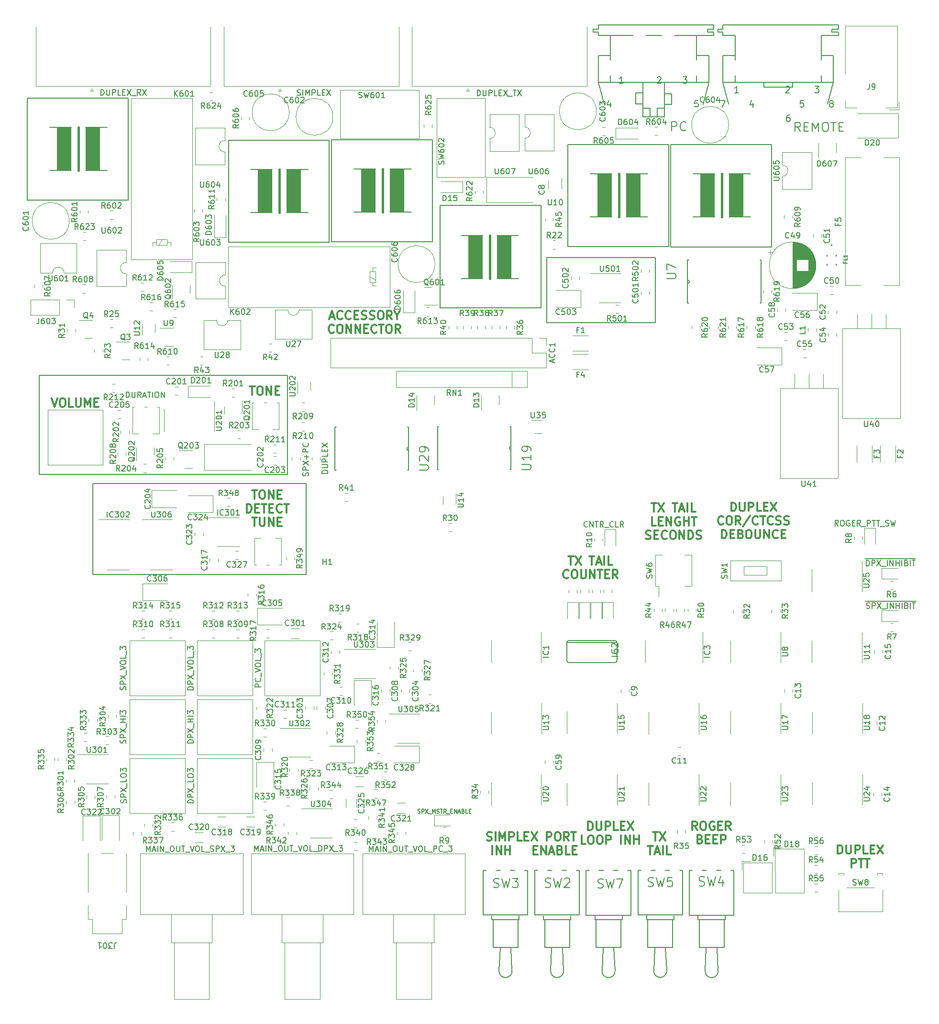
<source format=gto>
G04 #@! TF.GenerationSoftware,KiCad,Pcbnew,6.0.2+dfsg-1*
G04 #@! TF.CreationDate,2023-04-04T21:33:44+02:00*
G04 #@! TF.ProjectId,fm-rpt-control,666d2d72-7074-42d6-936f-6e74726f6c2e,A*
G04 #@! TF.SameCoordinates,Original*
G04 #@! TF.FileFunction,Legend,Top*
G04 #@! TF.FilePolarity,Positive*
%FSLAX46Y46*%
G04 Gerber Fmt 4.6, Leading zero omitted, Abs format (unit mm)*
G04 Created by KiCad (PCBNEW 6.0.2+dfsg-1) date 2023-04-04 21:33:44*
%MOMM*%
%LPD*%
G01*
G04 APERTURE LIST*
%ADD10C,0.200000*%
%ADD11C,0.300000*%
%ADD12C,0.150000*%
%ADD13C,0.142240*%
%ADD14C,0.177800*%
%ADD15C,0.127000*%
%ADD16C,0.120000*%
%ADD17C,0.203200*%
%ADD18C,0.152400*%
%ADD19C,0.406400*%
G04 APERTURE END LIST*
D10*
X28950000Y-96650000D02*
X66700000Y-96650000D01*
X66700000Y-96650000D02*
X66700000Y-112700000D01*
X66700000Y-112700000D02*
X28950000Y-112700000D01*
X28950000Y-112700000D02*
X28950000Y-96650000D01*
X128496250Y-68212500D02*
X109296250Y-68212500D01*
X109296250Y-68212500D02*
X109296250Y-56712500D01*
X109296250Y-56712500D02*
X128496250Y-56712500D01*
X128496250Y-56712500D02*
X128496250Y-68212500D01*
X19500000Y-77500000D02*
X63450000Y-77500000D01*
X63450000Y-77500000D02*
X63450000Y-95050000D01*
X63450000Y-95050000D02*
X19500000Y-95050000D01*
X19500000Y-95050000D02*
X19500000Y-77500000D01*
D11*
X128107142Y-158321071D02*
X128964285Y-158321071D01*
X128535714Y-159821071D02*
X128535714Y-158321071D01*
X129321428Y-158321071D02*
X130321428Y-159821071D01*
X130321428Y-158321071D02*
X129321428Y-159821071D01*
X127214285Y-160736071D02*
X128071428Y-160736071D01*
X127642857Y-162236071D02*
X127642857Y-160736071D01*
X128500000Y-161807500D02*
X129214285Y-161807500D01*
X128357142Y-162236071D02*
X128857142Y-160736071D01*
X129357142Y-162236071D01*
X129857142Y-162236071D02*
X129857142Y-160736071D01*
X131285714Y-162236071D02*
X130571428Y-162236071D01*
X130571428Y-160736071D01*
X113157142Y-109521071D02*
X114014285Y-109521071D01*
X113585714Y-111021071D02*
X113585714Y-109521071D01*
X114371428Y-109521071D02*
X115371428Y-111021071D01*
X115371428Y-109521071D02*
X114371428Y-111021071D01*
X116871428Y-109521071D02*
X117728571Y-109521071D01*
X117300000Y-111021071D02*
X117300000Y-109521071D01*
X118157142Y-110592500D02*
X118871428Y-110592500D01*
X118014285Y-111021071D02*
X118514285Y-109521071D01*
X119014285Y-111021071D01*
X119514285Y-111021071D02*
X119514285Y-109521071D01*
X120942857Y-111021071D02*
X120228571Y-111021071D01*
X120228571Y-109521071D01*
X113157142Y-113293214D02*
X113085714Y-113364642D01*
X112871428Y-113436071D01*
X112728571Y-113436071D01*
X112514285Y-113364642D01*
X112371428Y-113221785D01*
X112300000Y-113078928D01*
X112228571Y-112793214D01*
X112228571Y-112578928D01*
X112300000Y-112293214D01*
X112371428Y-112150357D01*
X112514285Y-112007500D01*
X112728571Y-111936071D01*
X112871428Y-111936071D01*
X113085714Y-112007500D01*
X113157142Y-112078928D01*
X114085714Y-111936071D02*
X114371428Y-111936071D01*
X114514285Y-112007500D01*
X114657142Y-112150357D01*
X114728571Y-112436071D01*
X114728571Y-112936071D01*
X114657142Y-113221785D01*
X114514285Y-113364642D01*
X114371428Y-113436071D01*
X114085714Y-113436071D01*
X113942857Y-113364642D01*
X113800000Y-113221785D01*
X113728571Y-112936071D01*
X113728571Y-112436071D01*
X113800000Y-112150357D01*
X113942857Y-112007500D01*
X114085714Y-111936071D01*
X115371428Y-111936071D02*
X115371428Y-113150357D01*
X115442857Y-113293214D01*
X115514285Y-113364642D01*
X115657142Y-113436071D01*
X115942857Y-113436071D01*
X116085714Y-113364642D01*
X116157142Y-113293214D01*
X116228571Y-113150357D01*
X116228571Y-111936071D01*
X116942857Y-113436071D02*
X116942857Y-111936071D01*
X117800000Y-113436071D01*
X117800000Y-111936071D01*
X118300000Y-111936071D02*
X119157142Y-111936071D01*
X118728571Y-113436071D02*
X118728571Y-111936071D01*
X119657142Y-112650357D02*
X120157142Y-112650357D01*
X120371428Y-113436071D02*
X119657142Y-113436071D01*
X119657142Y-111936071D01*
X120371428Y-111936071D01*
X121871428Y-113436071D02*
X121371428Y-112721785D01*
X121014285Y-113436071D02*
X121014285Y-111936071D01*
X121585714Y-111936071D01*
X121728571Y-112007500D01*
X121800000Y-112078928D01*
X121871428Y-112221785D01*
X121871428Y-112436071D01*
X121800000Y-112578928D01*
X121728571Y-112650357D01*
X121585714Y-112721785D01*
X121014285Y-112721785D01*
X116621428Y-157971071D02*
X116621428Y-156471071D01*
X116978571Y-156471071D01*
X117192857Y-156542500D01*
X117335714Y-156685357D01*
X117407142Y-156828214D01*
X117478571Y-157113928D01*
X117478571Y-157328214D01*
X117407142Y-157613928D01*
X117335714Y-157756785D01*
X117192857Y-157899642D01*
X116978571Y-157971071D01*
X116621428Y-157971071D01*
X118121428Y-156471071D02*
X118121428Y-157685357D01*
X118192857Y-157828214D01*
X118264285Y-157899642D01*
X118407142Y-157971071D01*
X118692857Y-157971071D01*
X118835714Y-157899642D01*
X118907142Y-157828214D01*
X118978571Y-157685357D01*
X118978571Y-156471071D01*
X119692857Y-157971071D02*
X119692857Y-156471071D01*
X120264285Y-156471071D01*
X120407142Y-156542500D01*
X120478571Y-156613928D01*
X120550000Y-156756785D01*
X120550000Y-156971071D01*
X120478571Y-157113928D01*
X120407142Y-157185357D01*
X120264285Y-157256785D01*
X119692857Y-157256785D01*
X121907142Y-157971071D02*
X121192857Y-157971071D01*
X121192857Y-156471071D01*
X122407142Y-157185357D02*
X122907142Y-157185357D01*
X123121428Y-157971071D02*
X122407142Y-157971071D01*
X122407142Y-156471071D01*
X123121428Y-156471071D01*
X123621428Y-156471071D02*
X124621428Y-157971071D01*
X124621428Y-156471071D02*
X123621428Y-157971071D01*
X116192857Y-160386071D02*
X115478571Y-160386071D01*
X115478571Y-158886071D01*
X116978571Y-158886071D02*
X117264285Y-158886071D01*
X117407142Y-158957500D01*
X117550000Y-159100357D01*
X117621428Y-159386071D01*
X117621428Y-159886071D01*
X117550000Y-160171785D01*
X117407142Y-160314642D01*
X117264285Y-160386071D01*
X116978571Y-160386071D01*
X116835714Y-160314642D01*
X116692857Y-160171785D01*
X116621428Y-159886071D01*
X116621428Y-159386071D01*
X116692857Y-159100357D01*
X116835714Y-158957500D01*
X116978571Y-158886071D01*
X118550000Y-158886071D02*
X118835714Y-158886071D01*
X118978571Y-158957500D01*
X119121428Y-159100357D01*
X119192857Y-159386071D01*
X119192857Y-159886071D01*
X119121428Y-160171785D01*
X118978571Y-160314642D01*
X118835714Y-160386071D01*
X118550000Y-160386071D01*
X118407142Y-160314642D01*
X118264285Y-160171785D01*
X118192857Y-159886071D01*
X118192857Y-159386071D01*
X118264285Y-159100357D01*
X118407142Y-158957500D01*
X118550000Y-158886071D01*
X119835714Y-160386071D02*
X119835714Y-158886071D01*
X120407142Y-158886071D01*
X120550000Y-158957500D01*
X120621428Y-159028928D01*
X120692857Y-159171785D01*
X120692857Y-159386071D01*
X120621428Y-159528928D01*
X120550000Y-159600357D01*
X120407142Y-159671785D01*
X119835714Y-159671785D01*
X122478571Y-160386071D02*
X122478571Y-158886071D01*
X123192857Y-160386071D02*
X123192857Y-158886071D01*
X124050000Y-160386071D01*
X124050000Y-158886071D01*
X124764285Y-160386071D02*
X124764285Y-158886071D01*
X124764285Y-159600357D02*
X125621428Y-159600357D01*
X125621428Y-160386071D02*
X125621428Y-158886071D01*
D10*
X160911904Y-104152380D02*
X160578571Y-103676190D01*
X160340476Y-104152380D02*
X160340476Y-103152380D01*
X160721428Y-103152380D01*
X160816666Y-103200000D01*
X160864285Y-103247619D01*
X160911904Y-103342857D01*
X160911904Y-103485714D01*
X160864285Y-103580952D01*
X160816666Y-103628571D01*
X160721428Y-103676190D01*
X160340476Y-103676190D01*
X161530952Y-103152380D02*
X161721428Y-103152380D01*
X161816666Y-103200000D01*
X161911904Y-103295238D01*
X161959523Y-103485714D01*
X161959523Y-103819047D01*
X161911904Y-104009523D01*
X161816666Y-104104761D01*
X161721428Y-104152380D01*
X161530952Y-104152380D01*
X161435714Y-104104761D01*
X161340476Y-104009523D01*
X161292857Y-103819047D01*
X161292857Y-103485714D01*
X161340476Y-103295238D01*
X161435714Y-103200000D01*
X161530952Y-103152380D01*
X162911904Y-103200000D02*
X162816666Y-103152380D01*
X162673809Y-103152380D01*
X162530952Y-103200000D01*
X162435714Y-103295238D01*
X162388095Y-103390476D01*
X162340476Y-103580952D01*
X162340476Y-103723809D01*
X162388095Y-103914285D01*
X162435714Y-104009523D01*
X162530952Y-104104761D01*
X162673809Y-104152380D01*
X162769047Y-104152380D01*
X162911904Y-104104761D01*
X162959523Y-104057142D01*
X162959523Y-103723809D01*
X162769047Y-103723809D01*
X163388095Y-103628571D02*
X163721428Y-103628571D01*
X163864285Y-104152380D02*
X163388095Y-104152380D01*
X163388095Y-103152380D01*
X163864285Y-103152380D01*
X164864285Y-104152380D02*
X164530952Y-103676190D01*
X164292857Y-104152380D02*
X164292857Y-103152380D01*
X164673809Y-103152380D01*
X164769047Y-103200000D01*
X164816666Y-103247619D01*
X164864285Y-103342857D01*
X164864285Y-103485714D01*
X164816666Y-103580952D01*
X164769047Y-103628571D01*
X164673809Y-103676190D01*
X164292857Y-103676190D01*
X165054761Y-104247619D02*
X165816666Y-104247619D01*
X166054761Y-104152380D02*
X166054761Y-103152380D01*
X166435714Y-103152380D01*
X166530952Y-103200000D01*
X166578571Y-103247619D01*
X166626190Y-103342857D01*
X166626190Y-103485714D01*
X166578571Y-103580952D01*
X166530952Y-103628571D01*
X166435714Y-103676190D01*
X166054761Y-103676190D01*
X166911904Y-103152380D02*
X167483333Y-103152380D01*
X167197619Y-104152380D02*
X167197619Y-103152380D01*
X167673809Y-103152380D02*
X168245238Y-103152380D01*
X167959523Y-104152380D02*
X167959523Y-103152380D01*
X168340476Y-104247619D02*
X169102380Y-104247619D01*
X169292857Y-104104761D02*
X169435714Y-104152380D01*
X169673809Y-104152380D01*
X169769047Y-104104761D01*
X169816666Y-104057142D01*
X169864285Y-103961904D01*
X169864285Y-103866666D01*
X169816666Y-103771428D01*
X169769047Y-103723809D01*
X169673809Y-103676190D01*
X169483333Y-103628571D01*
X169388095Y-103580952D01*
X169340476Y-103533333D01*
X169292857Y-103438095D01*
X169292857Y-103342857D01*
X169340476Y-103247619D01*
X169388095Y-103200000D01*
X169483333Y-103152380D01*
X169721428Y-103152380D01*
X169864285Y-103200000D01*
X170197619Y-103152380D02*
X170435714Y-104152380D01*
X170626190Y-103438095D01*
X170816666Y-104152380D01*
X171054761Y-103152380D01*
D11*
X135950000Y-157921071D02*
X135450000Y-157206785D01*
X135092857Y-157921071D02*
X135092857Y-156421071D01*
X135664285Y-156421071D01*
X135807142Y-156492500D01*
X135878571Y-156563928D01*
X135950000Y-156706785D01*
X135950000Y-156921071D01*
X135878571Y-157063928D01*
X135807142Y-157135357D01*
X135664285Y-157206785D01*
X135092857Y-157206785D01*
X136878571Y-156421071D02*
X137164285Y-156421071D01*
X137307142Y-156492500D01*
X137450000Y-156635357D01*
X137521428Y-156921071D01*
X137521428Y-157421071D01*
X137450000Y-157706785D01*
X137307142Y-157849642D01*
X137164285Y-157921071D01*
X136878571Y-157921071D01*
X136735714Y-157849642D01*
X136592857Y-157706785D01*
X136521428Y-157421071D01*
X136521428Y-156921071D01*
X136592857Y-156635357D01*
X136735714Y-156492500D01*
X136878571Y-156421071D01*
X138950000Y-156492500D02*
X138807142Y-156421071D01*
X138592857Y-156421071D01*
X138378571Y-156492500D01*
X138235714Y-156635357D01*
X138164285Y-156778214D01*
X138092857Y-157063928D01*
X138092857Y-157278214D01*
X138164285Y-157563928D01*
X138235714Y-157706785D01*
X138378571Y-157849642D01*
X138592857Y-157921071D01*
X138735714Y-157921071D01*
X138950000Y-157849642D01*
X139021428Y-157778214D01*
X139021428Y-157278214D01*
X138735714Y-157278214D01*
X139664285Y-157135357D02*
X140164285Y-157135357D01*
X140378571Y-157921071D02*
X139664285Y-157921071D01*
X139664285Y-156421071D01*
X140378571Y-156421071D01*
X141878571Y-157921071D02*
X141378571Y-157206785D01*
X141021428Y-157921071D02*
X141021428Y-156421071D01*
X141592857Y-156421071D01*
X141735714Y-156492500D01*
X141807142Y-156563928D01*
X141878571Y-156706785D01*
X141878571Y-156921071D01*
X141807142Y-157063928D01*
X141735714Y-157135357D01*
X141592857Y-157206785D01*
X141021428Y-157206785D01*
X136450000Y-159550357D02*
X136664285Y-159621785D01*
X136735714Y-159693214D01*
X136807142Y-159836071D01*
X136807142Y-160050357D01*
X136735714Y-160193214D01*
X136664285Y-160264642D01*
X136521428Y-160336071D01*
X135950000Y-160336071D01*
X135950000Y-158836071D01*
X136450000Y-158836071D01*
X136592857Y-158907500D01*
X136664285Y-158978928D01*
X136735714Y-159121785D01*
X136735714Y-159264642D01*
X136664285Y-159407500D01*
X136592857Y-159478928D01*
X136450000Y-159550357D01*
X135950000Y-159550357D01*
X137450000Y-159550357D02*
X137950000Y-159550357D01*
X138164285Y-160336071D02*
X137450000Y-160336071D01*
X137450000Y-158836071D01*
X138164285Y-158836071D01*
X138807142Y-159550357D02*
X139307142Y-159550357D01*
X139521428Y-160336071D02*
X138807142Y-160336071D01*
X138807142Y-158836071D01*
X139521428Y-158836071D01*
X140164285Y-160336071D02*
X140164285Y-158836071D01*
X140735714Y-158836071D01*
X140878571Y-158907500D01*
X140950000Y-158978928D01*
X141021428Y-159121785D01*
X141021428Y-159336071D01*
X140950000Y-159478928D01*
X140878571Y-159550357D01*
X140735714Y-159621785D01*
X140164285Y-159621785D01*
D10*
X116519047Y-104257142D02*
X116471428Y-104304761D01*
X116328571Y-104352380D01*
X116233333Y-104352380D01*
X116090476Y-104304761D01*
X115995238Y-104209523D01*
X115947619Y-104114285D01*
X115900000Y-103923809D01*
X115900000Y-103780952D01*
X115947619Y-103590476D01*
X115995238Y-103495238D01*
X116090476Y-103400000D01*
X116233333Y-103352380D01*
X116328571Y-103352380D01*
X116471428Y-103400000D01*
X116519047Y-103447619D01*
X116947619Y-104352380D02*
X116947619Y-103352380D01*
X117519047Y-104352380D01*
X117519047Y-103352380D01*
X117852380Y-103352380D02*
X118423809Y-103352380D01*
X118138095Y-104352380D02*
X118138095Y-103352380D01*
X119328571Y-104352380D02*
X118995238Y-103876190D01*
X118757142Y-104352380D02*
X118757142Y-103352380D01*
X119138095Y-103352380D01*
X119233333Y-103400000D01*
X119280952Y-103447619D01*
X119328571Y-103542857D01*
X119328571Y-103685714D01*
X119280952Y-103780952D01*
X119233333Y-103828571D01*
X119138095Y-103876190D01*
X118757142Y-103876190D01*
X119519047Y-104447619D02*
X120280952Y-104447619D01*
X121090476Y-104257142D02*
X121042857Y-104304761D01*
X120900000Y-104352380D01*
X120804761Y-104352380D01*
X120661904Y-104304761D01*
X120566666Y-104209523D01*
X120519047Y-104114285D01*
X120471428Y-103923809D01*
X120471428Y-103780952D01*
X120519047Y-103590476D01*
X120566666Y-103495238D01*
X120661904Y-103400000D01*
X120804761Y-103352380D01*
X120900000Y-103352380D01*
X121042857Y-103400000D01*
X121090476Y-103447619D01*
X121995238Y-104352380D02*
X121519047Y-104352380D01*
X121519047Y-103352380D01*
X122900000Y-104352380D02*
X122566666Y-103876190D01*
X122328571Y-104352380D02*
X122328571Y-103352380D01*
X122709523Y-103352380D01*
X122804761Y-103400000D01*
X122852380Y-103447619D01*
X122900000Y-103542857D01*
X122900000Y-103685714D01*
X122852380Y-103780952D01*
X122804761Y-103828571D01*
X122709523Y-103876190D01*
X122328571Y-103876190D01*
D11*
X57171428Y-97863571D02*
X58028571Y-97863571D01*
X57600000Y-99363571D02*
X57600000Y-97863571D01*
X58814285Y-97863571D02*
X59100000Y-97863571D01*
X59242857Y-97935000D01*
X59385714Y-98077857D01*
X59457142Y-98363571D01*
X59457142Y-98863571D01*
X59385714Y-99149285D01*
X59242857Y-99292142D01*
X59100000Y-99363571D01*
X58814285Y-99363571D01*
X58671428Y-99292142D01*
X58528571Y-99149285D01*
X58457142Y-98863571D01*
X58457142Y-98363571D01*
X58528571Y-98077857D01*
X58671428Y-97935000D01*
X58814285Y-97863571D01*
X60100000Y-99363571D02*
X60100000Y-97863571D01*
X60957142Y-99363571D01*
X60957142Y-97863571D01*
X61671428Y-98577857D02*
X62171428Y-98577857D01*
X62385714Y-99363571D02*
X61671428Y-99363571D01*
X61671428Y-97863571D01*
X62385714Y-97863571D01*
X56207142Y-101778571D02*
X56207142Y-100278571D01*
X56564285Y-100278571D01*
X56778571Y-100350000D01*
X56921428Y-100492857D01*
X56992857Y-100635714D01*
X57064285Y-100921428D01*
X57064285Y-101135714D01*
X56992857Y-101421428D01*
X56921428Y-101564285D01*
X56778571Y-101707142D01*
X56564285Y-101778571D01*
X56207142Y-101778571D01*
X57707142Y-100992857D02*
X58207142Y-100992857D01*
X58421428Y-101778571D02*
X57707142Y-101778571D01*
X57707142Y-100278571D01*
X58421428Y-100278571D01*
X58850000Y-100278571D02*
X59707142Y-100278571D01*
X59278571Y-101778571D02*
X59278571Y-100278571D01*
X60207142Y-100992857D02*
X60707142Y-100992857D01*
X60921428Y-101778571D02*
X60207142Y-101778571D01*
X60207142Y-100278571D01*
X60921428Y-100278571D01*
X62421428Y-101635714D02*
X62350000Y-101707142D01*
X62135714Y-101778571D01*
X61992857Y-101778571D01*
X61778571Y-101707142D01*
X61635714Y-101564285D01*
X61564285Y-101421428D01*
X61492857Y-101135714D01*
X61492857Y-100921428D01*
X61564285Y-100635714D01*
X61635714Y-100492857D01*
X61778571Y-100350000D01*
X61992857Y-100278571D01*
X62135714Y-100278571D01*
X62350000Y-100350000D01*
X62421428Y-100421428D01*
X62850000Y-100278571D02*
X63707142Y-100278571D01*
X63278571Y-101778571D02*
X63278571Y-100278571D01*
X57171428Y-102693571D02*
X58028571Y-102693571D01*
X57600000Y-104193571D02*
X57600000Y-102693571D01*
X58528571Y-102693571D02*
X58528571Y-103907857D01*
X58600000Y-104050714D01*
X58671428Y-104122142D01*
X58814285Y-104193571D01*
X59100000Y-104193571D01*
X59242857Y-104122142D01*
X59314285Y-104050714D01*
X59385714Y-103907857D01*
X59385714Y-102693571D01*
X60100000Y-104193571D02*
X60100000Y-102693571D01*
X60957142Y-104193571D01*
X60957142Y-102693571D01*
X61671428Y-103407857D02*
X62171428Y-103407857D01*
X62385714Y-104193571D02*
X61671428Y-104193571D01*
X61671428Y-102693571D01*
X62385714Y-102693571D01*
X141971428Y-101513571D02*
X141971428Y-100013571D01*
X142328571Y-100013571D01*
X142542857Y-100085000D01*
X142685714Y-100227857D01*
X142757142Y-100370714D01*
X142828571Y-100656428D01*
X142828571Y-100870714D01*
X142757142Y-101156428D01*
X142685714Y-101299285D01*
X142542857Y-101442142D01*
X142328571Y-101513571D01*
X141971428Y-101513571D01*
X143471428Y-100013571D02*
X143471428Y-101227857D01*
X143542857Y-101370714D01*
X143614285Y-101442142D01*
X143757142Y-101513571D01*
X144042857Y-101513571D01*
X144185714Y-101442142D01*
X144257142Y-101370714D01*
X144328571Y-101227857D01*
X144328571Y-100013571D01*
X145042857Y-101513571D02*
X145042857Y-100013571D01*
X145614285Y-100013571D01*
X145757142Y-100085000D01*
X145828571Y-100156428D01*
X145900000Y-100299285D01*
X145900000Y-100513571D01*
X145828571Y-100656428D01*
X145757142Y-100727857D01*
X145614285Y-100799285D01*
X145042857Y-100799285D01*
X147257142Y-101513571D02*
X146542857Y-101513571D01*
X146542857Y-100013571D01*
X147757142Y-100727857D02*
X148257142Y-100727857D01*
X148471428Y-101513571D02*
X147757142Y-101513571D01*
X147757142Y-100013571D01*
X148471428Y-100013571D01*
X148971428Y-100013571D02*
X149971428Y-101513571D01*
X149971428Y-100013571D02*
X148971428Y-101513571D01*
X140542857Y-103785714D02*
X140471428Y-103857142D01*
X140257142Y-103928571D01*
X140114285Y-103928571D01*
X139900000Y-103857142D01*
X139757142Y-103714285D01*
X139685714Y-103571428D01*
X139614285Y-103285714D01*
X139614285Y-103071428D01*
X139685714Y-102785714D01*
X139757142Y-102642857D01*
X139900000Y-102500000D01*
X140114285Y-102428571D01*
X140257142Y-102428571D01*
X140471428Y-102500000D01*
X140542857Y-102571428D01*
X141471428Y-102428571D02*
X141757142Y-102428571D01*
X141900000Y-102500000D01*
X142042857Y-102642857D01*
X142114285Y-102928571D01*
X142114285Y-103428571D01*
X142042857Y-103714285D01*
X141900000Y-103857142D01*
X141757142Y-103928571D01*
X141471428Y-103928571D01*
X141328571Y-103857142D01*
X141185714Y-103714285D01*
X141114285Y-103428571D01*
X141114285Y-102928571D01*
X141185714Y-102642857D01*
X141328571Y-102500000D01*
X141471428Y-102428571D01*
X143614285Y-103928571D02*
X143114285Y-103214285D01*
X142757142Y-103928571D02*
X142757142Y-102428571D01*
X143328571Y-102428571D01*
X143471428Y-102500000D01*
X143542857Y-102571428D01*
X143614285Y-102714285D01*
X143614285Y-102928571D01*
X143542857Y-103071428D01*
X143471428Y-103142857D01*
X143328571Y-103214285D01*
X142757142Y-103214285D01*
X145328571Y-102357142D02*
X144042857Y-104285714D01*
X146685714Y-103785714D02*
X146614285Y-103857142D01*
X146400000Y-103928571D01*
X146257142Y-103928571D01*
X146042857Y-103857142D01*
X145900000Y-103714285D01*
X145828571Y-103571428D01*
X145757142Y-103285714D01*
X145757142Y-103071428D01*
X145828571Y-102785714D01*
X145900000Y-102642857D01*
X146042857Y-102500000D01*
X146257142Y-102428571D01*
X146400000Y-102428571D01*
X146614285Y-102500000D01*
X146685714Y-102571428D01*
X147114285Y-102428571D02*
X147971428Y-102428571D01*
X147542857Y-103928571D02*
X147542857Y-102428571D01*
X149328571Y-103785714D02*
X149257142Y-103857142D01*
X149042857Y-103928571D01*
X148900000Y-103928571D01*
X148685714Y-103857142D01*
X148542857Y-103714285D01*
X148471428Y-103571428D01*
X148400000Y-103285714D01*
X148400000Y-103071428D01*
X148471428Y-102785714D01*
X148542857Y-102642857D01*
X148685714Y-102500000D01*
X148900000Y-102428571D01*
X149042857Y-102428571D01*
X149257142Y-102500000D01*
X149328571Y-102571428D01*
X149900000Y-103857142D02*
X150114285Y-103928571D01*
X150471428Y-103928571D01*
X150614285Y-103857142D01*
X150685714Y-103785714D01*
X150757142Y-103642857D01*
X150757142Y-103500000D01*
X150685714Y-103357142D01*
X150614285Y-103285714D01*
X150471428Y-103214285D01*
X150185714Y-103142857D01*
X150042857Y-103071428D01*
X149971428Y-103000000D01*
X149900000Y-102857142D01*
X149900000Y-102714285D01*
X149971428Y-102571428D01*
X150042857Y-102500000D01*
X150185714Y-102428571D01*
X150542857Y-102428571D01*
X150757142Y-102500000D01*
X151328571Y-103857142D02*
X151542857Y-103928571D01*
X151900000Y-103928571D01*
X152042857Y-103857142D01*
X152114285Y-103785714D01*
X152185714Y-103642857D01*
X152185714Y-103500000D01*
X152114285Y-103357142D01*
X152042857Y-103285714D01*
X151900000Y-103214285D01*
X151614285Y-103142857D01*
X151471428Y-103071428D01*
X151400000Y-103000000D01*
X151328571Y-102857142D01*
X151328571Y-102714285D01*
X151400000Y-102571428D01*
X151471428Y-102500000D01*
X151614285Y-102428571D01*
X151971428Y-102428571D01*
X152185714Y-102500000D01*
X140292857Y-106343571D02*
X140292857Y-104843571D01*
X140650000Y-104843571D01*
X140864285Y-104915000D01*
X141007142Y-105057857D01*
X141078571Y-105200714D01*
X141150000Y-105486428D01*
X141150000Y-105700714D01*
X141078571Y-105986428D01*
X141007142Y-106129285D01*
X140864285Y-106272142D01*
X140650000Y-106343571D01*
X140292857Y-106343571D01*
X141792857Y-105557857D02*
X142292857Y-105557857D01*
X142507142Y-106343571D02*
X141792857Y-106343571D01*
X141792857Y-104843571D01*
X142507142Y-104843571D01*
X143650000Y-105557857D02*
X143864285Y-105629285D01*
X143935714Y-105700714D01*
X144007142Y-105843571D01*
X144007142Y-106057857D01*
X143935714Y-106200714D01*
X143864285Y-106272142D01*
X143721428Y-106343571D01*
X143150000Y-106343571D01*
X143150000Y-104843571D01*
X143650000Y-104843571D01*
X143792857Y-104915000D01*
X143864285Y-104986428D01*
X143935714Y-105129285D01*
X143935714Y-105272142D01*
X143864285Y-105415000D01*
X143792857Y-105486428D01*
X143650000Y-105557857D01*
X143150000Y-105557857D01*
X144935714Y-104843571D02*
X145221428Y-104843571D01*
X145364285Y-104915000D01*
X145507142Y-105057857D01*
X145578571Y-105343571D01*
X145578571Y-105843571D01*
X145507142Y-106129285D01*
X145364285Y-106272142D01*
X145221428Y-106343571D01*
X144935714Y-106343571D01*
X144792857Y-106272142D01*
X144650000Y-106129285D01*
X144578571Y-105843571D01*
X144578571Y-105343571D01*
X144650000Y-105057857D01*
X144792857Y-104915000D01*
X144935714Y-104843571D01*
X146221428Y-104843571D02*
X146221428Y-106057857D01*
X146292857Y-106200714D01*
X146364285Y-106272142D01*
X146507142Y-106343571D01*
X146792857Y-106343571D01*
X146935714Y-106272142D01*
X147007142Y-106200714D01*
X147078571Y-106057857D01*
X147078571Y-104843571D01*
X147792857Y-106343571D02*
X147792857Y-104843571D01*
X148650000Y-106343571D01*
X148650000Y-104843571D01*
X150221428Y-106200714D02*
X150150000Y-106272142D01*
X149935714Y-106343571D01*
X149792857Y-106343571D01*
X149578571Y-106272142D01*
X149435714Y-106129285D01*
X149364285Y-105986428D01*
X149292857Y-105700714D01*
X149292857Y-105486428D01*
X149364285Y-105200714D01*
X149435714Y-105057857D01*
X149578571Y-104915000D01*
X149792857Y-104843571D01*
X149935714Y-104843571D01*
X150150000Y-104915000D01*
X150221428Y-104986428D01*
X150864285Y-105557857D02*
X151364285Y-105557857D01*
X151578571Y-106343571D02*
X150864285Y-106343571D01*
X150864285Y-104843571D01*
X151578571Y-104843571D01*
X98728571Y-159749642D02*
X98942857Y-159821071D01*
X99300000Y-159821071D01*
X99442857Y-159749642D01*
X99514285Y-159678214D01*
X99585714Y-159535357D01*
X99585714Y-159392500D01*
X99514285Y-159249642D01*
X99442857Y-159178214D01*
X99300000Y-159106785D01*
X99014285Y-159035357D01*
X98871428Y-158963928D01*
X98800000Y-158892500D01*
X98728571Y-158749642D01*
X98728571Y-158606785D01*
X98800000Y-158463928D01*
X98871428Y-158392500D01*
X99014285Y-158321071D01*
X99371428Y-158321071D01*
X99585714Y-158392500D01*
X100228571Y-159821071D02*
X100228571Y-158321071D01*
X100942857Y-159821071D02*
X100942857Y-158321071D01*
X101442857Y-159392500D01*
X101942857Y-158321071D01*
X101942857Y-159821071D01*
X102657142Y-159821071D02*
X102657142Y-158321071D01*
X103228571Y-158321071D01*
X103371428Y-158392500D01*
X103442857Y-158463928D01*
X103514285Y-158606785D01*
X103514285Y-158821071D01*
X103442857Y-158963928D01*
X103371428Y-159035357D01*
X103228571Y-159106785D01*
X102657142Y-159106785D01*
X104871428Y-159821071D02*
X104157142Y-159821071D01*
X104157142Y-158321071D01*
X105371428Y-159035357D02*
X105871428Y-159035357D01*
X106085714Y-159821071D02*
X105371428Y-159821071D01*
X105371428Y-158321071D01*
X106085714Y-158321071D01*
X106585714Y-158321071D02*
X107585714Y-159821071D01*
X107585714Y-158321071D02*
X106585714Y-159821071D01*
X109300000Y-159821071D02*
X109300000Y-158321071D01*
X109871428Y-158321071D01*
X110014285Y-158392500D01*
X110085714Y-158463928D01*
X110157142Y-158606785D01*
X110157142Y-158821071D01*
X110085714Y-158963928D01*
X110014285Y-159035357D01*
X109871428Y-159106785D01*
X109300000Y-159106785D01*
X111085714Y-158321071D02*
X111371428Y-158321071D01*
X111514285Y-158392500D01*
X111657142Y-158535357D01*
X111728571Y-158821071D01*
X111728571Y-159321071D01*
X111657142Y-159606785D01*
X111514285Y-159749642D01*
X111371428Y-159821071D01*
X111085714Y-159821071D01*
X110942857Y-159749642D01*
X110800000Y-159606785D01*
X110728571Y-159321071D01*
X110728571Y-158821071D01*
X110800000Y-158535357D01*
X110942857Y-158392500D01*
X111085714Y-158321071D01*
X113228571Y-159821071D02*
X112728571Y-159106785D01*
X112371428Y-159821071D02*
X112371428Y-158321071D01*
X112942857Y-158321071D01*
X113085714Y-158392500D01*
X113157142Y-158463928D01*
X113228571Y-158606785D01*
X113228571Y-158821071D01*
X113157142Y-158963928D01*
X113085714Y-159035357D01*
X112942857Y-159106785D01*
X112371428Y-159106785D01*
X113657142Y-158321071D02*
X114514285Y-158321071D01*
X114085714Y-159821071D02*
X114085714Y-158321071D01*
X99692857Y-162236071D02*
X99692857Y-160736071D01*
X100407142Y-162236071D02*
X100407142Y-160736071D01*
X101264285Y-162236071D01*
X101264285Y-160736071D01*
X101978571Y-162236071D02*
X101978571Y-160736071D01*
X101978571Y-161450357D02*
X102835714Y-161450357D01*
X102835714Y-162236071D02*
X102835714Y-160736071D01*
X106978571Y-161450357D02*
X107478571Y-161450357D01*
X107692857Y-162236071D02*
X106978571Y-162236071D01*
X106978571Y-160736071D01*
X107692857Y-160736071D01*
X108335714Y-162236071D02*
X108335714Y-160736071D01*
X109192857Y-162236071D01*
X109192857Y-160736071D01*
X109835714Y-161807500D02*
X110549999Y-161807500D01*
X109692857Y-162236071D02*
X110192857Y-160736071D01*
X110692857Y-162236071D01*
X111692857Y-161450357D02*
X111907142Y-161521785D01*
X111978571Y-161593214D01*
X112049999Y-161736071D01*
X112049999Y-161950357D01*
X111978571Y-162093214D01*
X111907142Y-162164642D01*
X111764285Y-162236071D01*
X111192857Y-162236071D01*
X111192857Y-160736071D01*
X111692857Y-160736071D01*
X111835714Y-160807500D01*
X111907142Y-160878928D01*
X111978571Y-161021785D01*
X111978571Y-161164642D01*
X111907142Y-161307500D01*
X111835714Y-161378928D01*
X111692857Y-161450357D01*
X111192857Y-161450357D01*
X113407142Y-162236071D02*
X112692857Y-162236071D01*
X112692857Y-160736071D01*
X113907142Y-161450357D02*
X114407142Y-161450357D01*
X114621428Y-162236071D02*
X113907142Y-162236071D01*
X113907142Y-160736071D01*
X114621428Y-160736071D01*
X21685714Y-81578571D02*
X22185714Y-83078571D01*
X22685714Y-81578571D01*
X23471428Y-81578571D02*
X23757142Y-81578571D01*
X23900000Y-81650000D01*
X24042857Y-81792857D01*
X24114285Y-82078571D01*
X24114285Y-82578571D01*
X24042857Y-82864285D01*
X23900000Y-83007142D01*
X23757142Y-83078571D01*
X23471428Y-83078571D01*
X23328571Y-83007142D01*
X23185714Y-82864285D01*
X23114285Y-82578571D01*
X23114285Y-82078571D01*
X23185714Y-81792857D01*
X23328571Y-81650000D01*
X23471428Y-81578571D01*
X25471428Y-83078571D02*
X24757142Y-83078571D01*
X24757142Y-81578571D01*
X25971428Y-81578571D02*
X25971428Y-82792857D01*
X26042857Y-82935714D01*
X26114285Y-83007142D01*
X26257142Y-83078571D01*
X26542857Y-83078571D01*
X26685714Y-83007142D01*
X26757142Y-82935714D01*
X26828571Y-82792857D01*
X26828571Y-81578571D01*
X27542857Y-83078571D02*
X27542857Y-81578571D01*
X28042857Y-82650000D01*
X28542857Y-81578571D01*
X28542857Y-83078571D01*
X29257142Y-82292857D02*
X29757142Y-82292857D01*
X29971428Y-83078571D02*
X29257142Y-83078571D01*
X29257142Y-81578571D01*
X29971428Y-81578571D01*
X160821428Y-162121071D02*
X160821428Y-160621071D01*
X161178571Y-160621071D01*
X161392857Y-160692500D01*
X161535714Y-160835357D01*
X161607142Y-160978214D01*
X161678571Y-161263928D01*
X161678571Y-161478214D01*
X161607142Y-161763928D01*
X161535714Y-161906785D01*
X161392857Y-162049642D01*
X161178571Y-162121071D01*
X160821428Y-162121071D01*
X162321428Y-160621071D02*
X162321428Y-161835357D01*
X162392857Y-161978214D01*
X162464285Y-162049642D01*
X162607142Y-162121071D01*
X162892857Y-162121071D01*
X163035714Y-162049642D01*
X163107142Y-161978214D01*
X163178571Y-161835357D01*
X163178571Y-160621071D01*
X163892857Y-162121071D02*
X163892857Y-160621071D01*
X164464285Y-160621071D01*
X164607142Y-160692500D01*
X164678571Y-160763928D01*
X164750000Y-160906785D01*
X164750000Y-161121071D01*
X164678571Y-161263928D01*
X164607142Y-161335357D01*
X164464285Y-161406785D01*
X163892857Y-161406785D01*
X166107142Y-162121071D02*
X165392857Y-162121071D01*
X165392857Y-160621071D01*
X166607142Y-161335357D02*
X167107142Y-161335357D01*
X167321428Y-162121071D02*
X166607142Y-162121071D01*
X166607142Y-160621071D01*
X167321428Y-160621071D01*
X167821428Y-160621071D02*
X168821428Y-162121071D01*
X168821428Y-160621071D02*
X167821428Y-162121071D01*
X163214285Y-164536071D02*
X163214285Y-163036071D01*
X163785714Y-163036071D01*
X163928571Y-163107500D01*
X164000000Y-163178928D01*
X164071428Y-163321785D01*
X164071428Y-163536071D01*
X164000000Y-163678928D01*
X163928571Y-163750357D01*
X163785714Y-163821785D01*
X163214285Y-163821785D01*
X164500000Y-163036071D02*
X165357142Y-163036071D01*
X164928571Y-164536071D02*
X164928571Y-163036071D01*
X165642857Y-163036071D02*
X166500000Y-163036071D01*
X166071428Y-164536071D02*
X166071428Y-163036071D01*
D10*
X70552380Y-94869047D02*
X69552380Y-94869047D01*
X69552380Y-94630952D01*
X69600000Y-94488095D01*
X69695238Y-94392857D01*
X69790476Y-94345238D01*
X69980952Y-94297619D01*
X70123809Y-94297619D01*
X70314285Y-94345238D01*
X70409523Y-94392857D01*
X70504761Y-94488095D01*
X70552380Y-94630952D01*
X70552380Y-94869047D01*
X69552380Y-93869047D02*
X70361904Y-93869047D01*
X70457142Y-93821428D01*
X70504761Y-93773809D01*
X70552380Y-93678571D01*
X70552380Y-93488095D01*
X70504761Y-93392857D01*
X70457142Y-93345238D01*
X70361904Y-93297619D01*
X69552380Y-93297619D01*
X70552380Y-92821428D02*
X69552380Y-92821428D01*
X69552380Y-92440476D01*
X69600000Y-92345238D01*
X69647619Y-92297619D01*
X69742857Y-92250000D01*
X69885714Y-92250000D01*
X69980952Y-92297619D01*
X70028571Y-92345238D01*
X70076190Y-92440476D01*
X70076190Y-92821428D01*
X70552380Y-91345238D02*
X70552380Y-91821428D01*
X69552380Y-91821428D01*
X70028571Y-91011904D02*
X70028571Y-90678571D01*
X70552380Y-90535714D02*
X70552380Y-91011904D01*
X69552380Y-91011904D01*
X69552380Y-90535714D01*
X69552380Y-90202380D02*
X70552380Y-89535714D01*
X69552380Y-89535714D02*
X70552380Y-90202380D01*
D12*
X86500000Y-154933333D02*
X86600000Y-154966666D01*
X86766666Y-154966666D01*
X86833333Y-154933333D01*
X86866666Y-154900000D01*
X86900000Y-154833333D01*
X86900000Y-154766666D01*
X86866666Y-154700000D01*
X86833333Y-154666666D01*
X86766666Y-154633333D01*
X86633333Y-154600000D01*
X86566666Y-154566666D01*
X86533333Y-154533333D01*
X86500000Y-154466666D01*
X86500000Y-154400000D01*
X86533333Y-154333333D01*
X86566666Y-154300000D01*
X86633333Y-154266666D01*
X86800000Y-154266666D01*
X86900000Y-154300000D01*
X87200000Y-154966666D02*
X87200000Y-154266666D01*
X87466666Y-154266666D01*
X87533333Y-154300000D01*
X87566666Y-154333333D01*
X87600000Y-154400000D01*
X87600000Y-154500000D01*
X87566666Y-154566666D01*
X87533333Y-154600000D01*
X87466666Y-154633333D01*
X87200000Y-154633333D01*
X87833333Y-154266666D02*
X88300000Y-154966666D01*
X88300000Y-154266666D02*
X87833333Y-154966666D01*
X88400000Y-155033333D02*
X88933333Y-155033333D01*
X89100000Y-154966666D02*
X89100000Y-154266666D01*
X89333333Y-154766666D01*
X89566666Y-154266666D01*
X89566666Y-154966666D01*
X89866666Y-154933333D02*
X89966666Y-154966666D01*
X90133333Y-154966666D01*
X90200000Y-154933333D01*
X90233333Y-154900000D01*
X90266666Y-154833333D01*
X90266666Y-154766666D01*
X90233333Y-154700000D01*
X90200000Y-154666666D01*
X90133333Y-154633333D01*
X90000000Y-154600000D01*
X89933333Y-154566666D01*
X89900000Y-154533333D01*
X89866666Y-154466666D01*
X89866666Y-154400000D01*
X89900000Y-154333333D01*
X89933333Y-154300000D01*
X90000000Y-154266666D01*
X90166666Y-154266666D01*
X90266666Y-154300000D01*
X90466666Y-154266666D02*
X90866666Y-154266666D01*
X90666666Y-154966666D02*
X90666666Y-154266666D01*
X91500000Y-154966666D02*
X91266666Y-154633333D01*
X91100000Y-154966666D02*
X91100000Y-154266666D01*
X91366666Y-154266666D01*
X91433333Y-154300000D01*
X91466666Y-154333333D01*
X91500000Y-154400000D01*
X91500000Y-154500000D01*
X91466666Y-154566666D01*
X91433333Y-154600000D01*
X91366666Y-154633333D01*
X91100000Y-154633333D01*
X91633333Y-155033333D02*
X92166666Y-155033333D01*
X92333333Y-154600000D02*
X92566666Y-154600000D01*
X92666666Y-154966666D02*
X92333333Y-154966666D01*
X92333333Y-154266666D01*
X92666666Y-154266666D01*
X92966666Y-154966666D02*
X92966666Y-154266666D01*
X93366666Y-154966666D01*
X93366666Y-154266666D01*
X93666666Y-154766666D02*
X94000000Y-154766666D01*
X93600000Y-154966666D02*
X93833333Y-154266666D01*
X94066666Y-154966666D01*
X94533333Y-154600000D02*
X94633333Y-154633333D01*
X94666666Y-154666666D01*
X94700000Y-154733333D01*
X94700000Y-154833333D01*
X94666666Y-154900000D01*
X94633333Y-154933333D01*
X94566666Y-154966666D01*
X94300000Y-154966666D01*
X94300000Y-154266666D01*
X94533333Y-154266666D01*
X94600000Y-154300000D01*
X94633333Y-154333333D01*
X94666666Y-154400000D01*
X94666666Y-154466666D01*
X94633333Y-154533333D01*
X94600000Y-154566666D01*
X94533333Y-154600000D01*
X94300000Y-154600000D01*
X95333333Y-154966666D02*
X95000000Y-154966666D01*
X95000000Y-154266666D01*
X95566666Y-154600000D02*
X95800000Y-154600000D01*
X95900000Y-154966666D02*
X95566666Y-154966666D01*
X95566666Y-154266666D01*
X95900000Y-154266666D01*
D11*
X70907142Y-67192500D02*
X71621428Y-67192500D01*
X70764285Y-67621071D02*
X71264285Y-66121071D01*
X71764285Y-67621071D01*
X73121428Y-67478214D02*
X73050000Y-67549642D01*
X72835714Y-67621071D01*
X72692857Y-67621071D01*
X72478571Y-67549642D01*
X72335714Y-67406785D01*
X72264285Y-67263928D01*
X72192857Y-66978214D01*
X72192857Y-66763928D01*
X72264285Y-66478214D01*
X72335714Y-66335357D01*
X72478571Y-66192500D01*
X72692857Y-66121071D01*
X72835714Y-66121071D01*
X73050000Y-66192500D01*
X73121428Y-66263928D01*
X74621428Y-67478214D02*
X74550000Y-67549642D01*
X74335714Y-67621071D01*
X74192857Y-67621071D01*
X73978571Y-67549642D01*
X73835714Y-67406785D01*
X73764285Y-67263928D01*
X73692857Y-66978214D01*
X73692857Y-66763928D01*
X73764285Y-66478214D01*
X73835714Y-66335357D01*
X73978571Y-66192500D01*
X74192857Y-66121071D01*
X74335714Y-66121071D01*
X74550000Y-66192500D01*
X74621428Y-66263928D01*
X75264285Y-66835357D02*
X75764285Y-66835357D01*
X75978571Y-67621071D02*
X75264285Y-67621071D01*
X75264285Y-66121071D01*
X75978571Y-66121071D01*
X76550000Y-67549642D02*
X76764285Y-67621071D01*
X77121428Y-67621071D01*
X77264285Y-67549642D01*
X77335714Y-67478214D01*
X77407142Y-67335357D01*
X77407142Y-67192500D01*
X77335714Y-67049642D01*
X77264285Y-66978214D01*
X77121428Y-66906785D01*
X76835714Y-66835357D01*
X76692857Y-66763928D01*
X76621428Y-66692500D01*
X76550000Y-66549642D01*
X76550000Y-66406785D01*
X76621428Y-66263928D01*
X76692857Y-66192500D01*
X76835714Y-66121071D01*
X77192857Y-66121071D01*
X77407142Y-66192500D01*
X77978571Y-67549642D02*
X78192857Y-67621071D01*
X78550000Y-67621071D01*
X78692857Y-67549642D01*
X78764285Y-67478214D01*
X78835714Y-67335357D01*
X78835714Y-67192500D01*
X78764285Y-67049642D01*
X78692857Y-66978214D01*
X78550000Y-66906785D01*
X78264285Y-66835357D01*
X78121428Y-66763928D01*
X78050000Y-66692500D01*
X77978571Y-66549642D01*
X77978571Y-66406785D01*
X78050000Y-66263928D01*
X78121428Y-66192500D01*
X78264285Y-66121071D01*
X78621428Y-66121071D01*
X78835714Y-66192500D01*
X79764285Y-66121071D02*
X80050000Y-66121071D01*
X80192857Y-66192500D01*
X80335714Y-66335357D01*
X80407142Y-66621071D01*
X80407142Y-67121071D01*
X80335714Y-67406785D01*
X80192857Y-67549642D01*
X80050000Y-67621071D01*
X79764285Y-67621071D01*
X79621428Y-67549642D01*
X79478571Y-67406785D01*
X79407142Y-67121071D01*
X79407142Y-66621071D01*
X79478571Y-66335357D01*
X79621428Y-66192500D01*
X79764285Y-66121071D01*
X81907142Y-67621071D02*
X81407142Y-66906785D01*
X81050000Y-67621071D02*
X81050000Y-66121071D01*
X81621428Y-66121071D01*
X81764285Y-66192500D01*
X81835714Y-66263928D01*
X81907142Y-66406785D01*
X81907142Y-66621071D01*
X81835714Y-66763928D01*
X81764285Y-66835357D01*
X81621428Y-66906785D01*
X81050000Y-66906785D01*
X82835714Y-66906785D02*
X82835714Y-67621071D01*
X82335714Y-66121071D02*
X82835714Y-66906785D01*
X83335714Y-66121071D01*
X71621428Y-69893214D02*
X71550000Y-69964642D01*
X71335714Y-70036071D01*
X71192857Y-70036071D01*
X70978571Y-69964642D01*
X70835714Y-69821785D01*
X70764285Y-69678928D01*
X70692857Y-69393214D01*
X70692857Y-69178928D01*
X70764285Y-68893214D01*
X70835714Y-68750357D01*
X70978571Y-68607500D01*
X71192857Y-68536071D01*
X71335714Y-68536071D01*
X71550000Y-68607500D01*
X71621428Y-68678928D01*
X72550000Y-68536071D02*
X72835714Y-68536071D01*
X72978571Y-68607500D01*
X73121428Y-68750357D01*
X73192857Y-69036071D01*
X73192857Y-69536071D01*
X73121428Y-69821785D01*
X72978571Y-69964642D01*
X72835714Y-70036071D01*
X72550000Y-70036071D01*
X72407142Y-69964642D01*
X72264285Y-69821785D01*
X72192857Y-69536071D01*
X72192857Y-69036071D01*
X72264285Y-68750357D01*
X72407142Y-68607500D01*
X72550000Y-68536071D01*
X73835714Y-70036071D02*
X73835714Y-68536071D01*
X74692857Y-70036071D01*
X74692857Y-68536071D01*
X75407142Y-70036071D02*
X75407142Y-68536071D01*
X76264285Y-70036071D01*
X76264285Y-68536071D01*
X76978571Y-69250357D02*
X77478571Y-69250357D01*
X77692857Y-70036071D02*
X76978571Y-70036071D01*
X76978571Y-68536071D01*
X77692857Y-68536071D01*
X79192857Y-69893214D02*
X79121428Y-69964642D01*
X78907142Y-70036071D01*
X78764285Y-70036071D01*
X78550000Y-69964642D01*
X78407142Y-69821785D01*
X78335714Y-69678928D01*
X78264285Y-69393214D01*
X78264285Y-69178928D01*
X78335714Y-68893214D01*
X78407142Y-68750357D01*
X78550000Y-68607500D01*
X78764285Y-68536071D01*
X78907142Y-68536071D01*
X79121428Y-68607500D01*
X79192857Y-68678928D01*
X79621428Y-68536071D02*
X80478571Y-68536071D01*
X80050000Y-70036071D02*
X80050000Y-68536071D01*
X81264285Y-68536071D02*
X81550000Y-68536071D01*
X81692857Y-68607500D01*
X81835714Y-68750357D01*
X81907142Y-69036071D01*
X81907142Y-69536071D01*
X81835714Y-69821785D01*
X81692857Y-69964642D01*
X81550000Y-70036071D01*
X81264285Y-70036071D01*
X81121428Y-69964642D01*
X80978571Y-69821785D01*
X80907142Y-69536071D01*
X80907142Y-69036071D01*
X80978571Y-68750357D01*
X81121428Y-68607500D01*
X81264285Y-68536071D01*
X83407142Y-70036071D02*
X82907142Y-69321785D01*
X82550000Y-70036071D02*
X82550000Y-68536071D01*
X83121428Y-68536071D01*
X83264285Y-68607500D01*
X83335714Y-68678928D01*
X83407142Y-68821785D01*
X83407142Y-69036071D01*
X83335714Y-69178928D01*
X83264285Y-69250357D01*
X83121428Y-69321785D01*
X82550000Y-69321785D01*
X56771428Y-79478571D02*
X57628571Y-79478571D01*
X57200000Y-80978571D02*
X57200000Y-79478571D01*
X58414285Y-79478571D02*
X58700000Y-79478571D01*
X58842857Y-79550000D01*
X58985714Y-79692857D01*
X59057142Y-79978571D01*
X59057142Y-80478571D01*
X58985714Y-80764285D01*
X58842857Y-80907142D01*
X58700000Y-80978571D01*
X58414285Y-80978571D01*
X58271428Y-80907142D01*
X58128571Y-80764285D01*
X58057142Y-80478571D01*
X58057142Y-79978571D01*
X58128571Y-79692857D01*
X58271428Y-79550000D01*
X58414285Y-79478571D01*
X59700000Y-80978571D02*
X59700000Y-79478571D01*
X60557142Y-80978571D01*
X60557142Y-79478571D01*
X61271428Y-80192857D02*
X61771428Y-80192857D01*
X61985714Y-80978571D02*
X61271428Y-80978571D01*
X61271428Y-79478571D01*
X61985714Y-79478571D01*
D10*
X67104761Y-95280952D02*
X67152380Y-95138095D01*
X67152380Y-94900000D01*
X67104761Y-94804761D01*
X67057142Y-94757142D01*
X66961904Y-94709523D01*
X66866666Y-94709523D01*
X66771428Y-94757142D01*
X66723809Y-94804761D01*
X66676190Y-94900000D01*
X66628571Y-95090476D01*
X66580952Y-95185714D01*
X66533333Y-95233333D01*
X66438095Y-95280952D01*
X66342857Y-95280952D01*
X66247619Y-95233333D01*
X66200000Y-95185714D01*
X66152380Y-95090476D01*
X66152380Y-94852380D01*
X66200000Y-94709523D01*
X67152380Y-94280952D02*
X66152380Y-94280952D01*
X66152380Y-93900000D01*
X66200000Y-93804761D01*
X66247619Y-93757142D01*
X66342857Y-93709523D01*
X66485714Y-93709523D01*
X66580952Y-93757142D01*
X66628571Y-93804761D01*
X66676190Y-93900000D01*
X66676190Y-94280952D01*
X66152380Y-93376190D02*
X67152380Y-92709523D01*
X66152380Y-92709523D02*
X67152380Y-93376190D01*
X66771428Y-92328571D02*
X66771428Y-91566666D01*
X67152380Y-91947619D02*
X66390476Y-91947619D01*
X67152380Y-91090476D02*
X66152380Y-91090476D01*
X66152380Y-90709523D01*
X66200000Y-90614285D01*
X66247619Y-90566666D01*
X66342857Y-90519047D01*
X66485714Y-90519047D01*
X66580952Y-90566666D01*
X66628571Y-90614285D01*
X66676190Y-90709523D01*
X66676190Y-91090476D01*
X67057142Y-89519047D02*
X67104761Y-89566666D01*
X67152380Y-89709523D01*
X67152380Y-89804761D01*
X67104761Y-89947619D01*
X67009523Y-90042857D01*
X66914285Y-90090476D01*
X66723809Y-90138095D01*
X66580952Y-90138095D01*
X66390476Y-90090476D01*
X66295238Y-90042857D01*
X66200000Y-89947619D01*
X66152380Y-89804761D01*
X66152380Y-89709523D01*
X66200000Y-89566666D01*
X66247619Y-89519047D01*
X165625000Y-109945000D02*
X166625000Y-109945000D01*
X165863095Y-111227380D02*
X165863095Y-110227380D01*
X166101190Y-110227380D01*
X166244047Y-110275000D01*
X166339285Y-110370238D01*
X166386904Y-110465476D01*
X166434523Y-110655952D01*
X166434523Y-110798809D01*
X166386904Y-110989285D01*
X166339285Y-111084523D01*
X166244047Y-111179761D01*
X166101190Y-111227380D01*
X165863095Y-111227380D01*
X166625000Y-109945000D02*
X167625000Y-109945000D01*
X166863095Y-111227380D02*
X166863095Y-110227380D01*
X167244047Y-110227380D01*
X167339285Y-110275000D01*
X167386904Y-110322619D01*
X167434523Y-110417857D01*
X167434523Y-110560714D01*
X167386904Y-110655952D01*
X167339285Y-110703571D01*
X167244047Y-110751190D01*
X166863095Y-110751190D01*
X167625000Y-109945000D02*
X168577380Y-109945000D01*
X167767857Y-110227380D02*
X168434523Y-111227380D01*
X168434523Y-110227380D02*
X167767857Y-111227380D01*
X168577380Y-109945000D02*
X169339285Y-109945000D01*
X168577380Y-111322619D02*
X169339285Y-111322619D01*
X169339285Y-109945000D02*
X169815476Y-109945000D01*
X169577380Y-111227380D02*
X169577380Y-110227380D01*
X169815476Y-109945000D02*
X170863095Y-109945000D01*
X170053571Y-111227380D02*
X170053571Y-110227380D01*
X170625000Y-111227380D01*
X170625000Y-110227380D01*
X170863095Y-109945000D02*
X171910714Y-109945000D01*
X171101190Y-111227380D02*
X171101190Y-110227380D01*
X171101190Y-110703571D02*
X171672619Y-110703571D01*
X171672619Y-111227380D02*
X171672619Y-110227380D01*
X171910714Y-109945000D02*
X172386904Y-109945000D01*
X172148809Y-111227380D02*
X172148809Y-110227380D01*
X172386904Y-109945000D02*
X173386904Y-109945000D01*
X172958333Y-110703571D02*
X173101190Y-110751190D01*
X173148809Y-110798809D01*
X173196428Y-110894047D01*
X173196428Y-111036904D01*
X173148809Y-111132142D01*
X173101190Y-111179761D01*
X173005952Y-111227380D01*
X172625000Y-111227380D01*
X172625000Y-110227380D01*
X172958333Y-110227380D01*
X173053571Y-110275000D01*
X173101190Y-110322619D01*
X173148809Y-110417857D01*
X173148809Y-110513095D01*
X173101190Y-110608333D01*
X173053571Y-110655952D01*
X172958333Y-110703571D01*
X172625000Y-110703571D01*
X173386904Y-109945000D02*
X173863095Y-109945000D01*
X173625000Y-111227380D02*
X173625000Y-110227380D01*
X173863095Y-109945000D02*
X174625000Y-109945000D01*
X173958333Y-110227380D02*
X174529761Y-110227380D01*
X174244047Y-111227380D02*
X174244047Y-110227380D01*
D11*
X127857142Y-100163571D02*
X128714285Y-100163571D01*
X128285714Y-101663571D02*
X128285714Y-100163571D01*
X129071428Y-100163571D02*
X130071428Y-101663571D01*
X130071428Y-100163571D02*
X129071428Y-101663571D01*
X131571428Y-100163571D02*
X132428571Y-100163571D01*
X132000000Y-101663571D02*
X132000000Y-100163571D01*
X132857142Y-101235000D02*
X133571428Y-101235000D01*
X132714285Y-101663571D02*
X133214285Y-100163571D01*
X133714285Y-101663571D01*
X134214285Y-101663571D02*
X134214285Y-100163571D01*
X135642857Y-101663571D02*
X134928571Y-101663571D01*
X134928571Y-100163571D01*
X128642857Y-104078571D02*
X127928571Y-104078571D01*
X127928571Y-102578571D01*
X129142857Y-103292857D02*
X129642857Y-103292857D01*
X129857142Y-104078571D02*
X129142857Y-104078571D01*
X129142857Y-102578571D01*
X129857142Y-102578571D01*
X130500000Y-104078571D02*
X130500000Y-102578571D01*
X131357142Y-104078571D01*
X131357142Y-102578571D01*
X132857142Y-102650000D02*
X132714285Y-102578571D01*
X132500000Y-102578571D01*
X132285714Y-102650000D01*
X132142857Y-102792857D01*
X132071428Y-102935714D01*
X132000000Y-103221428D01*
X132000000Y-103435714D01*
X132071428Y-103721428D01*
X132142857Y-103864285D01*
X132285714Y-104007142D01*
X132500000Y-104078571D01*
X132642857Y-104078571D01*
X132857142Y-104007142D01*
X132928571Y-103935714D01*
X132928571Y-103435714D01*
X132642857Y-103435714D01*
X133571428Y-104078571D02*
X133571428Y-102578571D01*
X133571428Y-103292857D02*
X134428571Y-103292857D01*
X134428571Y-104078571D02*
X134428571Y-102578571D01*
X134928571Y-102578571D02*
X135785714Y-102578571D01*
X135357142Y-104078571D02*
X135357142Y-102578571D01*
X126857142Y-106422142D02*
X127071428Y-106493571D01*
X127428571Y-106493571D01*
X127571428Y-106422142D01*
X127642857Y-106350714D01*
X127714285Y-106207857D01*
X127714285Y-106065000D01*
X127642857Y-105922142D01*
X127571428Y-105850714D01*
X127428571Y-105779285D01*
X127142857Y-105707857D01*
X127000000Y-105636428D01*
X126928571Y-105565000D01*
X126857142Y-105422142D01*
X126857142Y-105279285D01*
X126928571Y-105136428D01*
X127000000Y-105065000D01*
X127142857Y-104993571D01*
X127500000Y-104993571D01*
X127714285Y-105065000D01*
X128357142Y-105707857D02*
X128857142Y-105707857D01*
X129071428Y-106493571D02*
X128357142Y-106493571D01*
X128357142Y-104993571D01*
X129071428Y-104993571D01*
X130571428Y-106350714D02*
X130500000Y-106422142D01*
X130285714Y-106493571D01*
X130142857Y-106493571D01*
X129928571Y-106422142D01*
X129785714Y-106279285D01*
X129714285Y-106136428D01*
X129642857Y-105850714D01*
X129642857Y-105636428D01*
X129714285Y-105350714D01*
X129785714Y-105207857D01*
X129928571Y-105065000D01*
X130142857Y-104993571D01*
X130285714Y-104993571D01*
X130500000Y-105065000D01*
X130571428Y-105136428D01*
X131500000Y-104993571D02*
X131785714Y-104993571D01*
X131928571Y-105065000D01*
X132071428Y-105207857D01*
X132142857Y-105493571D01*
X132142857Y-105993571D01*
X132071428Y-106279285D01*
X131928571Y-106422142D01*
X131785714Y-106493571D01*
X131500000Y-106493571D01*
X131357142Y-106422142D01*
X131214285Y-106279285D01*
X131142857Y-105993571D01*
X131142857Y-105493571D01*
X131214285Y-105207857D01*
X131357142Y-105065000D01*
X131500000Y-104993571D01*
X132785714Y-106493571D02*
X132785714Y-104993571D01*
X133642857Y-106493571D01*
X133642857Y-104993571D01*
X134357142Y-106493571D02*
X134357142Y-104993571D01*
X134714285Y-104993571D01*
X134928571Y-105065000D01*
X135071428Y-105207857D01*
X135142857Y-105350714D01*
X135214285Y-105636428D01*
X135214285Y-105850714D01*
X135142857Y-106136428D01*
X135071428Y-106279285D01*
X134928571Y-106422142D01*
X134714285Y-106493571D01*
X134357142Y-106493571D01*
X135785714Y-106422142D02*
X136000000Y-106493571D01*
X136357142Y-106493571D01*
X136500000Y-106422142D01*
X136571428Y-106350714D01*
X136642857Y-106207857D01*
X136642857Y-106065000D01*
X136571428Y-105922142D01*
X136500000Y-105850714D01*
X136357142Y-105779285D01*
X136071428Y-105707857D01*
X135928571Y-105636428D01*
X135857142Y-105565000D01*
X135785714Y-105422142D01*
X135785714Y-105279285D01*
X135857142Y-105136428D01*
X135928571Y-105065000D01*
X136071428Y-104993571D01*
X136428571Y-104993571D01*
X136642857Y-105065000D01*
D10*
X165723809Y-117470000D02*
X166676190Y-117470000D01*
X165914285Y-118704761D02*
X166057142Y-118752380D01*
X166295238Y-118752380D01*
X166390476Y-118704761D01*
X166438095Y-118657142D01*
X166485714Y-118561904D01*
X166485714Y-118466666D01*
X166438095Y-118371428D01*
X166390476Y-118323809D01*
X166295238Y-118276190D01*
X166104761Y-118228571D01*
X166009523Y-118180952D01*
X165961904Y-118133333D01*
X165914285Y-118038095D01*
X165914285Y-117942857D01*
X165961904Y-117847619D01*
X166009523Y-117800000D01*
X166104761Y-117752380D01*
X166342857Y-117752380D01*
X166485714Y-117800000D01*
X166676190Y-117470000D02*
X167676190Y-117470000D01*
X166914285Y-118752380D02*
X166914285Y-117752380D01*
X167295238Y-117752380D01*
X167390476Y-117800000D01*
X167438095Y-117847619D01*
X167485714Y-117942857D01*
X167485714Y-118085714D01*
X167438095Y-118180952D01*
X167390476Y-118228571D01*
X167295238Y-118276190D01*
X166914285Y-118276190D01*
X167676190Y-117470000D02*
X168628571Y-117470000D01*
X167819047Y-117752380D02*
X168485714Y-118752380D01*
X168485714Y-117752380D02*
X167819047Y-118752380D01*
X168628571Y-117470000D02*
X169390476Y-117470000D01*
X168628571Y-118847619D02*
X169390476Y-118847619D01*
X169390476Y-117470000D02*
X169866666Y-117470000D01*
X169628571Y-118752380D02*
X169628571Y-117752380D01*
X169866666Y-117470000D02*
X170914285Y-117470000D01*
X170104761Y-118752380D02*
X170104761Y-117752380D01*
X170676190Y-118752380D01*
X170676190Y-117752380D01*
X170914285Y-117470000D02*
X171961904Y-117470000D01*
X171152380Y-118752380D02*
X171152380Y-117752380D01*
X171152380Y-118228571D02*
X171723809Y-118228571D01*
X171723809Y-118752380D02*
X171723809Y-117752380D01*
X171961904Y-117470000D02*
X172438095Y-117470000D01*
X172200000Y-118752380D02*
X172200000Y-117752380D01*
X172438095Y-117470000D02*
X173438095Y-117470000D01*
X173009523Y-118228571D02*
X173152380Y-118276190D01*
X173200000Y-118323809D01*
X173247619Y-118419047D01*
X173247619Y-118561904D01*
X173200000Y-118657142D01*
X173152380Y-118704761D01*
X173057142Y-118752380D01*
X172676190Y-118752380D01*
X172676190Y-117752380D01*
X173009523Y-117752380D01*
X173104761Y-117800000D01*
X173152380Y-117847619D01*
X173200000Y-117942857D01*
X173200000Y-118038095D01*
X173152380Y-118133333D01*
X173104761Y-118180952D01*
X173009523Y-118228571D01*
X172676190Y-118228571D01*
X173438095Y-117470000D02*
X173914285Y-117470000D01*
X173676190Y-118752380D02*
X173676190Y-117752380D01*
X173914285Y-117470000D02*
X174676190Y-117470000D01*
X174009523Y-117752380D02*
X174580952Y-117752380D01*
X174295238Y-118752380D02*
X174295238Y-117752380D01*
D12*
X34869047Y-81452380D02*
X34869047Y-80452380D01*
X35107142Y-80452380D01*
X35250000Y-80500000D01*
X35345238Y-80595238D01*
X35392857Y-80690476D01*
X35440476Y-80880952D01*
X35440476Y-81023809D01*
X35392857Y-81214285D01*
X35345238Y-81309523D01*
X35250000Y-81404761D01*
X35107142Y-81452380D01*
X34869047Y-81452380D01*
X35869047Y-80452380D02*
X35869047Y-81261904D01*
X35916666Y-81357142D01*
X35964285Y-81404761D01*
X36059523Y-81452380D01*
X36250000Y-81452380D01*
X36345238Y-81404761D01*
X36392857Y-81357142D01*
X36440476Y-81261904D01*
X36440476Y-80452380D01*
X37488095Y-81452380D02*
X37154761Y-80976190D01*
X36916666Y-81452380D02*
X36916666Y-80452380D01*
X37297619Y-80452380D01*
X37392857Y-80500000D01*
X37440476Y-80547619D01*
X37488095Y-80642857D01*
X37488095Y-80785714D01*
X37440476Y-80880952D01*
X37392857Y-80928571D01*
X37297619Y-80976190D01*
X36916666Y-80976190D01*
X37869047Y-81166666D02*
X38345238Y-81166666D01*
X37773809Y-81452380D02*
X38107142Y-80452380D01*
X38440476Y-81452380D01*
X38630952Y-80452380D02*
X39202380Y-80452380D01*
X38916666Y-81452380D02*
X38916666Y-80452380D01*
X39535714Y-81452380D02*
X39535714Y-80452380D01*
X40202380Y-80452380D02*
X40392857Y-80452380D01*
X40488095Y-80500000D01*
X40583333Y-80595238D01*
X40630952Y-80785714D01*
X40630952Y-81119047D01*
X40583333Y-81309523D01*
X40488095Y-81404761D01*
X40392857Y-81452380D01*
X40202380Y-81452380D01*
X40107142Y-81404761D01*
X40011904Y-81309523D01*
X39964285Y-81119047D01*
X39964285Y-80785714D01*
X40011904Y-80595238D01*
X40107142Y-80500000D01*
X40202380Y-80452380D01*
X41059523Y-81452380D02*
X41059523Y-80452380D01*
X41630952Y-81452380D01*
X41630952Y-80452380D01*
X51880952Y-98802380D02*
X51547619Y-98326190D01*
X51309523Y-98802380D02*
X51309523Y-97802380D01*
X51690476Y-97802380D01*
X51785714Y-97850000D01*
X51833333Y-97897619D01*
X51880952Y-97992857D01*
X51880952Y-98135714D01*
X51833333Y-98230952D01*
X51785714Y-98278571D01*
X51690476Y-98326190D01*
X51309523Y-98326190D01*
X52214285Y-97802380D02*
X52833333Y-97802380D01*
X52500000Y-98183333D01*
X52642857Y-98183333D01*
X52738095Y-98230952D01*
X52785714Y-98278571D01*
X52833333Y-98373809D01*
X52833333Y-98611904D01*
X52785714Y-98707142D01*
X52738095Y-98754761D01*
X52642857Y-98802380D01*
X52357142Y-98802380D01*
X52261904Y-98754761D01*
X52214285Y-98707142D01*
X53690476Y-98135714D02*
X53690476Y-98802380D01*
X53452380Y-97754761D02*
X53214285Y-98469047D01*
X53833333Y-98469047D01*
X54357142Y-98230952D02*
X54261904Y-98183333D01*
X54214285Y-98135714D01*
X54166666Y-98040476D01*
X54166666Y-97992857D01*
X54214285Y-97897619D01*
X54261904Y-97850000D01*
X54357142Y-97802380D01*
X54547619Y-97802380D01*
X54642857Y-97850000D01*
X54690476Y-97897619D01*
X54738095Y-97992857D01*
X54738095Y-98040476D01*
X54690476Y-98135714D01*
X54642857Y-98183333D01*
X54547619Y-98230952D01*
X54357142Y-98230952D01*
X54261904Y-98278571D01*
X54214285Y-98326190D01*
X54166666Y-98421428D01*
X54166666Y-98611904D01*
X54214285Y-98707142D01*
X54261904Y-98754761D01*
X54357142Y-98802380D01*
X54547619Y-98802380D01*
X54642857Y-98754761D01*
X54690476Y-98707142D01*
X54738095Y-98611904D01*
X54738095Y-98421428D01*
X54690476Y-98326190D01*
X54642857Y-98278571D01*
X54547619Y-98230952D01*
X111580952Y-66657142D02*
X111533333Y-66704761D01*
X111390476Y-66752380D01*
X111295238Y-66752380D01*
X111152380Y-66704761D01*
X111057142Y-66609523D01*
X111009523Y-66514285D01*
X110961904Y-66323809D01*
X110961904Y-66180952D01*
X111009523Y-65990476D01*
X111057142Y-65895238D01*
X111152380Y-65800000D01*
X111295238Y-65752380D01*
X111390476Y-65752380D01*
X111533333Y-65800000D01*
X111580952Y-65847619D01*
X112485714Y-65752380D02*
X112009523Y-65752380D01*
X111961904Y-66228571D01*
X112009523Y-66180952D01*
X112104761Y-66133333D01*
X112342857Y-66133333D01*
X112438095Y-66180952D01*
X112485714Y-66228571D01*
X112533333Y-66323809D01*
X112533333Y-66561904D01*
X112485714Y-66657142D01*
X112438095Y-66704761D01*
X112342857Y-66752380D01*
X112104761Y-66752380D01*
X112009523Y-66704761D01*
X111961904Y-66657142D01*
X113152380Y-65752380D02*
X113247619Y-65752380D01*
X113342857Y-65800000D01*
X113390476Y-65847619D01*
X113438095Y-65942857D01*
X113485714Y-66133333D01*
X113485714Y-66371428D01*
X113438095Y-66561904D01*
X113390476Y-66657142D01*
X113342857Y-66704761D01*
X113247619Y-66752380D01*
X113152380Y-66752380D01*
X113057142Y-66704761D01*
X113009523Y-66657142D01*
X112961904Y-66561904D01*
X112914285Y-66371428D01*
X112914285Y-66133333D01*
X112961904Y-65942857D01*
X113009523Y-65847619D01*
X113057142Y-65800000D01*
X113152380Y-65752380D01*
X113819047Y-65752380D02*
X114438095Y-65752380D01*
X114104761Y-66133333D01*
X114247619Y-66133333D01*
X114342857Y-66180952D01*
X114390476Y-66228571D01*
X114438095Y-66323809D01*
X114438095Y-66561904D01*
X114390476Y-66657142D01*
X114342857Y-66704761D01*
X114247619Y-66752380D01*
X113961904Y-66752380D01*
X113866666Y-66704761D01*
X113819047Y-66657142D01*
X74780952Y-147859142D02*
X74733333Y-147906761D01*
X74590476Y-147954380D01*
X74495238Y-147954380D01*
X74352380Y-147906761D01*
X74257142Y-147811523D01*
X74209523Y-147716285D01*
X74161904Y-147525809D01*
X74161904Y-147382952D01*
X74209523Y-147192476D01*
X74257142Y-147097238D01*
X74352380Y-147002000D01*
X74495238Y-146954380D01*
X74590476Y-146954380D01*
X74733333Y-147002000D01*
X74780952Y-147049619D01*
X75114285Y-146954380D02*
X75733333Y-146954380D01*
X75400000Y-147335333D01*
X75542857Y-147335333D01*
X75638095Y-147382952D01*
X75685714Y-147430571D01*
X75733333Y-147525809D01*
X75733333Y-147763904D01*
X75685714Y-147859142D01*
X75638095Y-147906761D01*
X75542857Y-147954380D01*
X75257142Y-147954380D01*
X75161904Y-147906761D01*
X75114285Y-147859142D01*
X76114285Y-147049619D02*
X76161904Y-147002000D01*
X76257142Y-146954380D01*
X76495238Y-146954380D01*
X76590476Y-147002000D01*
X76638095Y-147049619D01*
X76685714Y-147144857D01*
X76685714Y-147240095D01*
X76638095Y-147382952D01*
X76066666Y-147954380D01*
X76685714Y-147954380D01*
X77542857Y-146954380D02*
X77352380Y-146954380D01*
X77257142Y-147002000D01*
X77209523Y-147049619D01*
X77114285Y-147192476D01*
X77066666Y-147382952D01*
X77066666Y-147763904D01*
X77114285Y-147859142D01*
X77161904Y-147906761D01*
X77257142Y-147954380D01*
X77447619Y-147954380D01*
X77542857Y-147906761D01*
X77590476Y-147859142D01*
X77638095Y-147763904D01*
X77638095Y-147525809D01*
X77590476Y-147430571D01*
X77542857Y-147382952D01*
X77447619Y-147335333D01*
X77257142Y-147335333D01*
X77161904Y-147382952D01*
X77114285Y-147430571D01*
X77066666Y-147525809D01*
X76064285Y-28404761D02*
X76207142Y-28452380D01*
X76445238Y-28452380D01*
X76540476Y-28404761D01*
X76588095Y-28357142D01*
X76635714Y-28261904D01*
X76635714Y-28166666D01*
X76588095Y-28071428D01*
X76540476Y-28023809D01*
X76445238Y-27976190D01*
X76254761Y-27928571D01*
X76159523Y-27880952D01*
X76111904Y-27833333D01*
X76064285Y-27738095D01*
X76064285Y-27642857D01*
X76111904Y-27547619D01*
X76159523Y-27500000D01*
X76254761Y-27452380D01*
X76492857Y-27452380D01*
X76635714Y-27500000D01*
X76969047Y-27452380D02*
X77207142Y-28452380D01*
X77397619Y-27738095D01*
X77588095Y-28452380D01*
X77826190Y-27452380D01*
X78635714Y-27452380D02*
X78445238Y-27452380D01*
X78350000Y-27500000D01*
X78302380Y-27547619D01*
X78207142Y-27690476D01*
X78159523Y-27880952D01*
X78159523Y-28261904D01*
X78207142Y-28357142D01*
X78254761Y-28404761D01*
X78350000Y-28452380D01*
X78540476Y-28452380D01*
X78635714Y-28404761D01*
X78683333Y-28357142D01*
X78730952Y-28261904D01*
X78730952Y-28023809D01*
X78683333Y-27928571D01*
X78635714Y-27880952D01*
X78540476Y-27833333D01*
X78350000Y-27833333D01*
X78254761Y-27880952D01*
X78207142Y-27928571D01*
X78159523Y-28023809D01*
X79350000Y-27452380D02*
X79445238Y-27452380D01*
X79540476Y-27500000D01*
X79588095Y-27547619D01*
X79635714Y-27642857D01*
X79683333Y-27833333D01*
X79683333Y-28071428D01*
X79635714Y-28261904D01*
X79588095Y-28357142D01*
X79540476Y-28404761D01*
X79445238Y-28452380D01*
X79350000Y-28452380D01*
X79254761Y-28404761D01*
X79207142Y-28357142D01*
X79159523Y-28261904D01*
X79111904Y-28071428D01*
X79111904Y-27833333D01*
X79159523Y-27642857D01*
X79207142Y-27547619D01*
X79254761Y-27500000D01*
X79350000Y-27452380D01*
X80635714Y-28452380D02*
X80064285Y-28452380D01*
X80350000Y-28452380D02*
X80350000Y-27452380D01*
X80254761Y-27595238D01*
X80159523Y-27690476D01*
X80064285Y-27738095D01*
X159263142Y-53474857D02*
X159310761Y-53522476D01*
X159358380Y-53665333D01*
X159358380Y-53760571D01*
X159310761Y-53903428D01*
X159215523Y-53998666D01*
X159120285Y-54046285D01*
X158929809Y-54093904D01*
X158786952Y-54093904D01*
X158596476Y-54046285D01*
X158501238Y-53998666D01*
X158406000Y-53903428D01*
X158358380Y-53760571D01*
X158358380Y-53665333D01*
X158406000Y-53522476D01*
X158453619Y-53474857D01*
X158358380Y-52570095D02*
X158358380Y-53046285D01*
X158834571Y-53093904D01*
X158786952Y-53046285D01*
X158739333Y-52951047D01*
X158739333Y-52712952D01*
X158786952Y-52617714D01*
X158834571Y-52570095D01*
X158929809Y-52522476D01*
X159167904Y-52522476D01*
X159263142Y-52570095D01*
X159310761Y-52617714D01*
X159358380Y-52712952D01*
X159358380Y-52951047D01*
X159310761Y-53046285D01*
X159263142Y-53093904D01*
X159358380Y-51570095D02*
X159358380Y-52141523D01*
X159358380Y-51855809D02*
X158358380Y-51855809D01*
X158501238Y-51951047D01*
X158596476Y-52046285D01*
X158644095Y-52141523D01*
X147607142Y-76857142D02*
X147559523Y-76904761D01*
X147416666Y-76952380D01*
X147321428Y-76952380D01*
X147178571Y-76904761D01*
X147083333Y-76809523D01*
X147035714Y-76714285D01*
X146988095Y-76523809D01*
X146988095Y-76380952D01*
X147035714Y-76190476D01*
X147083333Y-76095238D01*
X147178571Y-76000000D01*
X147321428Y-75952380D01*
X147416666Y-75952380D01*
X147559523Y-76000000D01*
X147607142Y-76047619D01*
X148511904Y-75952380D02*
X148035714Y-75952380D01*
X147988095Y-76428571D01*
X148035714Y-76380952D01*
X148130952Y-76333333D01*
X148369047Y-76333333D01*
X148464285Y-76380952D01*
X148511904Y-76428571D01*
X148559523Y-76523809D01*
X148559523Y-76761904D01*
X148511904Y-76857142D01*
X148464285Y-76904761D01*
X148369047Y-76952380D01*
X148130952Y-76952380D01*
X148035714Y-76904761D01*
X147988095Y-76857142D01*
X148892857Y-75952380D02*
X149559523Y-75952380D01*
X149130952Y-76952380D01*
X87080952Y-68352380D02*
X86747619Y-67876190D01*
X86509523Y-68352380D02*
X86509523Y-67352380D01*
X86890476Y-67352380D01*
X86985714Y-67400000D01*
X87033333Y-67447619D01*
X87080952Y-67542857D01*
X87080952Y-67685714D01*
X87033333Y-67780952D01*
X86985714Y-67828571D01*
X86890476Y-67876190D01*
X86509523Y-67876190D01*
X87938095Y-67352380D02*
X87747619Y-67352380D01*
X87652380Y-67400000D01*
X87604761Y-67447619D01*
X87509523Y-67590476D01*
X87461904Y-67780952D01*
X87461904Y-68161904D01*
X87509523Y-68257142D01*
X87557142Y-68304761D01*
X87652380Y-68352380D01*
X87842857Y-68352380D01*
X87938095Y-68304761D01*
X87985714Y-68257142D01*
X88033333Y-68161904D01*
X88033333Y-67923809D01*
X87985714Y-67828571D01*
X87938095Y-67780952D01*
X87842857Y-67733333D01*
X87652380Y-67733333D01*
X87557142Y-67780952D01*
X87509523Y-67828571D01*
X87461904Y-67923809D01*
X88985714Y-68352380D02*
X88414285Y-68352380D01*
X88700000Y-68352380D02*
X88700000Y-67352380D01*
X88604761Y-67495238D01*
X88509523Y-67590476D01*
X88414285Y-67638095D01*
X89319047Y-67352380D02*
X89938095Y-67352380D01*
X89604761Y-67733333D01*
X89747619Y-67733333D01*
X89842857Y-67780952D01*
X89890476Y-67828571D01*
X89938095Y-67923809D01*
X89938095Y-68161904D01*
X89890476Y-68257142D01*
X89842857Y-68304761D01*
X89747619Y-68352380D01*
X89461904Y-68352380D01*
X89366666Y-68304761D01*
X89319047Y-68257142D01*
X79652952Y-150438380D02*
X79319619Y-149962190D01*
X79081523Y-150438380D02*
X79081523Y-149438380D01*
X79462476Y-149438380D01*
X79557714Y-149486000D01*
X79605333Y-149533619D01*
X79652952Y-149628857D01*
X79652952Y-149771714D01*
X79605333Y-149866952D01*
X79557714Y-149914571D01*
X79462476Y-149962190D01*
X79081523Y-149962190D01*
X79986285Y-149438380D02*
X80605333Y-149438380D01*
X80272000Y-149819333D01*
X80414857Y-149819333D01*
X80510095Y-149866952D01*
X80557714Y-149914571D01*
X80605333Y-150009809D01*
X80605333Y-150247904D01*
X80557714Y-150343142D01*
X80510095Y-150390761D01*
X80414857Y-150438380D01*
X80129142Y-150438380D01*
X80033904Y-150390761D01*
X79986285Y-150343142D01*
X81510095Y-149438380D02*
X81033904Y-149438380D01*
X80986285Y-149914571D01*
X81033904Y-149866952D01*
X81129142Y-149819333D01*
X81367238Y-149819333D01*
X81462476Y-149866952D01*
X81510095Y-149914571D01*
X81557714Y-150009809D01*
X81557714Y-150247904D01*
X81510095Y-150343142D01*
X81462476Y-150390761D01*
X81367238Y-150438380D01*
X81129142Y-150438380D01*
X81033904Y-150390761D01*
X80986285Y-150343142D01*
X81938666Y-149533619D02*
X81986285Y-149486000D01*
X82081523Y-149438380D01*
X82319619Y-149438380D01*
X82414857Y-149486000D01*
X82462476Y-149533619D01*
X82510095Y-149628857D01*
X82510095Y-149724095D01*
X82462476Y-149866952D01*
X81891047Y-150438380D01*
X82510095Y-150438380D01*
X165715714Y-36822380D02*
X165715714Y-35822380D01*
X165953809Y-35822380D01*
X166096666Y-35870000D01*
X166191904Y-35965238D01*
X166239523Y-36060476D01*
X166287142Y-36250952D01*
X166287142Y-36393809D01*
X166239523Y-36584285D01*
X166191904Y-36679523D01*
X166096666Y-36774761D01*
X165953809Y-36822380D01*
X165715714Y-36822380D01*
X166668095Y-35917619D02*
X166715714Y-35870000D01*
X166810952Y-35822380D01*
X167049047Y-35822380D01*
X167144285Y-35870000D01*
X167191904Y-35917619D01*
X167239523Y-36012857D01*
X167239523Y-36108095D01*
X167191904Y-36250952D01*
X166620476Y-36822380D01*
X167239523Y-36822380D01*
X167858571Y-35822380D02*
X167953809Y-35822380D01*
X168049047Y-35870000D01*
X168096666Y-35917619D01*
X168144285Y-36012857D01*
X168191904Y-36203333D01*
X168191904Y-36441428D01*
X168144285Y-36631904D01*
X168096666Y-36727142D01*
X168049047Y-36774761D01*
X167953809Y-36822380D01*
X167858571Y-36822380D01*
X167763333Y-36774761D01*
X167715714Y-36727142D01*
X167668095Y-36631904D01*
X167620476Y-36441428D01*
X167620476Y-36203333D01*
X167668095Y-36012857D01*
X167715714Y-35917619D01*
X167763333Y-35870000D01*
X167858571Y-35822380D01*
D13*
X99904029Y-168044213D02*
X100137709Y-168122106D01*
X100527176Y-168122106D01*
X100682962Y-168044213D01*
X100760856Y-167966320D01*
X100838749Y-167810533D01*
X100838749Y-167654746D01*
X100760856Y-167498960D01*
X100682962Y-167421066D01*
X100527176Y-167343173D01*
X100215602Y-167265280D01*
X100059816Y-167187386D01*
X99981922Y-167109493D01*
X99904029Y-166953706D01*
X99904029Y-166797920D01*
X99981922Y-166642133D01*
X100059816Y-166564240D01*
X100215602Y-166486346D01*
X100605069Y-166486346D01*
X100838749Y-166564240D01*
X101384002Y-166486346D02*
X101773469Y-168122106D01*
X102085042Y-166953706D01*
X102396616Y-168122106D01*
X102786082Y-166486346D01*
X103253442Y-166486346D02*
X104266056Y-166486346D01*
X103720802Y-167109493D01*
X103954482Y-167109493D01*
X104110269Y-167187386D01*
X104188162Y-167265280D01*
X104266056Y-167421066D01*
X104266056Y-167810533D01*
X104188162Y-167966320D01*
X104110269Y-168044213D01*
X103954482Y-168122106D01*
X103487122Y-168122106D01*
X103331336Y-168044213D01*
X103253442Y-167966320D01*
D12*
X23802380Y-154219047D02*
X23326190Y-154552380D01*
X23802380Y-154790476D02*
X22802380Y-154790476D01*
X22802380Y-154409523D01*
X22850000Y-154314285D01*
X22897619Y-154266666D01*
X22992857Y-154219047D01*
X23135714Y-154219047D01*
X23230952Y-154266666D01*
X23278571Y-154314285D01*
X23326190Y-154409523D01*
X23326190Y-154790476D01*
X22802380Y-153885714D02*
X22802380Y-153266666D01*
X23183333Y-153600000D01*
X23183333Y-153457142D01*
X23230952Y-153361904D01*
X23278571Y-153314285D01*
X23373809Y-153266666D01*
X23611904Y-153266666D01*
X23707142Y-153314285D01*
X23754761Y-153361904D01*
X23802380Y-153457142D01*
X23802380Y-153742857D01*
X23754761Y-153838095D01*
X23707142Y-153885714D01*
X22802380Y-152647619D02*
X22802380Y-152552380D01*
X22850000Y-152457142D01*
X22897619Y-152409523D01*
X22992857Y-152361904D01*
X23183333Y-152314285D01*
X23421428Y-152314285D01*
X23611904Y-152361904D01*
X23707142Y-152409523D01*
X23754761Y-152457142D01*
X23802380Y-152552380D01*
X23802380Y-152647619D01*
X23754761Y-152742857D01*
X23707142Y-152790476D01*
X23611904Y-152838095D01*
X23421428Y-152885714D01*
X23183333Y-152885714D01*
X22992857Y-152838095D01*
X22897619Y-152790476D01*
X22850000Y-152742857D01*
X22802380Y-152647619D01*
X22802380Y-151457142D02*
X22802380Y-151647619D01*
X22850000Y-151742857D01*
X22897619Y-151790476D01*
X23040476Y-151885714D01*
X23230952Y-151933333D01*
X23611904Y-151933333D01*
X23707142Y-151885714D01*
X23754761Y-151838095D01*
X23802380Y-151742857D01*
X23802380Y-151552380D01*
X23754761Y-151457142D01*
X23707142Y-151409523D01*
X23611904Y-151361904D01*
X23373809Y-151361904D01*
X23278571Y-151409523D01*
X23230952Y-151457142D01*
X23183333Y-151552380D01*
X23183333Y-151742857D01*
X23230952Y-151838095D01*
X23278571Y-151885714D01*
X23373809Y-151933333D01*
X34775761Y-133143142D02*
X34823380Y-133000285D01*
X34823380Y-132762190D01*
X34775761Y-132666952D01*
X34728142Y-132619333D01*
X34632904Y-132571714D01*
X34537666Y-132571714D01*
X34442428Y-132619333D01*
X34394809Y-132666952D01*
X34347190Y-132762190D01*
X34299571Y-132952666D01*
X34251952Y-133047904D01*
X34204333Y-133095523D01*
X34109095Y-133143142D01*
X34013857Y-133143142D01*
X33918619Y-133095523D01*
X33871000Y-133047904D01*
X33823380Y-132952666D01*
X33823380Y-132714571D01*
X33871000Y-132571714D01*
X34823380Y-132143142D02*
X33823380Y-132143142D01*
X33823380Y-131762190D01*
X33871000Y-131666952D01*
X33918619Y-131619333D01*
X34013857Y-131571714D01*
X34156714Y-131571714D01*
X34251952Y-131619333D01*
X34299571Y-131666952D01*
X34347190Y-131762190D01*
X34347190Y-132143142D01*
X33823380Y-131238380D02*
X34823380Y-130571714D01*
X33823380Y-130571714D02*
X34823380Y-131238380D01*
X34918619Y-130428857D02*
X34918619Y-129666952D01*
X33823380Y-129571714D02*
X34823380Y-129238380D01*
X33823380Y-128905047D01*
X33823380Y-128381238D02*
X33823380Y-128190761D01*
X33871000Y-128095523D01*
X33966238Y-128000285D01*
X34156714Y-127952666D01*
X34490047Y-127952666D01*
X34680523Y-128000285D01*
X34775761Y-128095523D01*
X34823380Y-128190761D01*
X34823380Y-128381238D01*
X34775761Y-128476476D01*
X34680523Y-128571714D01*
X34490047Y-128619333D01*
X34156714Y-128619333D01*
X33966238Y-128571714D01*
X33871000Y-128476476D01*
X33823380Y-128381238D01*
X34823380Y-127047904D02*
X34823380Y-127524095D01*
X33823380Y-127524095D01*
X34918619Y-126952666D02*
X34918619Y-126190761D01*
X33823380Y-126047904D02*
X33823380Y-125428857D01*
X34204333Y-125762190D01*
X34204333Y-125619333D01*
X34251952Y-125524095D01*
X34299571Y-125476476D01*
X34394809Y-125428857D01*
X34632904Y-125428857D01*
X34728142Y-125476476D01*
X34775761Y-125524095D01*
X34823380Y-125619333D01*
X34823380Y-125905047D01*
X34775761Y-126000285D01*
X34728142Y-126047904D01*
X42847619Y-63247619D02*
X42800000Y-63342857D01*
X42704761Y-63438095D01*
X42561904Y-63580952D01*
X42514285Y-63676190D01*
X42514285Y-63771428D01*
X42752380Y-63723809D02*
X42704761Y-63819047D01*
X42609523Y-63914285D01*
X42419047Y-63961904D01*
X42085714Y-63961904D01*
X41895238Y-63914285D01*
X41800000Y-63819047D01*
X41752380Y-63723809D01*
X41752380Y-63533333D01*
X41800000Y-63438095D01*
X41895238Y-63342857D01*
X42085714Y-63295238D01*
X42419047Y-63295238D01*
X42609523Y-63342857D01*
X42704761Y-63438095D01*
X42752380Y-63533333D01*
X42752380Y-63723809D01*
X41752380Y-62438095D02*
X41752380Y-62628571D01*
X41800000Y-62723809D01*
X41847619Y-62771428D01*
X41990476Y-62866666D01*
X42180952Y-62914285D01*
X42561904Y-62914285D01*
X42657142Y-62866666D01*
X42704761Y-62819047D01*
X42752380Y-62723809D01*
X42752380Y-62533333D01*
X42704761Y-62438095D01*
X42657142Y-62390476D01*
X42561904Y-62342857D01*
X42323809Y-62342857D01*
X42228571Y-62390476D01*
X42180952Y-62438095D01*
X42133333Y-62533333D01*
X42133333Y-62723809D01*
X42180952Y-62819047D01*
X42228571Y-62866666D01*
X42323809Y-62914285D01*
X41752380Y-61723809D02*
X41752380Y-61628571D01*
X41800000Y-61533333D01*
X41847619Y-61485714D01*
X41942857Y-61438095D01*
X42133333Y-61390476D01*
X42371428Y-61390476D01*
X42561904Y-61438095D01*
X42657142Y-61485714D01*
X42704761Y-61533333D01*
X42752380Y-61628571D01*
X42752380Y-61723809D01*
X42704761Y-61819047D01*
X42657142Y-61866666D01*
X42561904Y-61914285D01*
X42371428Y-61961904D01*
X42133333Y-61961904D01*
X41942857Y-61914285D01*
X41847619Y-61866666D01*
X41800000Y-61819047D01*
X41752380Y-61723809D01*
X41847619Y-61009523D02*
X41800000Y-60961904D01*
X41752380Y-60866666D01*
X41752380Y-60628571D01*
X41800000Y-60533333D01*
X41847619Y-60485714D01*
X41942857Y-60438095D01*
X42038095Y-60438095D01*
X42180952Y-60485714D01*
X42752380Y-61057142D01*
X42752380Y-60438095D01*
X46761380Y-142557142D02*
X45761380Y-142557142D01*
X45761380Y-142319047D01*
X45809000Y-142176190D01*
X45904238Y-142080952D01*
X45999476Y-142033333D01*
X46189952Y-141985714D01*
X46332809Y-141985714D01*
X46523285Y-142033333D01*
X46618523Y-142080952D01*
X46713761Y-142176190D01*
X46761380Y-142319047D01*
X46761380Y-142557142D01*
X46761380Y-141557142D02*
X45761380Y-141557142D01*
X45761380Y-141176190D01*
X45809000Y-141080952D01*
X45856619Y-141033333D01*
X45951857Y-140985714D01*
X46094714Y-140985714D01*
X46189952Y-141033333D01*
X46237571Y-141080952D01*
X46285190Y-141176190D01*
X46285190Y-141557142D01*
X45761380Y-140652380D02*
X46761380Y-139985714D01*
X45761380Y-139985714D02*
X46761380Y-140652380D01*
X46856619Y-139842857D02*
X46856619Y-139080952D01*
X46761380Y-138842857D02*
X45761380Y-138842857D01*
X46237571Y-138842857D02*
X46237571Y-138271428D01*
X46761380Y-138271428D02*
X45761380Y-138271428D01*
X46761380Y-137795238D02*
X45761380Y-137795238D01*
X45761380Y-137414285D02*
X45761380Y-136795238D01*
X46142333Y-137128571D01*
X46142333Y-136985714D01*
X46189952Y-136890476D01*
X46237571Y-136842857D01*
X46332809Y-136795238D01*
X46570904Y-136795238D01*
X46666142Y-136842857D01*
X46713761Y-136890476D01*
X46761380Y-136985714D01*
X46761380Y-137271428D01*
X46713761Y-137366666D01*
X46666142Y-137414285D01*
D14*
X131425030Y-34283800D02*
X131425030Y-32683600D01*
X132034630Y-32683600D01*
X132187030Y-32759800D01*
X132263230Y-32836000D01*
X132339430Y-32988400D01*
X132339430Y-33217000D01*
X132263230Y-33369400D01*
X132187030Y-33445600D01*
X132034630Y-33521800D01*
X131425030Y-33521800D01*
X133939630Y-34131400D02*
X133863430Y-34207600D01*
X133634830Y-34283800D01*
X133482430Y-34283800D01*
X133253830Y-34207600D01*
X133101430Y-34055200D01*
X133025230Y-33902800D01*
X132949030Y-33598000D01*
X132949030Y-33369400D01*
X133025230Y-33064600D01*
X133101430Y-32912200D01*
X133253830Y-32759800D01*
X133482430Y-32683600D01*
X133634830Y-32683600D01*
X133863430Y-32759800D01*
X133939630Y-32836000D01*
D15*
X120551878Y-29298571D02*
X120551878Y-30060571D01*
X120279735Y-28863142D02*
X120007592Y-29679571D01*
X120715164Y-29679571D01*
X136100307Y-28917571D02*
X135556021Y-28917571D01*
X135501592Y-29461857D01*
X135556021Y-29407428D01*
X135664878Y-29353000D01*
X135937021Y-29353000D01*
X136045878Y-29407428D01*
X136100307Y-29461857D01*
X136154735Y-29570714D01*
X136154735Y-29842857D01*
X136100307Y-29951714D01*
X136045878Y-30006142D01*
X135937021Y-30060571D01*
X135664878Y-30060571D01*
X135556021Y-30006142D01*
X135501592Y-29951714D01*
X128897592Y-24835428D02*
X128952021Y-24781000D01*
X129060878Y-24726571D01*
X129333021Y-24726571D01*
X129441878Y-24781000D01*
X129496307Y-24835428D01*
X129550735Y-24944285D01*
X129550735Y-25053142D01*
X129496307Y-25216428D01*
X128843164Y-25869571D01*
X129550735Y-25869571D01*
X133415164Y-24726571D02*
X134122735Y-24726571D01*
X133741735Y-25162000D01*
X133905021Y-25162000D01*
X134013878Y-25216428D01*
X134068307Y-25270857D01*
X134122735Y-25379714D01*
X134122735Y-25651857D01*
X134068307Y-25760714D01*
X134013878Y-25815142D01*
X133905021Y-25869571D01*
X133578450Y-25869571D01*
X133469592Y-25815142D01*
X133415164Y-25760714D01*
X122819735Y-25869571D02*
X122166592Y-25869571D01*
X122493164Y-25869571D02*
X122493164Y-24726571D01*
X122384307Y-24889857D01*
X122275450Y-24998714D01*
X122166592Y-25053142D01*
D12*
X76883142Y-154319547D02*
X76930761Y-154367166D01*
X76978380Y-154510023D01*
X76978380Y-154605261D01*
X76930761Y-154748119D01*
X76835523Y-154843357D01*
X76740285Y-154890976D01*
X76549809Y-154938595D01*
X76406952Y-154938595D01*
X76216476Y-154890976D01*
X76121238Y-154843357D01*
X76026000Y-154748119D01*
X75978380Y-154605261D01*
X75978380Y-154510023D01*
X76026000Y-154367166D01*
X76073619Y-154319547D01*
X75978380Y-153986214D02*
X75978380Y-153367166D01*
X76359333Y-153700500D01*
X76359333Y-153557642D01*
X76406952Y-153462404D01*
X76454571Y-153414785D01*
X76549809Y-153367166D01*
X76787904Y-153367166D01*
X76883142Y-153414785D01*
X76930761Y-153462404D01*
X76978380Y-153557642D01*
X76978380Y-153843357D01*
X76930761Y-153938595D01*
X76883142Y-153986214D01*
X76073619Y-152986214D02*
X76026000Y-152938595D01*
X75978380Y-152843357D01*
X75978380Y-152605261D01*
X76026000Y-152510023D01*
X76073619Y-152462404D01*
X76168857Y-152414785D01*
X76264095Y-152414785D01*
X76406952Y-152462404D01*
X76978380Y-153033833D01*
X76978380Y-152414785D01*
X75978380Y-151510023D02*
X75978380Y-151986214D01*
X76454571Y-152033833D01*
X76406952Y-151986214D01*
X76359333Y-151890976D01*
X76359333Y-151652880D01*
X76406952Y-151557642D01*
X76454571Y-151510023D01*
X76549809Y-151462404D01*
X76787904Y-151462404D01*
X76883142Y-151510023D01*
X76930761Y-151557642D01*
X76978380Y-151652880D01*
X76978380Y-151890976D01*
X76930761Y-151986214D01*
X76883142Y-152033833D01*
X97113142Y-66968380D02*
X96779809Y-66492190D01*
X96541714Y-66968380D02*
X96541714Y-65968380D01*
X96922666Y-65968380D01*
X97017904Y-66016000D01*
X97065523Y-66063619D01*
X97113142Y-66158857D01*
X97113142Y-66301714D01*
X97065523Y-66396952D01*
X97017904Y-66444571D01*
X96922666Y-66492190D01*
X96541714Y-66492190D01*
X97446476Y-65968380D02*
X98065523Y-65968380D01*
X97732190Y-66349333D01*
X97875047Y-66349333D01*
X97970285Y-66396952D01*
X98017904Y-66444571D01*
X98065523Y-66539809D01*
X98065523Y-66777904D01*
X98017904Y-66873142D01*
X97970285Y-66920761D01*
X97875047Y-66968380D01*
X97589333Y-66968380D01*
X97494095Y-66920761D01*
X97446476Y-66873142D01*
X98636952Y-66396952D02*
X98541714Y-66349333D01*
X98494095Y-66301714D01*
X98446476Y-66206476D01*
X98446476Y-66158857D01*
X98494095Y-66063619D01*
X98541714Y-66016000D01*
X98636952Y-65968380D01*
X98827428Y-65968380D01*
X98922666Y-66016000D01*
X98970285Y-66063619D01*
X99017904Y-66158857D01*
X99017904Y-66206476D01*
X98970285Y-66301714D01*
X98922666Y-66349333D01*
X98827428Y-66396952D01*
X98636952Y-66396952D01*
X98541714Y-66444571D01*
X98494095Y-66492190D01*
X98446476Y-66587428D01*
X98446476Y-66777904D01*
X98494095Y-66873142D01*
X98541714Y-66920761D01*
X98636952Y-66968380D01*
X98827428Y-66968380D01*
X98922666Y-66920761D01*
X98970285Y-66873142D01*
X99017904Y-66777904D01*
X99017904Y-66587428D01*
X98970285Y-66492190D01*
X98922666Y-66444571D01*
X98827428Y-66396952D01*
X60348952Y-160218380D02*
X60015619Y-159742190D01*
X59777523Y-160218380D02*
X59777523Y-159218380D01*
X60158476Y-159218380D01*
X60253714Y-159266000D01*
X60301333Y-159313619D01*
X60348952Y-159408857D01*
X60348952Y-159551714D01*
X60301333Y-159646952D01*
X60253714Y-159694571D01*
X60158476Y-159742190D01*
X59777523Y-159742190D01*
X60682285Y-159218380D02*
X61301333Y-159218380D01*
X60968000Y-159599333D01*
X61110857Y-159599333D01*
X61206095Y-159646952D01*
X61253714Y-159694571D01*
X61301333Y-159789809D01*
X61301333Y-160027904D01*
X61253714Y-160123142D01*
X61206095Y-160170761D01*
X61110857Y-160218380D01*
X60825142Y-160218380D01*
X60729904Y-160170761D01*
X60682285Y-160123142D01*
X62158476Y-159551714D02*
X62158476Y-160218380D01*
X61920380Y-159170761D02*
X61682285Y-159885047D01*
X62301333Y-159885047D01*
X62634666Y-159313619D02*
X62682285Y-159266000D01*
X62777523Y-159218380D01*
X63015619Y-159218380D01*
X63110857Y-159266000D01*
X63158476Y-159313619D01*
X63206095Y-159408857D01*
X63206095Y-159504095D01*
X63158476Y-159646952D01*
X62587047Y-160218380D01*
X63206095Y-160218380D01*
X122032380Y-140178095D02*
X122841904Y-140178095D01*
X122937142Y-140130476D01*
X122984761Y-140082857D01*
X123032380Y-139987619D01*
X123032380Y-139797142D01*
X122984761Y-139701904D01*
X122937142Y-139654285D01*
X122841904Y-139606666D01*
X122032380Y-139606666D01*
X123032380Y-138606666D02*
X123032380Y-139178095D01*
X123032380Y-138892380D02*
X122032380Y-138892380D01*
X122175238Y-138987619D01*
X122270476Y-139082857D01*
X122318095Y-139178095D01*
X122032380Y-137701904D02*
X122032380Y-138178095D01*
X122508571Y-138225714D01*
X122460952Y-138178095D01*
X122413333Y-138082857D01*
X122413333Y-137844761D01*
X122460952Y-137749523D01*
X122508571Y-137701904D01*
X122603809Y-137654285D01*
X122841904Y-137654285D01*
X122937142Y-137701904D01*
X122984761Y-137749523D01*
X123032380Y-137844761D01*
X123032380Y-138082857D01*
X122984761Y-138178095D01*
X122937142Y-138225714D01*
X73207142Y-97852380D02*
X72873809Y-97376190D01*
X72635714Y-97852380D02*
X72635714Y-96852380D01*
X73016666Y-96852380D01*
X73111904Y-96900000D01*
X73159523Y-96947619D01*
X73207142Y-97042857D01*
X73207142Y-97185714D01*
X73159523Y-97280952D01*
X73111904Y-97328571D01*
X73016666Y-97376190D01*
X72635714Y-97376190D01*
X74064285Y-97185714D02*
X74064285Y-97852380D01*
X73826190Y-96804761D02*
X73588095Y-97519047D01*
X74207142Y-97519047D01*
X75111904Y-97852380D02*
X74540476Y-97852380D01*
X74826190Y-97852380D02*
X74826190Y-96852380D01*
X74730952Y-96995238D01*
X74635714Y-97090476D01*
X74540476Y-97138095D01*
X150992380Y-140168095D02*
X151801904Y-140168095D01*
X151897142Y-140120476D01*
X151944761Y-140072857D01*
X151992380Y-139977619D01*
X151992380Y-139787142D01*
X151944761Y-139691904D01*
X151897142Y-139644285D01*
X151801904Y-139596666D01*
X150992380Y-139596666D01*
X151992380Y-138596666D02*
X151992380Y-139168095D01*
X151992380Y-138882380D02*
X150992380Y-138882380D01*
X151135238Y-138977619D01*
X151230476Y-139072857D01*
X151278095Y-139168095D01*
X150992380Y-138263333D02*
X150992380Y-137596666D01*
X151992380Y-138025238D01*
X53330952Y-111337142D02*
X53283333Y-111384761D01*
X53140476Y-111432380D01*
X53045238Y-111432380D01*
X52902380Y-111384761D01*
X52807142Y-111289523D01*
X52759523Y-111194285D01*
X52711904Y-111003809D01*
X52711904Y-110860952D01*
X52759523Y-110670476D01*
X52807142Y-110575238D01*
X52902380Y-110480000D01*
X53045238Y-110432380D01*
X53140476Y-110432380D01*
X53283333Y-110480000D01*
X53330952Y-110527619D01*
X53664285Y-110432380D02*
X54283333Y-110432380D01*
X53950000Y-110813333D01*
X54092857Y-110813333D01*
X54188095Y-110860952D01*
X54235714Y-110908571D01*
X54283333Y-111003809D01*
X54283333Y-111241904D01*
X54235714Y-111337142D01*
X54188095Y-111384761D01*
X54092857Y-111432380D01*
X53807142Y-111432380D01*
X53711904Y-111384761D01*
X53664285Y-111337142D01*
X54664285Y-110527619D02*
X54711904Y-110480000D01*
X54807142Y-110432380D01*
X55045238Y-110432380D01*
X55140476Y-110480000D01*
X55188095Y-110527619D01*
X55235714Y-110622857D01*
X55235714Y-110718095D01*
X55188095Y-110860952D01*
X54616666Y-111432380D01*
X55235714Y-111432380D01*
X55569047Y-110432380D02*
X56235714Y-110432380D01*
X55807142Y-111432380D01*
X49172952Y-121992380D02*
X48839619Y-121516190D01*
X48601523Y-121992380D02*
X48601523Y-120992380D01*
X48982476Y-120992380D01*
X49077714Y-121040000D01*
X49125333Y-121087619D01*
X49172952Y-121182857D01*
X49172952Y-121325714D01*
X49125333Y-121420952D01*
X49077714Y-121468571D01*
X48982476Y-121516190D01*
X48601523Y-121516190D01*
X49506285Y-120992380D02*
X50125333Y-120992380D01*
X49792000Y-121373333D01*
X49934857Y-121373333D01*
X50030095Y-121420952D01*
X50077714Y-121468571D01*
X50125333Y-121563809D01*
X50125333Y-121801904D01*
X50077714Y-121897142D01*
X50030095Y-121944761D01*
X49934857Y-121992380D01*
X49649142Y-121992380D01*
X49553904Y-121944761D01*
X49506285Y-121897142D01*
X50744380Y-120992380D02*
X50839619Y-120992380D01*
X50934857Y-121040000D01*
X50982476Y-121087619D01*
X51030095Y-121182857D01*
X51077714Y-121373333D01*
X51077714Y-121611428D01*
X51030095Y-121801904D01*
X50982476Y-121897142D01*
X50934857Y-121944761D01*
X50839619Y-121992380D01*
X50744380Y-121992380D01*
X50649142Y-121944761D01*
X50601523Y-121897142D01*
X50553904Y-121801904D01*
X50506285Y-121611428D01*
X50506285Y-121373333D01*
X50553904Y-121182857D01*
X50601523Y-121087619D01*
X50649142Y-121040000D01*
X50744380Y-120992380D01*
X51649142Y-121420952D02*
X51553904Y-121373333D01*
X51506285Y-121325714D01*
X51458666Y-121230476D01*
X51458666Y-121182857D01*
X51506285Y-121087619D01*
X51553904Y-121040000D01*
X51649142Y-120992380D01*
X51839619Y-120992380D01*
X51934857Y-121040000D01*
X51982476Y-121087619D01*
X52030095Y-121182857D01*
X52030095Y-121230476D01*
X51982476Y-121325714D01*
X51934857Y-121373333D01*
X51839619Y-121420952D01*
X51649142Y-121420952D01*
X51553904Y-121468571D01*
X51506285Y-121516190D01*
X51458666Y-121611428D01*
X51458666Y-121801904D01*
X51506285Y-121897142D01*
X51553904Y-121944761D01*
X51649142Y-121992380D01*
X51839619Y-121992380D01*
X51934857Y-121944761D01*
X51982476Y-121897142D01*
X52030095Y-121801904D01*
X52030095Y-121611428D01*
X51982476Y-121516190D01*
X51934857Y-121468571D01*
X51839619Y-121420952D01*
X158537142Y-70992857D02*
X158584761Y-71040476D01*
X158632380Y-71183333D01*
X158632380Y-71278571D01*
X158584761Y-71421428D01*
X158489523Y-71516666D01*
X158394285Y-71564285D01*
X158203809Y-71611904D01*
X158060952Y-71611904D01*
X157870476Y-71564285D01*
X157775238Y-71516666D01*
X157680000Y-71421428D01*
X157632380Y-71278571D01*
X157632380Y-71183333D01*
X157680000Y-71040476D01*
X157727619Y-70992857D01*
X157632380Y-70088095D02*
X157632380Y-70564285D01*
X158108571Y-70611904D01*
X158060952Y-70564285D01*
X158013333Y-70469047D01*
X158013333Y-70230952D01*
X158060952Y-70135714D01*
X158108571Y-70088095D01*
X158203809Y-70040476D01*
X158441904Y-70040476D01*
X158537142Y-70088095D01*
X158584761Y-70135714D01*
X158632380Y-70230952D01*
X158632380Y-70469047D01*
X158584761Y-70564285D01*
X158537142Y-70611904D01*
X157965714Y-69183333D02*
X158632380Y-69183333D01*
X157584761Y-69421428D02*
X158299047Y-69659523D01*
X158299047Y-69040476D01*
X127802380Y-119692857D02*
X127326190Y-120026190D01*
X127802380Y-120264285D02*
X126802380Y-120264285D01*
X126802380Y-119883333D01*
X126850000Y-119788095D01*
X126897619Y-119740476D01*
X126992857Y-119692857D01*
X127135714Y-119692857D01*
X127230952Y-119740476D01*
X127278571Y-119788095D01*
X127326190Y-119883333D01*
X127326190Y-120264285D01*
X127135714Y-118835714D02*
X127802380Y-118835714D01*
X126754761Y-119073809D02*
X127469047Y-119311904D01*
X127469047Y-118692857D01*
X127135714Y-117883333D02*
X127802380Y-117883333D01*
X126754761Y-118121428D02*
X127469047Y-118359523D01*
X127469047Y-117740476D01*
X31202380Y-138919047D02*
X30726190Y-139252380D01*
X31202380Y-139490476D02*
X30202380Y-139490476D01*
X30202380Y-139109523D01*
X30250000Y-139014285D01*
X30297619Y-138966666D01*
X30392857Y-138919047D01*
X30535714Y-138919047D01*
X30630952Y-138966666D01*
X30678571Y-139014285D01*
X30726190Y-139109523D01*
X30726190Y-139490476D01*
X30202380Y-138585714D02*
X30202380Y-137966666D01*
X30583333Y-138300000D01*
X30583333Y-138157142D01*
X30630952Y-138061904D01*
X30678571Y-138014285D01*
X30773809Y-137966666D01*
X31011904Y-137966666D01*
X31107142Y-138014285D01*
X31154761Y-138061904D01*
X31202380Y-138157142D01*
X31202380Y-138442857D01*
X31154761Y-138538095D01*
X31107142Y-138585714D01*
X30202380Y-137347619D02*
X30202380Y-137252380D01*
X30250000Y-137157142D01*
X30297619Y-137109523D01*
X30392857Y-137061904D01*
X30583333Y-137014285D01*
X30821428Y-137014285D01*
X31011904Y-137061904D01*
X31107142Y-137109523D01*
X31154761Y-137157142D01*
X31202380Y-137252380D01*
X31202380Y-137347619D01*
X31154761Y-137442857D01*
X31107142Y-137490476D01*
X31011904Y-137538095D01*
X30821428Y-137585714D01*
X30583333Y-137585714D01*
X30392857Y-137538095D01*
X30297619Y-137490476D01*
X30250000Y-137442857D01*
X30202380Y-137347619D01*
X30535714Y-136157142D02*
X31202380Y-136157142D01*
X30154761Y-136395238D02*
X30869047Y-136633333D01*
X30869047Y-136014285D01*
X30393809Y-27962380D02*
X30393809Y-26962380D01*
X30631904Y-26962380D01*
X30774761Y-27010000D01*
X30870000Y-27105238D01*
X30917619Y-27200476D01*
X30965238Y-27390952D01*
X30965238Y-27533809D01*
X30917619Y-27724285D01*
X30870000Y-27819523D01*
X30774761Y-27914761D01*
X30631904Y-27962380D01*
X30393809Y-27962380D01*
X31393809Y-26962380D02*
X31393809Y-27771904D01*
X31441428Y-27867142D01*
X31489047Y-27914761D01*
X31584285Y-27962380D01*
X31774761Y-27962380D01*
X31870000Y-27914761D01*
X31917619Y-27867142D01*
X31965238Y-27771904D01*
X31965238Y-26962380D01*
X32441428Y-27962380D02*
X32441428Y-26962380D01*
X32822380Y-26962380D01*
X32917619Y-27010000D01*
X32965238Y-27057619D01*
X33012857Y-27152857D01*
X33012857Y-27295714D01*
X32965238Y-27390952D01*
X32917619Y-27438571D01*
X32822380Y-27486190D01*
X32441428Y-27486190D01*
X33917619Y-27962380D02*
X33441428Y-27962380D01*
X33441428Y-26962380D01*
X34250952Y-27438571D02*
X34584285Y-27438571D01*
X34727142Y-27962380D02*
X34250952Y-27962380D01*
X34250952Y-26962380D01*
X34727142Y-26962380D01*
X35060476Y-26962380D02*
X35727142Y-27962380D01*
X35727142Y-26962380D02*
X35060476Y-27962380D01*
X35870000Y-28057619D02*
X36631904Y-28057619D01*
X37441428Y-27962380D02*
X37108095Y-27486190D01*
X36870000Y-27962380D02*
X36870000Y-26962380D01*
X37250952Y-26962380D01*
X37346190Y-27010000D01*
X37393809Y-27057619D01*
X37441428Y-27152857D01*
X37441428Y-27295714D01*
X37393809Y-27390952D01*
X37346190Y-27438571D01*
X37250952Y-27486190D01*
X36870000Y-27486190D01*
X37774761Y-26962380D02*
X38441428Y-27962380D01*
X38441428Y-26962380D02*
X37774761Y-27962380D01*
X46427142Y-106769047D02*
X46474761Y-106816666D01*
X46522380Y-106959523D01*
X46522380Y-107054761D01*
X46474761Y-107197619D01*
X46379523Y-107292857D01*
X46284285Y-107340476D01*
X46093809Y-107388095D01*
X45950952Y-107388095D01*
X45760476Y-107340476D01*
X45665238Y-107292857D01*
X45570000Y-107197619D01*
X45522380Y-107054761D01*
X45522380Y-106959523D01*
X45570000Y-106816666D01*
X45617619Y-106769047D01*
X45522380Y-106435714D02*
X45522380Y-105816666D01*
X45903333Y-106150000D01*
X45903333Y-106007142D01*
X45950952Y-105911904D01*
X45998571Y-105864285D01*
X46093809Y-105816666D01*
X46331904Y-105816666D01*
X46427142Y-105864285D01*
X46474761Y-105911904D01*
X46522380Y-106007142D01*
X46522380Y-106292857D01*
X46474761Y-106388095D01*
X46427142Y-106435714D01*
X45617619Y-105435714D02*
X45570000Y-105388095D01*
X45522380Y-105292857D01*
X45522380Y-105054761D01*
X45570000Y-104959523D01*
X45617619Y-104911904D01*
X45712857Y-104864285D01*
X45808095Y-104864285D01*
X45950952Y-104911904D01*
X46522380Y-105483333D01*
X46522380Y-104864285D01*
X45522380Y-104530952D02*
X45522380Y-103911904D01*
X45903333Y-104245238D01*
X45903333Y-104102380D01*
X45950952Y-104007142D01*
X45998571Y-103959523D01*
X46093809Y-103911904D01*
X46331904Y-103911904D01*
X46427142Y-103959523D01*
X46474761Y-104007142D01*
X46522380Y-104102380D01*
X46522380Y-104388095D01*
X46474761Y-104483333D01*
X46427142Y-104530952D01*
X108787142Y-44856666D02*
X108834761Y-44904285D01*
X108882380Y-45047142D01*
X108882380Y-45142380D01*
X108834761Y-45285238D01*
X108739523Y-45380476D01*
X108644285Y-45428095D01*
X108453809Y-45475714D01*
X108310952Y-45475714D01*
X108120476Y-45428095D01*
X108025238Y-45380476D01*
X107930000Y-45285238D01*
X107882380Y-45142380D01*
X107882380Y-45047142D01*
X107930000Y-44904285D01*
X107977619Y-44856666D01*
X108310952Y-44285238D02*
X108263333Y-44380476D01*
X108215714Y-44428095D01*
X108120476Y-44475714D01*
X108072857Y-44475714D01*
X107977619Y-44428095D01*
X107930000Y-44380476D01*
X107882380Y-44285238D01*
X107882380Y-44094761D01*
X107930000Y-43999523D01*
X107977619Y-43951904D01*
X108072857Y-43904285D01*
X108120476Y-43904285D01*
X108215714Y-43951904D01*
X108263333Y-43999523D01*
X108310952Y-44094761D01*
X108310952Y-44285238D01*
X108358571Y-44380476D01*
X108406190Y-44428095D01*
X108501428Y-44475714D01*
X108691904Y-44475714D01*
X108787142Y-44428095D01*
X108834761Y-44380476D01*
X108882380Y-44285238D01*
X108882380Y-44094761D01*
X108834761Y-43999523D01*
X108787142Y-43951904D01*
X108691904Y-43904285D01*
X108501428Y-43904285D01*
X108406190Y-43951904D01*
X108358571Y-43999523D01*
X108310952Y-44094761D01*
X58621142Y-144867047D02*
X58668761Y-144914666D01*
X58716380Y-145057523D01*
X58716380Y-145152761D01*
X58668761Y-145295619D01*
X58573523Y-145390857D01*
X58478285Y-145438476D01*
X58287809Y-145486095D01*
X58144952Y-145486095D01*
X57954476Y-145438476D01*
X57859238Y-145390857D01*
X57764000Y-145295619D01*
X57716380Y-145152761D01*
X57716380Y-145057523D01*
X57764000Y-144914666D01*
X57811619Y-144867047D01*
X57716380Y-144533714D02*
X57716380Y-143914666D01*
X58097333Y-144248000D01*
X58097333Y-144105142D01*
X58144952Y-144009904D01*
X58192571Y-143962285D01*
X58287809Y-143914666D01*
X58525904Y-143914666D01*
X58621142Y-143962285D01*
X58668761Y-144009904D01*
X58716380Y-144105142D01*
X58716380Y-144390857D01*
X58668761Y-144486095D01*
X58621142Y-144533714D01*
X57716380Y-143295619D02*
X57716380Y-143200380D01*
X57764000Y-143105142D01*
X57811619Y-143057523D01*
X57906857Y-143009904D01*
X58097333Y-142962285D01*
X58335428Y-142962285D01*
X58525904Y-143009904D01*
X58621142Y-143057523D01*
X58668761Y-143105142D01*
X58716380Y-143200380D01*
X58716380Y-143295619D01*
X58668761Y-143390857D01*
X58621142Y-143438476D01*
X58525904Y-143486095D01*
X58335428Y-143533714D01*
X58097333Y-143533714D01*
X57906857Y-143486095D01*
X57811619Y-143438476D01*
X57764000Y-143390857D01*
X57716380Y-143295619D01*
X58716380Y-142486095D02*
X58716380Y-142295619D01*
X58668761Y-142200380D01*
X58621142Y-142152761D01*
X58478285Y-142057523D01*
X58287809Y-142009904D01*
X57906857Y-142009904D01*
X57811619Y-142057523D01*
X57764000Y-142105142D01*
X57716380Y-142200380D01*
X57716380Y-142390857D01*
X57764000Y-142486095D01*
X57811619Y-142533714D01*
X57906857Y-142581333D01*
X58144952Y-142581333D01*
X58240190Y-142533714D01*
X58287809Y-142486095D01*
X58335428Y-142390857D01*
X58335428Y-142200380D01*
X58287809Y-142105142D01*
X58240190Y-142057523D01*
X58144952Y-142009904D01*
X122042380Y-152808095D02*
X122851904Y-152808095D01*
X122947142Y-152760476D01*
X122994761Y-152712857D01*
X123042380Y-152617619D01*
X123042380Y-152427142D01*
X122994761Y-152331904D01*
X122947142Y-152284285D01*
X122851904Y-152236666D01*
X122042380Y-152236666D01*
X122137619Y-151808095D02*
X122090000Y-151760476D01*
X122042380Y-151665238D01*
X122042380Y-151427142D01*
X122090000Y-151331904D01*
X122137619Y-151284285D01*
X122232857Y-151236666D01*
X122328095Y-151236666D01*
X122470952Y-151284285D01*
X123042380Y-151855714D01*
X123042380Y-151236666D01*
X123042380Y-150284285D02*
X123042380Y-150855714D01*
X123042380Y-150570000D02*
X122042380Y-150570000D01*
X122185238Y-150665238D01*
X122280476Y-150760476D01*
X122328095Y-150855714D01*
X51021428Y-102252380D02*
X51021428Y-101252380D01*
X52069047Y-102157142D02*
X52021428Y-102204761D01*
X51878571Y-102252380D01*
X51783333Y-102252380D01*
X51640476Y-102204761D01*
X51545238Y-102109523D01*
X51497619Y-102014285D01*
X51450000Y-101823809D01*
X51450000Y-101680952D01*
X51497619Y-101490476D01*
X51545238Y-101395238D01*
X51640476Y-101300000D01*
X51783333Y-101252380D01*
X51878571Y-101252380D01*
X52021428Y-101300000D01*
X52069047Y-101347619D01*
X52402380Y-101252380D02*
X53021428Y-101252380D01*
X52688095Y-101633333D01*
X52830952Y-101633333D01*
X52926190Y-101680952D01*
X52973809Y-101728571D01*
X53021428Y-101823809D01*
X53021428Y-102061904D01*
X52973809Y-102157142D01*
X52926190Y-102204761D01*
X52830952Y-102252380D01*
X52545238Y-102252380D01*
X52450000Y-102204761D01*
X52402380Y-102157142D01*
X53640476Y-101252380D02*
X53735714Y-101252380D01*
X53830952Y-101300000D01*
X53878571Y-101347619D01*
X53926190Y-101442857D01*
X53973809Y-101633333D01*
X53973809Y-101871428D01*
X53926190Y-102061904D01*
X53878571Y-102157142D01*
X53830952Y-102204761D01*
X53735714Y-102252380D01*
X53640476Y-102252380D01*
X53545238Y-102204761D01*
X53497619Y-102157142D01*
X53450000Y-102061904D01*
X53402380Y-101871428D01*
X53402380Y-101633333D01*
X53450000Y-101442857D01*
X53497619Y-101347619D01*
X53545238Y-101300000D01*
X53640476Y-101252380D01*
X54926190Y-102252380D02*
X54354761Y-102252380D01*
X54640476Y-102252380D02*
X54640476Y-101252380D01*
X54545238Y-101395238D01*
X54450000Y-101490476D01*
X54354761Y-101538095D01*
X92254523Y-81052380D02*
X91921190Y-80576190D01*
X91683095Y-81052380D02*
X91683095Y-80052380D01*
X92064047Y-80052380D01*
X92159285Y-80100000D01*
X92206904Y-80147619D01*
X92254523Y-80242857D01*
X92254523Y-80385714D01*
X92206904Y-80480952D01*
X92159285Y-80528571D01*
X92064047Y-80576190D01*
X91683095Y-80576190D01*
X92683095Y-81052380D02*
X92683095Y-80052380D01*
X93254523Y-81052380D01*
X93254523Y-80052380D01*
X94254523Y-81052380D02*
X93683095Y-81052380D01*
X93968809Y-81052380D02*
X93968809Y-80052380D01*
X93873571Y-80195238D01*
X93778333Y-80290476D01*
X93683095Y-80338095D01*
X41552952Y-121992380D02*
X41219619Y-121516190D01*
X40981523Y-121992380D02*
X40981523Y-120992380D01*
X41362476Y-120992380D01*
X41457714Y-121040000D01*
X41505333Y-121087619D01*
X41552952Y-121182857D01*
X41552952Y-121325714D01*
X41505333Y-121420952D01*
X41457714Y-121468571D01*
X41362476Y-121516190D01*
X40981523Y-121516190D01*
X41886285Y-120992380D02*
X42505333Y-120992380D01*
X42172000Y-121373333D01*
X42314857Y-121373333D01*
X42410095Y-121420952D01*
X42457714Y-121468571D01*
X42505333Y-121563809D01*
X42505333Y-121801904D01*
X42457714Y-121897142D01*
X42410095Y-121944761D01*
X42314857Y-121992380D01*
X42029142Y-121992380D01*
X41933904Y-121944761D01*
X41886285Y-121897142D01*
X43457714Y-121992380D02*
X42886285Y-121992380D01*
X43172000Y-121992380D02*
X43172000Y-120992380D01*
X43076761Y-121135238D01*
X42981523Y-121230476D01*
X42886285Y-121278095D01*
X44410095Y-121992380D02*
X43838666Y-121992380D01*
X44124380Y-121992380D02*
X44124380Y-120992380D01*
X44029142Y-121135238D01*
X43933904Y-121230476D01*
X43838666Y-121278095D01*
X41030952Y-73752380D02*
X40697619Y-73276190D01*
X40459523Y-73752380D02*
X40459523Y-72752380D01*
X40840476Y-72752380D01*
X40935714Y-72800000D01*
X40983333Y-72847619D01*
X41030952Y-72942857D01*
X41030952Y-73085714D01*
X40983333Y-73180952D01*
X40935714Y-73228571D01*
X40840476Y-73276190D01*
X40459523Y-73276190D01*
X41888095Y-72752380D02*
X41697619Y-72752380D01*
X41602380Y-72800000D01*
X41554761Y-72847619D01*
X41459523Y-72990476D01*
X41411904Y-73180952D01*
X41411904Y-73561904D01*
X41459523Y-73657142D01*
X41507142Y-73704761D01*
X41602380Y-73752380D01*
X41792857Y-73752380D01*
X41888095Y-73704761D01*
X41935714Y-73657142D01*
X41983333Y-73561904D01*
X41983333Y-73323809D01*
X41935714Y-73228571D01*
X41888095Y-73180952D01*
X41792857Y-73133333D01*
X41602380Y-73133333D01*
X41507142Y-73180952D01*
X41459523Y-73228571D01*
X41411904Y-73323809D01*
X42935714Y-73752380D02*
X42364285Y-73752380D01*
X42650000Y-73752380D02*
X42650000Y-72752380D01*
X42554761Y-72895238D01*
X42459523Y-72990476D01*
X42364285Y-73038095D01*
X43554761Y-72752380D02*
X43650000Y-72752380D01*
X43745238Y-72800000D01*
X43792857Y-72847619D01*
X43840476Y-72942857D01*
X43888095Y-73133333D01*
X43888095Y-73371428D01*
X43840476Y-73561904D01*
X43792857Y-73657142D01*
X43745238Y-73704761D01*
X43650000Y-73752380D01*
X43554761Y-73752380D01*
X43459523Y-73704761D01*
X43411904Y-73657142D01*
X43364285Y-73561904D01*
X43316666Y-73371428D01*
X43316666Y-73133333D01*
X43364285Y-72942857D01*
X43411904Y-72847619D01*
X43459523Y-72800000D01*
X43554761Y-72752380D01*
X50782380Y-87214285D02*
X51591904Y-87214285D01*
X51687142Y-87166666D01*
X51734761Y-87119047D01*
X51782380Y-87023809D01*
X51782380Y-86833333D01*
X51734761Y-86738095D01*
X51687142Y-86690476D01*
X51591904Y-86642857D01*
X50782380Y-86642857D01*
X50877619Y-86214285D02*
X50830000Y-86166666D01*
X50782380Y-86071428D01*
X50782380Y-85833333D01*
X50830000Y-85738095D01*
X50877619Y-85690476D01*
X50972857Y-85642857D01*
X51068095Y-85642857D01*
X51210952Y-85690476D01*
X51782380Y-86261904D01*
X51782380Y-85642857D01*
X50782380Y-85023809D02*
X50782380Y-84928571D01*
X50830000Y-84833333D01*
X50877619Y-84785714D01*
X50972857Y-84738095D01*
X51163333Y-84690476D01*
X51401428Y-84690476D01*
X51591904Y-84738095D01*
X51687142Y-84785714D01*
X51734761Y-84833333D01*
X51782380Y-84928571D01*
X51782380Y-85023809D01*
X51734761Y-85119047D01*
X51687142Y-85166666D01*
X51591904Y-85214285D01*
X51401428Y-85261904D01*
X51163333Y-85261904D01*
X50972857Y-85214285D01*
X50877619Y-85166666D01*
X50830000Y-85119047D01*
X50782380Y-85023809D01*
X51782380Y-83738095D02*
X51782380Y-84309523D01*
X51782380Y-84023809D02*
X50782380Y-84023809D01*
X50925238Y-84119047D01*
X51020476Y-84214285D01*
X51068095Y-84309523D01*
X30330952Y-141002380D02*
X29997619Y-140526190D01*
X29759523Y-141002380D02*
X29759523Y-140002380D01*
X30140476Y-140002380D01*
X30235714Y-140050000D01*
X30283333Y-140097619D01*
X30330952Y-140192857D01*
X30330952Y-140335714D01*
X30283333Y-140430952D01*
X30235714Y-140478571D01*
X30140476Y-140526190D01*
X29759523Y-140526190D01*
X30664285Y-140002380D02*
X31283333Y-140002380D01*
X30950000Y-140383333D01*
X31092857Y-140383333D01*
X31188095Y-140430952D01*
X31235714Y-140478571D01*
X31283333Y-140573809D01*
X31283333Y-140811904D01*
X31235714Y-140907142D01*
X31188095Y-140954761D01*
X31092857Y-141002380D01*
X30807142Y-141002380D01*
X30711904Y-140954761D01*
X30664285Y-140907142D01*
X31902380Y-140002380D02*
X31997619Y-140002380D01*
X32092857Y-140050000D01*
X32140476Y-140097619D01*
X32188095Y-140192857D01*
X32235714Y-140383333D01*
X32235714Y-140621428D01*
X32188095Y-140811904D01*
X32140476Y-140907142D01*
X32092857Y-140954761D01*
X31997619Y-141002380D01*
X31902380Y-141002380D01*
X31807142Y-140954761D01*
X31759523Y-140907142D01*
X31711904Y-140811904D01*
X31664285Y-140621428D01*
X31664285Y-140383333D01*
X31711904Y-140192857D01*
X31759523Y-140097619D01*
X31807142Y-140050000D01*
X31902380Y-140002380D01*
X32569047Y-140002380D02*
X33188095Y-140002380D01*
X32854761Y-140383333D01*
X32997619Y-140383333D01*
X33092857Y-140430952D01*
X33140476Y-140478571D01*
X33188095Y-140573809D01*
X33188095Y-140811904D01*
X33140476Y-140907142D01*
X33092857Y-140954761D01*
X32997619Y-141002380D01*
X32711904Y-141002380D01*
X32616666Y-140954761D01*
X32569047Y-140907142D01*
X55776952Y-158671142D02*
X55729333Y-158718761D01*
X55586476Y-158766380D01*
X55491238Y-158766380D01*
X55348380Y-158718761D01*
X55253142Y-158623523D01*
X55205523Y-158528285D01*
X55157904Y-158337809D01*
X55157904Y-158194952D01*
X55205523Y-158004476D01*
X55253142Y-157909238D01*
X55348380Y-157814000D01*
X55491238Y-157766380D01*
X55586476Y-157766380D01*
X55729333Y-157814000D01*
X55776952Y-157861619D01*
X56110285Y-157766380D02*
X56729333Y-157766380D01*
X56396000Y-158147333D01*
X56538857Y-158147333D01*
X56634095Y-158194952D01*
X56681714Y-158242571D01*
X56729333Y-158337809D01*
X56729333Y-158575904D01*
X56681714Y-158671142D01*
X56634095Y-158718761D01*
X56538857Y-158766380D01*
X56253142Y-158766380D01*
X56157904Y-158718761D01*
X56110285Y-158671142D01*
X57681714Y-158766380D02*
X57110285Y-158766380D01*
X57396000Y-158766380D02*
X57396000Y-157766380D01*
X57300761Y-157909238D01*
X57205523Y-158004476D01*
X57110285Y-158052095D01*
X58157904Y-158766380D02*
X58348380Y-158766380D01*
X58443619Y-158718761D01*
X58491238Y-158671142D01*
X58586476Y-158528285D01*
X58634095Y-158337809D01*
X58634095Y-157956857D01*
X58586476Y-157861619D01*
X58538857Y-157814000D01*
X58443619Y-157766380D01*
X58253142Y-157766380D01*
X58157904Y-157814000D01*
X58110285Y-157861619D01*
X58062666Y-157956857D01*
X58062666Y-158194952D01*
X58110285Y-158290190D01*
X58157904Y-158337809D01*
X58253142Y-158385428D01*
X58443619Y-158385428D01*
X58538857Y-158337809D01*
X58586476Y-158290190D01*
X58634095Y-158194952D01*
X93552380Y-100838095D02*
X94361904Y-100838095D01*
X94457142Y-100790476D01*
X94504761Y-100742857D01*
X94552380Y-100647619D01*
X94552380Y-100457142D01*
X94504761Y-100361904D01*
X94457142Y-100314285D01*
X94361904Y-100266666D01*
X93552380Y-100266666D01*
X94552380Y-99266666D02*
X94552380Y-99838095D01*
X94552380Y-99552380D02*
X93552380Y-99552380D01*
X93695238Y-99647619D01*
X93790476Y-99742857D01*
X93838095Y-99838095D01*
X93885714Y-98409523D02*
X94552380Y-98409523D01*
X93504761Y-98647619D02*
X94219047Y-98885714D01*
X94219047Y-98266666D01*
X145839714Y-163296380D02*
X145839714Y-162296380D01*
X146077809Y-162296380D01*
X146220666Y-162344000D01*
X146315904Y-162439238D01*
X146363523Y-162534476D01*
X146411142Y-162724952D01*
X146411142Y-162867809D01*
X146363523Y-163058285D01*
X146315904Y-163153523D01*
X146220666Y-163248761D01*
X146077809Y-163296380D01*
X145839714Y-163296380D01*
X147363523Y-163296380D02*
X146792095Y-163296380D01*
X147077809Y-163296380D02*
X147077809Y-162296380D01*
X146982571Y-162439238D01*
X146887333Y-162534476D01*
X146792095Y-162582095D01*
X148220666Y-162296380D02*
X148030190Y-162296380D01*
X147934952Y-162344000D01*
X147887333Y-162391619D01*
X147792095Y-162534476D01*
X147744476Y-162724952D01*
X147744476Y-163105904D01*
X147792095Y-163201142D01*
X147839714Y-163248761D01*
X147934952Y-163296380D01*
X148125428Y-163296380D01*
X148220666Y-163248761D01*
X148268285Y-163201142D01*
X148315904Y-163105904D01*
X148315904Y-162867809D01*
X148268285Y-162772571D01*
X148220666Y-162724952D01*
X148125428Y-162677333D01*
X147934952Y-162677333D01*
X147839714Y-162724952D01*
X147792095Y-162772571D01*
X147744476Y-162867809D01*
X109561904Y-46402380D02*
X109561904Y-47211904D01*
X109609523Y-47307142D01*
X109657142Y-47354761D01*
X109752380Y-47402380D01*
X109942857Y-47402380D01*
X110038095Y-47354761D01*
X110085714Y-47307142D01*
X110133333Y-47211904D01*
X110133333Y-46402380D01*
X111133333Y-47402380D02*
X110561904Y-47402380D01*
X110847619Y-47402380D02*
X110847619Y-46402380D01*
X110752380Y-46545238D01*
X110657142Y-46640476D01*
X110561904Y-46688095D01*
X111752380Y-46402380D02*
X111847619Y-46402380D01*
X111942857Y-46450000D01*
X111990476Y-46497619D01*
X112038095Y-46592857D01*
X112085714Y-46783333D01*
X112085714Y-47021428D01*
X112038095Y-47211904D01*
X111990476Y-47307142D01*
X111942857Y-47354761D01*
X111847619Y-47402380D01*
X111752380Y-47402380D01*
X111657142Y-47354761D01*
X111609523Y-47307142D01*
X111561904Y-47211904D01*
X111514285Y-47021428D01*
X111514285Y-46783333D01*
X111561904Y-46592857D01*
X111609523Y-46497619D01*
X111657142Y-46450000D01*
X111752380Y-46402380D01*
X137772380Y-70149047D02*
X137296190Y-70482380D01*
X137772380Y-70720476D02*
X136772380Y-70720476D01*
X136772380Y-70339523D01*
X136820000Y-70244285D01*
X136867619Y-70196666D01*
X136962857Y-70149047D01*
X137105714Y-70149047D01*
X137200952Y-70196666D01*
X137248571Y-70244285D01*
X137296190Y-70339523D01*
X137296190Y-70720476D01*
X136772380Y-69291904D02*
X136772380Y-69482380D01*
X136820000Y-69577619D01*
X136867619Y-69625238D01*
X137010476Y-69720476D01*
X137200952Y-69768095D01*
X137581904Y-69768095D01*
X137677142Y-69720476D01*
X137724761Y-69672857D01*
X137772380Y-69577619D01*
X137772380Y-69387142D01*
X137724761Y-69291904D01*
X137677142Y-69244285D01*
X137581904Y-69196666D01*
X137343809Y-69196666D01*
X137248571Y-69244285D01*
X137200952Y-69291904D01*
X137153333Y-69387142D01*
X137153333Y-69577619D01*
X137200952Y-69672857D01*
X137248571Y-69720476D01*
X137343809Y-69768095D01*
X136867619Y-68815714D02*
X136820000Y-68768095D01*
X136772380Y-68672857D01*
X136772380Y-68434761D01*
X136820000Y-68339523D01*
X136867619Y-68291904D01*
X136962857Y-68244285D01*
X137058095Y-68244285D01*
X137200952Y-68291904D01*
X137772380Y-68863333D01*
X137772380Y-68244285D01*
X136772380Y-67625238D02*
X136772380Y-67530000D01*
X136820000Y-67434761D01*
X136867619Y-67387142D01*
X136962857Y-67339523D01*
X137153333Y-67291904D01*
X137391428Y-67291904D01*
X137581904Y-67339523D01*
X137677142Y-67387142D01*
X137724761Y-67434761D01*
X137772380Y-67530000D01*
X137772380Y-67625238D01*
X137724761Y-67720476D01*
X137677142Y-67768095D01*
X137581904Y-67815714D01*
X137391428Y-67863333D01*
X137153333Y-67863333D01*
X136962857Y-67815714D01*
X136867619Y-67768095D01*
X136820000Y-67720476D01*
X136772380Y-67625238D01*
X19414285Y-67402380D02*
X19414285Y-68116666D01*
X19366666Y-68259523D01*
X19271428Y-68354761D01*
X19128571Y-68402380D01*
X19033333Y-68402380D01*
X20319047Y-67402380D02*
X20128571Y-67402380D01*
X20033333Y-67450000D01*
X19985714Y-67497619D01*
X19890476Y-67640476D01*
X19842857Y-67830952D01*
X19842857Y-68211904D01*
X19890476Y-68307142D01*
X19938095Y-68354761D01*
X20033333Y-68402380D01*
X20223809Y-68402380D01*
X20319047Y-68354761D01*
X20366666Y-68307142D01*
X20414285Y-68211904D01*
X20414285Y-67973809D01*
X20366666Y-67878571D01*
X20319047Y-67830952D01*
X20223809Y-67783333D01*
X20033333Y-67783333D01*
X19938095Y-67830952D01*
X19890476Y-67878571D01*
X19842857Y-67973809D01*
X21033333Y-67402380D02*
X21128571Y-67402380D01*
X21223809Y-67450000D01*
X21271428Y-67497619D01*
X21319047Y-67592857D01*
X21366666Y-67783333D01*
X21366666Y-68021428D01*
X21319047Y-68211904D01*
X21271428Y-68307142D01*
X21223809Y-68354761D01*
X21128571Y-68402380D01*
X21033333Y-68402380D01*
X20938095Y-68354761D01*
X20890476Y-68307142D01*
X20842857Y-68211904D01*
X20795238Y-68021428D01*
X20795238Y-67783333D01*
X20842857Y-67592857D01*
X20890476Y-67497619D01*
X20938095Y-67450000D01*
X21033333Y-67402380D01*
X21700000Y-67402380D02*
X22319047Y-67402380D01*
X21985714Y-67783333D01*
X22128571Y-67783333D01*
X22223809Y-67830952D01*
X22271428Y-67878571D01*
X22319047Y-67973809D01*
X22319047Y-68211904D01*
X22271428Y-68307142D01*
X22223809Y-68354761D01*
X22128571Y-68402380D01*
X21842857Y-68402380D01*
X21747619Y-68354761D01*
X21700000Y-68307142D01*
X53730952Y-86802380D02*
X53397619Y-86326190D01*
X53159523Y-86802380D02*
X53159523Y-85802380D01*
X53540476Y-85802380D01*
X53635714Y-85850000D01*
X53683333Y-85897619D01*
X53730952Y-85992857D01*
X53730952Y-86135714D01*
X53683333Y-86230952D01*
X53635714Y-86278571D01*
X53540476Y-86326190D01*
X53159523Y-86326190D01*
X54111904Y-85897619D02*
X54159523Y-85850000D01*
X54254761Y-85802380D01*
X54492857Y-85802380D01*
X54588095Y-85850000D01*
X54635714Y-85897619D01*
X54683333Y-85992857D01*
X54683333Y-86088095D01*
X54635714Y-86230952D01*
X54064285Y-86802380D01*
X54683333Y-86802380D01*
X55302380Y-85802380D02*
X55397619Y-85802380D01*
X55492857Y-85850000D01*
X55540476Y-85897619D01*
X55588095Y-85992857D01*
X55635714Y-86183333D01*
X55635714Y-86421428D01*
X55588095Y-86611904D01*
X55540476Y-86707142D01*
X55492857Y-86754761D01*
X55397619Y-86802380D01*
X55302380Y-86802380D01*
X55207142Y-86754761D01*
X55159523Y-86707142D01*
X55111904Y-86611904D01*
X55064285Y-86421428D01*
X55064285Y-86183333D01*
X55111904Y-85992857D01*
X55159523Y-85897619D01*
X55207142Y-85850000D01*
X55302380Y-85802380D01*
X55969047Y-85802380D02*
X56588095Y-85802380D01*
X56254761Y-86183333D01*
X56397619Y-86183333D01*
X56492857Y-86230952D01*
X56540476Y-86278571D01*
X56588095Y-86373809D01*
X56588095Y-86611904D01*
X56540476Y-86707142D01*
X56492857Y-86754761D01*
X56397619Y-86802380D01*
X56111904Y-86802380D01*
X56016666Y-86754761D01*
X55969047Y-86707142D01*
X145202380Y-119892857D02*
X144726190Y-120226190D01*
X145202380Y-120464285D02*
X144202380Y-120464285D01*
X144202380Y-120083333D01*
X144250000Y-119988095D01*
X144297619Y-119940476D01*
X144392857Y-119892857D01*
X144535714Y-119892857D01*
X144630952Y-119940476D01*
X144678571Y-119988095D01*
X144726190Y-120083333D01*
X144726190Y-120464285D01*
X144202380Y-119559523D02*
X144202380Y-118940476D01*
X144583333Y-119273809D01*
X144583333Y-119130952D01*
X144630952Y-119035714D01*
X144678571Y-118988095D01*
X144773809Y-118940476D01*
X145011904Y-118940476D01*
X145107142Y-118988095D01*
X145154761Y-119035714D01*
X145202380Y-119130952D01*
X145202380Y-119416666D01*
X145154761Y-119511904D01*
X145107142Y-119559523D01*
X144297619Y-118559523D02*
X144250000Y-118511904D01*
X144202380Y-118416666D01*
X144202380Y-118178571D01*
X144250000Y-118083333D01*
X144297619Y-118035714D01*
X144392857Y-117988095D01*
X144488095Y-117988095D01*
X144630952Y-118035714D01*
X145202380Y-118607142D01*
X145202380Y-117988095D01*
X65030952Y-88672380D02*
X64697619Y-88196190D01*
X64459523Y-88672380D02*
X64459523Y-87672380D01*
X64840476Y-87672380D01*
X64935714Y-87720000D01*
X64983333Y-87767619D01*
X65030952Y-87862857D01*
X65030952Y-88005714D01*
X64983333Y-88100952D01*
X64935714Y-88148571D01*
X64840476Y-88196190D01*
X64459523Y-88196190D01*
X65411904Y-87767619D02*
X65459523Y-87720000D01*
X65554761Y-87672380D01*
X65792857Y-87672380D01*
X65888095Y-87720000D01*
X65935714Y-87767619D01*
X65983333Y-87862857D01*
X65983333Y-87958095D01*
X65935714Y-88100952D01*
X65364285Y-88672380D01*
X65983333Y-88672380D01*
X66935714Y-88672380D02*
X66364285Y-88672380D01*
X66650000Y-88672380D02*
X66650000Y-87672380D01*
X66554761Y-87815238D01*
X66459523Y-87910476D01*
X66364285Y-87958095D01*
X67554761Y-87672380D02*
X67650000Y-87672380D01*
X67745238Y-87720000D01*
X67792857Y-87767619D01*
X67840476Y-87862857D01*
X67888095Y-88053333D01*
X67888095Y-88291428D01*
X67840476Y-88481904D01*
X67792857Y-88577142D01*
X67745238Y-88624761D01*
X67650000Y-88672380D01*
X67554761Y-88672380D01*
X67459523Y-88624761D01*
X67411904Y-88577142D01*
X67364285Y-88481904D01*
X67316666Y-88291428D01*
X67316666Y-88053333D01*
X67364285Y-87862857D01*
X67411904Y-87767619D01*
X67459523Y-87720000D01*
X67554761Y-87672380D01*
X27752380Y-139619047D02*
X27276190Y-139952380D01*
X27752380Y-140190476D02*
X26752380Y-140190476D01*
X26752380Y-139809523D01*
X26800000Y-139714285D01*
X26847619Y-139666666D01*
X26942857Y-139619047D01*
X27085714Y-139619047D01*
X27180952Y-139666666D01*
X27228571Y-139714285D01*
X27276190Y-139809523D01*
X27276190Y-140190476D01*
X26752380Y-139285714D02*
X26752380Y-138666666D01*
X27133333Y-139000000D01*
X27133333Y-138857142D01*
X27180952Y-138761904D01*
X27228571Y-138714285D01*
X27323809Y-138666666D01*
X27561904Y-138666666D01*
X27657142Y-138714285D01*
X27704761Y-138761904D01*
X27752380Y-138857142D01*
X27752380Y-139142857D01*
X27704761Y-139238095D01*
X27657142Y-139285714D01*
X26752380Y-138333333D02*
X26752380Y-137714285D01*
X27133333Y-138047619D01*
X27133333Y-137904761D01*
X27180952Y-137809523D01*
X27228571Y-137761904D01*
X27323809Y-137714285D01*
X27561904Y-137714285D01*
X27657142Y-137761904D01*
X27704761Y-137809523D01*
X27752380Y-137904761D01*
X27752380Y-138190476D01*
X27704761Y-138285714D01*
X27657142Y-138333333D01*
X26752380Y-137380952D02*
X26752380Y-136761904D01*
X27133333Y-137095238D01*
X27133333Y-136952380D01*
X27180952Y-136857142D01*
X27228571Y-136809523D01*
X27323809Y-136761904D01*
X27561904Y-136761904D01*
X27657142Y-136809523D01*
X27704761Y-136857142D01*
X27752380Y-136952380D01*
X27752380Y-137238095D01*
X27704761Y-137333333D01*
X27657142Y-137380952D01*
X136522380Y-152798095D02*
X137331904Y-152798095D01*
X137427142Y-152750476D01*
X137474761Y-152702857D01*
X137522380Y-152607619D01*
X137522380Y-152417142D01*
X137474761Y-152321904D01*
X137427142Y-152274285D01*
X137331904Y-152226666D01*
X136522380Y-152226666D01*
X136617619Y-151798095D02*
X136570000Y-151750476D01*
X136522380Y-151655238D01*
X136522380Y-151417142D01*
X136570000Y-151321904D01*
X136617619Y-151274285D01*
X136712857Y-151226666D01*
X136808095Y-151226666D01*
X136950952Y-151274285D01*
X137522380Y-151845714D01*
X137522380Y-151226666D01*
X136617619Y-150845714D02*
X136570000Y-150798095D01*
X136522380Y-150702857D01*
X136522380Y-150464761D01*
X136570000Y-150369523D01*
X136617619Y-150321904D01*
X136712857Y-150274285D01*
X136808095Y-150274285D01*
X136950952Y-150321904D01*
X137522380Y-150893333D01*
X137522380Y-150274285D01*
X119587142Y-31939047D02*
X119634761Y-31986666D01*
X119682380Y-32129523D01*
X119682380Y-32224761D01*
X119634761Y-32367619D01*
X119539523Y-32462857D01*
X119444285Y-32510476D01*
X119253809Y-32558095D01*
X119110952Y-32558095D01*
X118920476Y-32510476D01*
X118825238Y-32462857D01*
X118730000Y-32367619D01*
X118682380Y-32224761D01*
X118682380Y-32129523D01*
X118730000Y-31986666D01*
X118777619Y-31939047D01*
X118682380Y-31081904D02*
X118682380Y-31272380D01*
X118730000Y-31367619D01*
X118777619Y-31415238D01*
X118920476Y-31510476D01*
X119110952Y-31558095D01*
X119491904Y-31558095D01*
X119587142Y-31510476D01*
X119634761Y-31462857D01*
X119682380Y-31367619D01*
X119682380Y-31177142D01*
X119634761Y-31081904D01*
X119587142Y-31034285D01*
X119491904Y-30986666D01*
X119253809Y-30986666D01*
X119158571Y-31034285D01*
X119110952Y-31081904D01*
X119063333Y-31177142D01*
X119063333Y-31367619D01*
X119110952Y-31462857D01*
X119158571Y-31510476D01*
X119253809Y-31558095D01*
X118682380Y-30367619D02*
X118682380Y-30272380D01*
X118730000Y-30177142D01*
X118777619Y-30129523D01*
X118872857Y-30081904D01*
X119063333Y-30034285D01*
X119301428Y-30034285D01*
X119491904Y-30081904D01*
X119587142Y-30129523D01*
X119634761Y-30177142D01*
X119682380Y-30272380D01*
X119682380Y-30367619D01*
X119634761Y-30462857D01*
X119587142Y-30510476D01*
X119491904Y-30558095D01*
X119301428Y-30605714D01*
X119063333Y-30605714D01*
X118872857Y-30558095D01*
X118777619Y-30510476D01*
X118730000Y-30462857D01*
X118682380Y-30367619D01*
X118682380Y-29700952D02*
X118682380Y-29081904D01*
X119063333Y-29415238D01*
X119063333Y-29272380D01*
X119110952Y-29177142D01*
X119158571Y-29129523D01*
X119253809Y-29081904D01*
X119491904Y-29081904D01*
X119587142Y-29129523D01*
X119634761Y-29177142D01*
X119682380Y-29272380D01*
X119682380Y-29558095D01*
X119634761Y-29653333D01*
X119587142Y-29700952D01*
X127570952Y-33122380D02*
X127237619Y-32646190D01*
X126999523Y-33122380D02*
X126999523Y-32122380D01*
X127380476Y-32122380D01*
X127475714Y-32170000D01*
X127523333Y-32217619D01*
X127570952Y-32312857D01*
X127570952Y-32455714D01*
X127523333Y-32550952D01*
X127475714Y-32598571D01*
X127380476Y-32646190D01*
X126999523Y-32646190D01*
X128428095Y-32122380D02*
X128237619Y-32122380D01*
X128142380Y-32170000D01*
X128094761Y-32217619D01*
X127999523Y-32360476D01*
X127951904Y-32550952D01*
X127951904Y-32931904D01*
X127999523Y-33027142D01*
X128047142Y-33074761D01*
X128142380Y-33122380D01*
X128332857Y-33122380D01*
X128428095Y-33074761D01*
X128475714Y-33027142D01*
X128523333Y-32931904D01*
X128523333Y-32693809D01*
X128475714Y-32598571D01*
X128428095Y-32550952D01*
X128332857Y-32503333D01*
X128142380Y-32503333D01*
X128047142Y-32550952D01*
X127999523Y-32598571D01*
X127951904Y-32693809D01*
X129142380Y-32122380D02*
X129237619Y-32122380D01*
X129332857Y-32170000D01*
X129380476Y-32217619D01*
X129428095Y-32312857D01*
X129475714Y-32503333D01*
X129475714Y-32741428D01*
X129428095Y-32931904D01*
X129380476Y-33027142D01*
X129332857Y-33074761D01*
X129237619Y-33122380D01*
X129142380Y-33122380D01*
X129047142Y-33074761D01*
X128999523Y-33027142D01*
X128951904Y-32931904D01*
X128904285Y-32741428D01*
X128904285Y-32503333D01*
X128951904Y-32312857D01*
X128999523Y-32217619D01*
X129047142Y-32170000D01*
X129142380Y-32122380D01*
X130332857Y-32455714D02*
X130332857Y-33122380D01*
X130094761Y-32074761D02*
X129856666Y-32789047D01*
X130475714Y-32789047D01*
X56300952Y-28077142D02*
X56253333Y-28124761D01*
X56110476Y-28172380D01*
X56015238Y-28172380D01*
X55872380Y-28124761D01*
X55777142Y-28029523D01*
X55729523Y-27934285D01*
X55681904Y-27743809D01*
X55681904Y-27600952D01*
X55729523Y-27410476D01*
X55777142Y-27315238D01*
X55872380Y-27220000D01*
X56015238Y-27172380D01*
X56110476Y-27172380D01*
X56253333Y-27220000D01*
X56300952Y-27267619D01*
X57158095Y-27172380D02*
X56967619Y-27172380D01*
X56872380Y-27220000D01*
X56824761Y-27267619D01*
X56729523Y-27410476D01*
X56681904Y-27600952D01*
X56681904Y-27981904D01*
X56729523Y-28077142D01*
X56777142Y-28124761D01*
X56872380Y-28172380D01*
X57062857Y-28172380D01*
X57158095Y-28124761D01*
X57205714Y-28077142D01*
X57253333Y-27981904D01*
X57253333Y-27743809D01*
X57205714Y-27648571D01*
X57158095Y-27600952D01*
X57062857Y-27553333D01*
X56872380Y-27553333D01*
X56777142Y-27600952D01*
X56729523Y-27648571D01*
X56681904Y-27743809D01*
X57872380Y-27172380D02*
X57967619Y-27172380D01*
X58062857Y-27220000D01*
X58110476Y-27267619D01*
X58158095Y-27362857D01*
X58205714Y-27553333D01*
X58205714Y-27791428D01*
X58158095Y-27981904D01*
X58110476Y-28077142D01*
X58062857Y-28124761D01*
X57967619Y-28172380D01*
X57872380Y-28172380D01*
X57777142Y-28124761D01*
X57729523Y-28077142D01*
X57681904Y-27981904D01*
X57634285Y-27791428D01*
X57634285Y-27553333D01*
X57681904Y-27362857D01*
X57729523Y-27267619D01*
X57777142Y-27220000D01*
X57872380Y-27172380D01*
X59110476Y-27172380D02*
X58634285Y-27172380D01*
X58586666Y-27648571D01*
X58634285Y-27600952D01*
X58729523Y-27553333D01*
X58967619Y-27553333D01*
X59062857Y-27600952D01*
X59110476Y-27648571D01*
X59158095Y-27743809D01*
X59158095Y-27981904D01*
X59110476Y-28077142D01*
X59062857Y-28124761D01*
X58967619Y-28172380D01*
X58729523Y-28172380D01*
X58634285Y-28124761D01*
X58586666Y-28077142D01*
X73222380Y-141835047D02*
X72746190Y-142168380D01*
X73222380Y-142406476D02*
X72222380Y-142406476D01*
X72222380Y-142025523D01*
X72270000Y-141930285D01*
X72317619Y-141882666D01*
X72412857Y-141835047D01*
X72555714Y-141835047D01*
X72650952Y-141882666D01*
X72698571Y-141930285D01*
X72746190Y-142025523D01*
X72746190Y-142406476D01*
X72222380Y-141501714D02*
X72222380Y-140882666D01*
X72603333Y-141216000D01*
X72603333Y-141073142D01*
X72650952Y-140977904D01*
X72698571Y-140930285D01*
X72793809Y-140882666D01*
X73031904Y-140882666D01*
X73127142Y-140930285D01*
X73174761Y-140977904D01*
X73222380Y-141073142D01*
X73222380Y-141358857D01*
X73174761Y-141454095D01*
X73127142Y-141501714D01*
X72317619Y-140501714D02*
X72270000Y-140454095D01*
X72222380Y-140358857D01*
X72222380Y-140120761D01*
X72270000Y-140025523D01*
X72317619Y-139977904D01*
X72412857Y-139930285D01*
X72508095Y-139930285D01*
X72650952Y-139977904D01*
X73222380Y-140549333D01*
X73222380Y-139930285D01*
X72650952Y-139358857D02*
X72603333Y-139454095D01*
X72555714Y-139501714D01*
X72460476Y-139549333D01*
X72412857Y-139549333D01*
X72317619Y-139501714D01*
X72270000Y-139454095D01*
X72222380Y-139358857D01*
X72222380Y-139168380D01*
X72270000Y-139073142D01*
X72317619Y-139025523D01*
X72412857Y-138977904D01*
X72460476Y-138977904D01*
X72555714Y-139025523D01*
X72603333Y-139073142D01*
X72650952Y-139168380D01*
X72650952Y-139358857D01*
X72698571Y-139454095D01*
X72746190Y-139501714D01*
X72841428Y-139549333D01*
X73031904Y-139549333D01*
X73127142Y-139501714D01*
X73174761Y-139454095D01*
X73222380Y-139358857D01*
X73222380Y-139168380D01*
X73174761Y-139073142D01*
X73127142Y-139025523D01*
X73031904Y-138977904D01*
X72841428Y-138977904D01*
X72746190Y-139025523D01*
X72698571Y-139073142D01*
X72650952Y-139168380D01*
X63817714Y-138530380D02*
X63817714Y-139339904D01*
X63865333Y-139435142D01*
X63912952Y-139482761D01*
X64008190Y-139530380D01*
X64198666Y-139530380D01*
X64293904Y-139482761D01*
X64341523Y-139435142D01*
X64389142Y-139339904D01*
X64389142Y-138530380D01*
X64770095Y-138530380D02*
X65389142Y-138530380D01*
X65055809Y-138911333D01*
X65198666Y-138911333D01*
X65293904Y-138958952D01*
X65341523Y-139006571D01*
X65389142Y-139101809D01*
X65389142Y-139339904D01*
X65341523Y-139435142D01*
X65293904Y-139482761D01*
X65198666Y-139530380D01*
X64912952Y-139530380D01*
X64817714Y-139482761D01*
X64770095Y-139435142D01*
X66008190Y-138530380D02*
X66103428Y-138530380D01*
X66198666Y-138578000D01*
X66246285Y-138625619D01*
X66293904Y-138720857D01*
X66341523Y-138911333D01*
X66341523Y-139149428D01*
X66293904Y-139339904D01*
X66246285Y-139435142D01*
X66198666Y-139482761D01*
X66103428Y-139530380D01*
X66008190Y-139530380D01*
X65912952Y-139482761D01*
X65865333Y-139435142D01*
X65817714Y-139339904D01*
X65770095Y-139149428D01*
X65770095Y-138911333D01*
X65817714Y-138720857D01*
X65865333Y-138625619D01*
X65912952Y-138578000D01*
X66008190Y-138530380D01*
X66722476Y-138625619D02*
X66770095Y-138578000D01*
X66865333Y-138530380D01*
X67103428Y-138530380D01*
X67198666Y-138578000D01*
X67246285Y-138625619D01*
X67293904Y-138720857D01*
X67293904Y-138816095D01*
X67246285Y-138958952D01*
X66674857Y-139530380D01*
X67293904Y-139530380D01*
X84398380Y-130405047D02*
X83922190Y-130738380D01*
X84398380Y-130976476D02*
X83398380Y-130976476D01*
X83398380Y-130595523D01*
X83446000Y-130500285D01*
X83493619Y-130452666D01*
X83588857Y-130405047D01*
X83731714Y-130405047D01*
X83826952Y-130452666D01*
X83874571Y-130500285D01*
X83922190Y-130595523D01*
X83922190Y-130976476D01*
X83398380Y-130071714D02*
X83398380Y-129452666D01*
X83779333Y-129786000D01*
X83779333Y-129643142D01*
X83826952Y-129547904D01*
X83874571Y-129500285D01*
X83969809Y-129452666D01*
X84207904Y-129452666D01*
X84303142Y-129500285D01*
X84350761Y-129547904D01*
X84398380Y-129643142D01*
X84398380Y-129928857D01*
X84350761Y-130024095D01*
X84303142Y-130071714D01*
X83493619Y-129071714D02*
X83446000Y-129024095D01*
X83398380Y-128928857D01*
X83398380Y-128690761D01*
X83446000Y-128595523D01*
X83493619Y-128547904D01*
X83588857Y-128500285D01*
X83684095Y-128500285D01*
X83826952Y-128547904D01*
X84398380Y-129119333D01*
X84398380Y-128500285D01*
X83398380Y-127595523D02*
X83398380Y-128071714D01*
X83874571Y-128119333D01*
X83826952Y-128071714D01*
X83779333Y-127976476D01*
X83779333Y-127738380D01*
X83826952Y-127643142D01*
X83874571Y-127595523D01*
X83969809Y-127547904D01*
X84207904Y-127547904D01*
X84303142Y-127595523D01*
X84350761Y-127643142D01*
X84398380Y-127738380D01*
X84398380Y-127976476D01*
X84350761Y-128071714D01*
X84303142Y-128119333D01*
X27985714Y-143202380D02*
X27985714Y-144011904D01*
X28033333Y-144107142D01*
X28080952Y-144154761D01*
X28176190Y-144202380D01*
X28366666Y-144202380D01*
X28461904Y-144154761D01*
X28509523Y-144107142D01*
X28557142Y-144011904D01*
X28557142Y-143202380D01*
X28938095Y-143202380D02*
X29557142Y-143202380D01*
X29223809Y-143583333D01*
X29366666Y-143583333D01*
X29461904Y-143630952D01*
X29509523Y-143678571D01*
X29557142Y-143773809D01*
X29557142Y-144011904D01*
X29509523Y-144107142D01*
X29461904Y-144154761D01*
X29366666Y-144202380D01*
X29080952Y-144202380D01*
X28985714Y-144154761D01*
X28938095Y-144107142D01*
X30176190Y-143202380D02*
X30271428Y-143202380D01*
X30366666Y-143250000D01*
X30414285Y-143297619D01*
X30461904Y-143392857D01*
X30509523Y-143583333D01*
X30509523Y-143821428D01*
X30461904Y-144011904D01*
X30414285Y-144107142D01*
X30366666Y-144154761D01*
X30271428Y-144202380D01*
X30176190Y-144202380D01*
X30080952Y-144154761D01*
X30033333Y-144107142D01*
X29985714Y-144011904D01*
X29938095Y-143821428D01*
X29938095Y-143583333D01*
X29985714Y-143392857D01*
X30033333Y-143297619D01*
X30080952Y-143250000D01*
X30176190Y-143202380D01*
X31461904Y-144202380D02*
X30890476Y-144202380D01*
X31176190Y-144202380D02*
X31176190Y-143202380D01*
X31080952Y-143345238D01*
X30985714Y-143440476D01*
X30890476Y-143488095D01*
X27402380Y-153219047D02*
X26926190Y-153552380D01*
X27402380Y-153790476D02*
X26402380Y-153790476D01*
X26402380Y-153409523D01*
X26450000Y-153314285D01*
X26497619Y-153266666D01*
X26592857Y-153219047D01*
X26735714Y-153219047D01*
X26830952Y-153266666D01*
X26878571Y-153314285D01*
X26926190Y-153409523D01*
X26926190Y-153790476D01*
X26402380Y-152885714D02*
X26402380Y-152266666D01*
X26783333Y-152600000D01*
X26783333Y-152457142D01*
X26830952Y-152361904D01*
X26878571Y-152314285D01*
X26973809Y-152266666D01*
X27211904Y-152266666D01*
X27307142Y-152314285D01*
X27354761Y-152361904D01*
X27402380Y-152457142D01*
X27402380Y-152742857D01*
X27354761Y-152838095D01*
X27307142Y-152885714D01*
X26402380Y-151647619D02*
X26402380Y-151552380D01*
X26450000Y-151457142D01*
X26497619Y-151409523D01*
X26592857Y-151361904D01*
X26783333Y-151314285D01*
X27021428Y-151314285D01*
X27211904Y-151361904D01*
X27307142Y-151409523D01*
X27354761Y-151457142D01*
X27402380Y-151552380D01*
X27402380Y-151647619D01*
X27354761Y-151742857D01*
X27307142Y-151790476D01*
X27211904Y-151838095D01*
X27021428Y-151885714D01*
X26783333Y-151885714D01*
X26592857Y-151838095D01*
X26497619Y-151790476D01*
X26450000Y-151742857D01*
X26402380Y-151647619D01*
X26402380Y-150409523D02*
X26402380Y-150885714D01*
X26878571Y-150933333D01*
X26830952Y-150885714D01*
X26783333Y-150790476D01*
X26783333Y-150552380D01*
X26830952Y-150457142D01*
X26878571Y-150409523D01*
X26973809Y-150361904D01*
X27211904Y-150361904D01*
X27307142Y-150409523D01*
X27354761Y-150457142D01*
X27402380Y-150552380D01*
X27402380Y-150790476D01*
X27354761Y-150885714D01*
X27307142Y-150933333D01*
X53490952Y-121992380D02*
X53157619Y-121516190D01*
X52919523Y-121992380D02*
X52919523Y-120992380D01*
X53300476Y-120992380D01*
X53395714Y-121040000D01*
X53443333Y-121087619D01*
X53490952Y-121182857D01*
X53490952Y-121325714D01*
X53443333Y-121420952D01*
X53395714Y-121468571D01*
X53300476Y-121516190D01*
X52919523Y-121516190D01*
X53824285Y-120992380D02*
X54443333Y-120992380D01*
X54110000Y-121373333D01*
X54252857Y-121373333D01*
X54348095Y-121420952D01*
X54395714Y-121468571D01*
X54443333Y-121563809D01*
X54443333Y-121801904D01*
X54395714Y-121897142D01*
X54348095Y-121944761D01*
X54252857Y-121992380D01*
X53967142Y-121992380D01*
X53871904Y-121944761D01*
X53824285Y-121897142D01*
X55062380Y-120992380D02*
X55157619Y-120992380D01*
X55252857Y-121040000D01*
X55300476Y-121087619D01*
X55348095Y-121182857D01*
X55395714Y-121373333D01*
X55395714Y-121611428D01*
X55348095Y-121801904D01*
X55300476Y-121897142D01*
X55252857Y-121944761D01*
X55157619Y-121992380D01*
X55062380Y-121992380D01*
X54967142Y-121944761D01*
X54919523Y-121897142D01*
X54871904Y-121801904D01*
X54824285Y-121611428D01*
X54824285Y-121373333D01*
X54871904Y-121182857D01*
X54919523Y-121087619D01*
X54967142Y-121040000D01*
X55062380Y-120992380D01*
X55871904Y-121992380D02*
X56062380Y-121992380D01*
X56157619Y-121944761D01*
X56205238Y-121897142D01*
X56300476Y-121754285D01*
X56348095Y-121563809D01*
X56348095Y-121182857D01*
X56300476Y-121087619D01*
X56252857Y-121040000D01*
X56157619Y-120992380D01*
X55967142Y-120992380D01*
X55871904Y-121040000D01*
X55824285Y-121087619D01*
X55776666Y-121182857D01*
X55776666Y-121420952D01*
X55824285Y-121516190D01*
X55871904Y-121563809D01*
X55967142Y-121611428D01*
X56157619Y-121611428D01*
X56252857Y-121563809D01*
X56300476Y-121516190D01*
X56348095Y-121420952D01*
D15*
X121944571Y-127188264D02*
X120801571Y-127188264D01*
X121835714Y-125990835D02*
X121890142Y-126045264D01*
X121944571Y-126208550D01*
X121944571Y-126317407D01*
X121890142Y-126480692D01*
X121781285Y-126589550D01*
X121672428Y-126643978D01*
X121454714Y-126698407D01*
X121291428Y-126698407D01*
X121073714Y-126643978D01*
X120964857Y-126589550D01*
X120856000Y-126480692D01*
X120801571Y-126317407D01*
X120801571Y-126208550D01*
X120856000Y-126045264D01*
X120910428Y-125990835D01*
X120910428Y-125555407D02*
X120856000Y-125500978D01*
X120801571Y-125392121D01*
X120801571Y-125119978D01*
X120856000Y-125011121D01*
X120910428Y-124956692D01*
X121019285Y-124902264D01*
X121128142Y-124902264D01*
X121291428Y-124956692D01*
X121944571Y-125609835D01*
X121944571Y-124902264D01*
D12*
X86457142Y-134469047D02*
X86504761Y-134516666D01*
X86552380Y-134659523D01*
X86552380Y-134754761D01*
X86504761Y-134897619D01*
X86409523Y-134992857D01*
X86314285Y-135040476D01*
X86123809Y-135088095D01*
X85980952Y-135088095D01*
X85790476Y-135040476D01*
X85695238Y-134992857D01*
X85600000Y-134897619D01*
X85552380Y-134754761D01*
X85552380Y-134659523D01*
X85600000Y-134516666D01*
X85647619Y-134469047D01*
X85552380Y-134135714D02*
X85552380Y-133516666D01*
X85933333Y-133850000D01*
X85933333Y-133707142D01*
X85980952Y-133611904D01*
X86028571Y-133564285D01*
X86123809Y-133516666D01*
X86361904Y-133516666D01*
X86457142Y-133564285D01*
X86504761Y-133611904D01*
X86552380Y-133707142D01*
X86552380Y-133992857D01*
X86504761Y-134088095D01*
X86457142Y-134135714D01*
X85552380Y-132897619D02*
X85552380Y-132802380D01*
X85600000Y-132707142D01*
X85647619Y-132659523D01*
X85742857Y-132611904D01*
X85933333Y-132564285D01*
X86171428Y-132564285D01*
X86361904Y-132611904D01*
X86457142Y-132659523D01*
X86504761Y-132707142D01*
X86552380Y-132802380D01*
X86552380Y-132897619D01*
X86504761Y-132992857D01*
X86457142Y-133040476D01*
X86361904Y-133088095D01*
X86171428Y-133135714D01*
X85933333Y-133135714D01*
X85742857Y-133088095D01*
X85647619Y-133040476D01*
X85600000Y-132992857D01*
X85552380Y-132897619D01*
X85885714Y-131707142D02*
X86552380Y-131707142D01*
X85504761Y-131945238D02*
X86219047Y-132183333D01*
X86219047Y-131564285D01*
D13*
X118354029Y-168144213D02*
X118587709Y-168222106D01*
X118977176Y-168222106D01*
X119132962Y-168144213D01*
X119210856Y-168066320D01*
X119288749Y-167910533D01*
X119288749Y-167754746D01*
X119210856Y-167598960D01*
X119132962Y-167521066D01*
X118977176Y-167443173D01*
X118665602Y-167365280D01*
X118509816Y-167287386D01*
X118431922Y-167209493D01*
X118354029Y-167053706D01*
X118354029Y-166897920D01*
X118431922Y-166742133D01*
X118509816Y-166664240D01*
X118665602Y-166586346D01*
X119055069Y-166586346D01*
X119288749Y-166664240D01*
X119834002Y-166586346D02*
X120223469Y-168222106D01*
X120535042Y-167053706D01*
X120846616Y-168222106D01*
X121236082Y-166586346D01*
X121703442Y-166586346D02*
X122793949Y-166586346D01*
X122092909Y-168222106D01*
D12*
X32530952Y-83077142D02*
X32483333Y-83124761D01*
X32340476Y-83172380D01*
X32245238Y-83172380D01*
X32102380Y-83124761D01*
X32007142Y-83029523D01*
X31959523Y-82934285D01*
X31911904Y-82743809D01*
X31911904Y-82600952D01*
X31959523Y-82410476D01*
X32007142Y-82315238D01*
X32102380Y-82220000D01*
X32245238Y-82172380D01*
X32340476Y-82172380D01*
X32483333Y-82220000D01*
X32530952Y-82267619D01*
X32911904Y-82267619D02*
X32959523Y-82220000D01*
X33054761Y-82172380D01*
X33292857Y-82172380D01*
X33388095Y-82220000D01*
X33435714Y-82267619D01*
X33483333Y-82362857D01*
X33483333Y-82458095D01*
X33435714Y-82600952D01*
X32864285Y-83172380D01*
X33483333Y-83172380D01*
X34102380Y-82172380D02*
X34197619Y-82172380D01*
X34292857Y-82220000D01*
X34340476Y-82267619D01*
X34388095Y-82362857D01*
X34435714Y-82553333D01*
X34435714Y-82791428D01*
X34388095Y-82981904D01*
X34340476Y-83077142D01*
X34292857Y-83124761D01*
X34197619Y-83172380D01*
X34102380Y-83172380D01*
X34007142Y-83124761D01*
X33959523Y-83077142D01*
X33911904Y-82981904D01*
X33864285Y-82791428D01*
X33864285Y-82553333D01*
X33911904Y-82362857D01*
X33959523Y-82267619D01*
X34007142Y-82220000D01*
X34102380Y-82172380D01*
X35340476Y-82172380D02*
X34864285Y-82172380D01*
X34816666Y-82648571D01*
X34864285Y-82600952D01*
X34959523Y-82553333D01*
X35197619Y-82553333D01*
X35292857Y-82600952D01*
X35340476Y-82648571D01*
X35388095Y-82743809D01*
X35388095Y-82981904D01*
X35340476Y-83077142D01*
X35292857Y-83124761D01*
X35197619Y-83172380D01*
X34959523Y-83172380D01*
X34864285Y-83124761D01*
X34816666Y-83077142D01*
X31530952Y-81852380D02*
X31197619Y-81376190D01*
X30959523Y-81852380D02*
X30959523Y-80852380D01*
X31340476Y-80852380D01*
X31435714Y-80900000D01*
X31483333Y-80947619D01*
X31530952Y-81042857D01*
X31530952Y-81185714D01*
X31483333Y-81280952D01*
X31435714Y-81328571D01*
X31340476Y-81376190D01*
X30959523Y-81376190D01*
X31911904Y-80947619D02*
X31959523Y-80900000D01*
X32054761Y-80852380D01*
X32292857Y-80852380D01*
X32388095Y-80900000D01*
X32435714Y-80947619D01*
X32483333Y-81042857D01*
X32483333Y-81138095D01*
X32435714Y-81280952D01*
X31864285Y-81852380D01*
X32483333Y-81852380D01*
X33435714Y-81852380D02*
X32864285Y-81852380D01*
X33150000Y-81852380D02*
X33150000Y-80852380D01*
X33054761Y-80995238D01*
X32959523Y-81090476D01*
X32864285Y-81138095D01*
X33816666Y-80947619D02*
X33864285Y-80900000D01*
X33959523Y-80852380D01*
X34197619Y-80852380D01*
X34292857Y-80900000D01*
X34340476Y-80947619D01*
X34388095Y-81042857D01*
X34388095Y-81138095D01*
X34340476Y-81280952D01*
X33769047Y-81852380D01*
X34388095Y-81852380D01*
X117302380Y-107242857D02*
X116826190Y-107576190D01*
X117302380Y-107814285D02*
X116302380Y-107814285D01*
X116302380Y-107433333D01*
X116350000Y-107338095D01*
X116397619Y-107290476D01*
X116492857Y-107242857D01*
X116635714Y-107242857D01*
X116730952Y-107290476D01*
X116778571Y-107338095D01*
X116826190Y-107433333D01*
X116826190Y-107814285D01*
X117302380Y-106290476D02*
X117302380Y-106861904D01*
X117302380Y-106576190D02*
X116302380Y-106576190D01*
X116445238Y-106671428D01*
X116540476Y-106766666D01*
X116588095Y-106861904D01*
X116302380Y-105671428D02*
X116302380Y-105576190D01*
X116350000Y-105480952D01*
X116397619Y-105433333D01*
X116492857Y-105385714D01*
X116683333Y-105338095D01*
X116921428Y-105338095D01*
X117111904Y-105385714D01*
X117207142Y-105433333D01*
X117254761Y-105480952D01*
X117302380Y-105576190D01*
X117302380Y-105671428D01*
X117254761Y-105766666D01*
X117207142Y-105814285D01*
X117111904Y-105861904D01*
X116921428Y-105909523D01*
X116683333Y-105909523D01*
X116492857Y-105861904D01*
X116397619Y-105814285D01*
X116350000Y-105766666D01*
X116302380Y-105671428D01*
X57856380Y-123801047D02*
X57380190Y-124134380D01*
X57856380Y-124372476D02*
X56856380Y-124372476D01*
X56856380Y-123991523D01*
X56904000Y-123896285D01*
X56951619Y-123848666D01*
X57046857Y-123801047D01*
X57189714Y-123801047D01*
X57284952Y-123848666D01*
X57332571Y-123896285D01*
X57380190Y-123991523D01*
X57380190Y-124372476D01*
X56856380Y-123467714D02*
X56856380Y-122848666D01*
X57237333Y-123182000D01*
X57237333Y-123039142D01*
X57284952Y-122943904D01*
X57332571Y-122896285D01*
X57427809Y-122848666D01*
X57665904Y-122848666D01*
X57761142Y-122896285D01*
X57808761Y-122943904D01*
X57856380Y-123039142D01*
X57856380Y-123324857D01*
X57808761Y-123420095D01*
X57761142Y-123467714D01*
X57856380Y-121896285D02*
X57856380Y-122467714D01*
X57856380Y-122182000D02*
X56856380Y-122182000D01*
X56999238Y-122277238D01*
X57094476Y-122372476D01*
X57142095Y-122467714D01*
X56856380Y-121562952D02*
X56856380Y-120896285D01*
X57856380Y-121324857D01*
X91478380Y-69698857D02*
X91002190Y-70032190D01*
X91478380Y-70270285D02*
X90478380Y-70270285D01*
X90478380Y-69889333D01*
X90526000Y-69794095D01*
X90573619Y-69746476D01*
X90668857Y-69698857D01*
X90811714Y-69698857D01*
X90906952Y-69746476D01*
X90954571Y-69794095D01*
X91002190Y-69889333D01*
X91002190Y-70270285D01*
X90811714Y-68841714D02*
X91478380Y-68841714D01*
X90430761Y-69079809D02*
X91145047Y-69317904D01*
X91145047Y-68698857D01*
X90478380Y-68127428D02*
X90478380Y-68032190D01*
X90526000Y-67936952D01*
X90573619Y-67889333D01*
X90668857Y-67841714D01*
X90859333Y-67794095D01*
X91097428Y-67794095D01*
X91287904Y-67841714D01*
X91383142Y-67889333D01*
X91430761Y-67936952D01*
X91478380Y-68032190D01*
X91478380Y-68127428D01*
X91430761Y-68222666D01*
X91383142Y-68270285D01*
X91287904Y-68317904D01*
X91097428Y-68365523D01*
X90859333Y-68365523D01*
X90668857Y-68317904D01*
X90573619Y-68270285D01*
X90526000Y-68222666D01*
X90478380Y-68127428D01*
X78812380Y-139803047D02*
X78336190Y-140136380D01*
X78812380Y-140374476D02*
X77812380Y-140374476D01*
X77812380Y-139993523D01*
X77860000Y-139898285D01*
X77907619Y-139850666D01*
X78002857Y-139803047D01*
X78145714Y-139803047D01*
X78240952Y-139850666D01*
X78288571Y-139898285D01*
X78336190Y-139993523D01*
X78336190Y-140374476D01*
X77812380Y-139469714D02*
X77812380Y-138850666D01*
X78193333Y-139184000D01*
X78193333Y-139041142D01*
X78240952Y-138945904D01*
X78288571Y-138898285D01*
X78383809Y-138850666D01*
X78621904Y-138850666D01*
X78717142Y-138898285D01*
X78764761Y-138945904D01*
X78812380Y-139041142D01*
X78812380Y-139326857D01*
X78764761Y-139422095D01*
X78717142Y-139469714D01*
X77812380Y-137945904D02*
X77812380Y-138422095D01*
X78288571Y-138469714D01*
X78240952Y-138422095D01*
X78193333Y-138326857D01*
X78193333Y-138088761D01*
X78240952Y-137993523D01*
X78288571Y-137945904D01*
X78383809Y-137898285D01*
X78621904Y-137898285D01*
X78717142Y-137945904D01*
X78764761Y-137993523D01*
X78812380Y-138088761D01*
X78812380Y-138326857D01*
X78764761Y-138422095D01*
X78717142Y-138469714D01*
X78145714Y-137041142D02*
X78812380Y-137041142D01*
X77764761Y-137279238D02*
X78479047Y-137517333D01*
X78479047Y-136898285D01*
X74730952Y-124302380D02*
X74397619Y-123826190D01*
X74159523Y-124302380D02*
X74159523Y-123302380D01*
X74540476Y-123302380D01*
X74635714Y-123350000D01*
X74683333Y-123397619D01*
X74730952Y-123492857D01*
X74730952Y-123635714D01*
X74683333Y-123730952D01*
X74635714Y-123778571D01*
X74540476Y-123826190D01*
X74159523Y-123826190D01*
X75064285Y-123302380D02*
X75683333Y-123302380D01*
X75350000Y-123683333D01*
X75492857Y-123683333D01*
X75588095Y-123730952D01*
X75635714Y-123778571D01*
X75683333Y-123873809D01*
X75683333Y-124111904D01*
X75635714Y-124207142D01*
X75588095Y-124254761D01*
X75492857Y-124302380D01*
X75207142Y-124302380D01*
X75111904Y-124254761D01*
X75064285Y-124207142D01*
X76635714Y-124302380D02*
X76064285Y-124302380D01*
X76350000Y-124302380D02*
X76350000Y-123302380D01*
X76254761Y-123445238D01*
X76159523Y-123540476D01*
X76064285Y-123588095D01*
X77207142Y-123730952D02*
X77111904Y-123683333D01*
X77064285Y-123635714D01*
X77016666Y-123540476D01*
X77016666Y-123492857D01*
X77064285Y-123397619D01*
X77111904Y-123350000D01*
X77207142Y-123302380D01*
X77397619Y-123302380D01*
X77492857Y-123350000D01*
X77540476Y-123397619D01*
X77588095Y-123492857D01*
X77588095Y-123540476D01*
X77540476Y-123635714D01*
X77492857Y-123683333D01*
X77397619Y-123730952D01*
X77207142Y-123730952D01*
X77111904Y-123778571D01*
X77064285Y-123826190D01*
X77016666Y-123921428D01*
X77016666Y-124111904D01*
X77064285Y-124207142D01*
X77111904Y-124254761D01*
X77207142Y-124302380D01*
X77397619Y-124302380D01*
X77492857Y-124254761D01*
X77540476Y-124207142D01*
X77588095Y-124111904D01*
X77588095Y-123921428D01*
X77540476Y-123826190D01*
X77492857Y-123778571D01*
X77397619Y-123730952D01*
X41352380Y-93319047D02*
X40876190Y-93652380D01*
X41352380Y-93890476D02*
X40352380Y-93890476D01*
X40352380Y-93509523D01*
X40400000Y-93414285D01*
X40447619Y-93366666D01*
X40542857Y-93319047D01*
X40685714Y-93319047D01*
X40780952Y-93366666D01*
X40828571Y-93414285D01*
X40876190Y-93509523D01*
X40876190Y-93890476D01*
X40447619Y-92938095D02*
X40400000Y-92890476D01*
X40352380Y-92795238D01*
X40352380Y-92557142D01*
X40400000Y-92461904D01*
X40447619Y-92414285D01*
X40542857Y-92366666D01*
X40638095Y-92366666D01*
X40780952Y-92414285D01*
X41352380Y-92985714D01*
X41352380Y-92366666D01*
X40352380Y-91747619D02*
X40352380Y-91652380D01*
X40400000Y-91557142D01*
X40447619Y-91509523D01*
X40542857Y-91461904D01*
X40733333Y-91414285D01*
X40971428Y-91414285D01*
X41161904Y-91461904D01*
X41257142Y-91509523D01*
X41304761Y-91557142D01*
X41352380Y-91652380D01*
X41352380Y-91747619D01*
X41304761Y-91842857D01*
X41257142Y-91890476D01*
X41161904Y-91938095D01*
X40971428Y-91985714D01*
X40733333Y-91985714D01*
X40542857Y-91938095D01*
X40447619Y-91890476D01*
X40400000Y-91842857D01*
X40352380Y-91747619D01*
X40352380Y-90509523D02*
X40352380Y-90985714D01*
X40828571Y-91033333D01*
X40780952Y-90985714D01*
X40733333Y-90890476D01*
X40733333Y-90652380D01*
X40780952Y-90557142D01*
X40828571Y-90509523D01*
X40923809Y-90461904D01*
X41161904Y-90461904D01*
X41257142Y-90509523D01*
X41304761Y-90557142D01*
X41352380Y-90652380D01*
X41352380Y-90890476D01*
X41304761Y-90985714D01*
X41257142Y-91033333D01*
X97332380Y-83114285D02*
X96332380Y-83114285D01*
X96332380Y-82876190D01*
X96380000Y-82733333D01*
X96475238Y-82638095D01*
X96570476Y-82590476D01*
X96760952Y-82542857D01*
X96903809Y-82542857D01*
X97094285Y-82590476D01*
X97189523Y-82638095D01*
X97284761Y-82733333D01*
X97332380Y-82876190D01*
X97332380Y-83114285D01*
X97332380Y-81590476D02*
X97332380Y-82161904D01*
X97332380Y-81876190D02*
X96332380Y-81876190D01*
X96475238Y-81971428D01*
X96570476Y-82066666D01*
X96618095Y-82161904D01*
X96332380Y-81257142D02*
X96332380Y-80638095D01*
X96713333Y-80971428D01*
X96713333Y-80828571D01*
X96760952Y-80733333D01*
X96808571Y-80685714D01*
X96903809Y-80638095D01*
X97141904Y-80638095D01*
X97237142Y-80685714D01*
X97284761Y-80733333D01*
X97332380Y-80828571D01*
X97332380Y-81114285D01*
X97284761Y-81209523D01*
X97237142Y-81257142D01*
X151985880Y-119842857D02*
X151509690Y-120176190D01*
X151985880Y-120414285D02*
X150985880Y-120414285D01*
X150985880Y-120033333D01*
X151033500Y-119938095D01*
X151081119Y-119890476D01*
X151176357Y-119842857D01*
X151319214Y-119842857D01*
X151414452Y-119890476D01*
X151462071Y-119938095D01*
X151509690Y-120033333D01*
X151509690Y-120414285D01*
X150985880Y-119509523D02*
X150985880Y-118890476D01*
X151366833Y-119223809D01*
X151366833Y-119080952D01*
X151414452Y-118985714D01*
X151462071Y-118938095D01*
X151557309Y-118890476D01*
X151795404Y-118890476D01*
X151890642Y-118938095D01*
X151938261Y-118985714D01*
X151985880Y-119080952D01*
X151985880Y-119366666D01*
X151938261Y-119461904D01*
X151890642Y-119509523D01*
X150985880Y-118557142D02*
X150985880Y-117938095D01*
X151366833Y-118271428D01*
X151366833Y-118128571D01*
X151414452Y-118033333D01*
X151462071Y-117985714D01*
X151557309Y-117938095D01*
X151795404Y-117938095D01*
X151890642Y-117985714D01*
X151938261Y-118033333D01*
X151985880Y-118128571D01*
X151985880Y-118414285D01*
X151938261Y-118509523D01*
X151890642Y-118557142D01*
X108642380Y-140188095D02*
X109451904Y-140188095D01*
X109547142Y-140140476D01*
X109594761Y-140092857D01*
X109642380Y-139997619D01*
X109642380Y-139807142D01*
X109594761Y-139711904D01*
X109547142Y-139664285D01*
X109451904Y-139616666D01*
X108642380Y-139616666D01*
X109642380Y-138616666D02*
X109642380Y-139188095D01*
X109642380Y-138902380D02*
X108642380Y-138902380D01*
X108785238Y-138997619D01*
X108880476Y-139092857D01*
X108928095Y-139188095D01*
X108642380Y-138283333D02*
X108642380Y-137664285D01*
X109023333Y-137997619D01*
X109023333Y-137854761D01*
X109070952Y-137759523D01*
X109118571Y-137711904D01*
X109213809Y-137664285D01*
X109451904Y-137664285D01*
X109547142Y-137711904D01*
X109594761Y-137759523D01*
X109642380Y-137854761D01*
X109642380Y-138140476D01*
X109594761Y-138235714D01*
X109547142Y-138283333D01*
X60776380Y-137501047D02*
X60300190Y-137834380D01*
X60776380Y-138072476D02*
X59776380Y-138072476D01*
X59776380Y-137691523D01*
X59824000Y-137596285D01*
X59871619Y-137548666D01*
X59966857Y-137501047D01*
X60109714Y-137501047D01*
X60204952Y-137548666D01*
X60252571Y-137596285D01*
X60300190Y-137691523D01*
X60300190Y-138072476D01*
X59776380Y-137167714D02*
X59776380Y-136548666D01*
X60157333Y-136882000D01*
X60157333Y-136739142D01*
X60204952Y-136643904D01*
X60252571Y-136596285D01*
X60347809Y-136548666D01*
X60585904Y-136548666D01*
X60681142Y-136596285D01*
X60728761Y-136643904D01*
X60776380Y-136739142D01*
X60776380Y-137024857D01*
X60728761Y-137120095D01*
X60681142Y-137167714D01*
X59871619Y-136167714D02*
X59824000Y-136120095D01*
X59776380Y-136024857D01*
X59776380Y-135786761D01*
X59824000Y-135691523D01*
X59871619Y-135643904D01*
X59966857Y-135596285D01*
X60062095Y-135596285D01*
X60204952Y-135643904D01*
X60776380Y-136215333D01*
X60776380Y-135596285D01*
X59871619Y-135215333D02*
X59824000Y-135167714D01*
X59776380Y-135072476D01*
X59776380Y-134834380D01*
X59824000Y-134739142D01*
X59871619Y-134691523D01*
X59966857Y-134643904D01*
X60062095Y-134643904D01*
X60204952Y-134691523D01*
X60776380Y-135262952D01*
X60776380Y-134643904D01*
X109632380Y-127346190D02*
X108632380Y-127346190D01*
X109537142Y-126298571D02*
X109584761Y-126346190D01*
X109632380Y-126489047D01*
X109632380Y-126584285D01*
X109584761Y-126727142D01*
X109489523Y-126822380D01*
X109394285Y-126870000D01*
X109203809Y-126917619D01*
X109060952Y-126917619D01*
X108870476Y-126870000D01*
X108775238Y-126822380D01*
X108680000Y-126727142D01*
X108632380Y-126584285D01*
X108632380Y-126489047D01*
X108680000Y-126346190D01*
X108727619Y-126298571D01*
X109632380Y-125346190D02*
X109632380Y-125917619D01*
X109632380Y-125631904D02*
X108632380Y-125631904D01*
X108775238Y-125727142D01*
X108870476Y-125822380D01*
X108918095Y-125917619D01*
X141204761Y-113433333D02*
X141252380Y-113290476D01*
X141252380Y-113052380D01*
X141204761Y-112957142D01*
X141157142Y-112909523D01*
X141061904Y-112861904D01*
X140966666Y-112861904D01*
X140871428Y-112909523D01*
X140823809Y-112957142D01*
X140776190Y-113052380D01*
X140728571Y-113242857D01*
X140680952Y-113338095D01*
X140633333Y-113385714D01*
X140538095Y-113433333D01*
X140442857Y-113433333D01*
X140347619Y-113385714D01*
X140300000Y-113338095D01*
X140252380Y-113242857D01*
X140252380Y-113004761D01*
X140300000Y-112861904D01*
X140252380Y-112528571D02*
X141252380Y-112290476D01*
X140538095Y-112100000D01*
X141252380Y-111909523D01*
X140252380Y-111671428D01*
X141252380Y-110766666D02*
X141252380Y-111338095D01*
X141252380Y-111052380D02*
X140252380Y-111052380D01*
X140395238Y-111147619D01*
X140490476Y-111242857D01*
X140538095Y-111338095D01*
X33730952Y-94452380D02*
X33397619Y-93976190D01*
X33159523Y-94452380D02*
X33159523Y-93452380D01*
X33540476Y-93452380D01*
X33635714Y-93500000D01*
X33683333Y-93547619D01*
X33730952Y-93642857D01*
X33730952Y-93785714D01*
X33683333Y-93880952D01*
X33635714Y-93928571D01*
X33540476Y-93976190D01*
X33159523Y-93976190D01*
X34111904Y-93547619D02*
X34159523Y-93500000D01*
X34254761Y-93452380D01*
X34492857Y-93452380D01*
X34588095Y-93500000D01*
X34635714Y-93547619D01*
X34683333Y-93642857D01*
X34683333Y-93738095D01*
X34635714Y-93880952D01*
X34064285Y-94452380D01*
X34683333Y-94452380D01*
X35302380Y-93452380D02*
X35397619Y-93452380D01*
X35492857Y-93500000D01*
X35540476Y-93547619D01*
X35588095Y-93642857D01*
X35635714Y-93833333D01*
X35635714Y-94071428D01*
X35588095Y-94261904D01*
X35540476Y-94357142D01*
X35492857Y-94404761D01*
X35397619Y-94452380D01*
X35302380Y-94452380D01*
X35207142Y-94404761D01*
X35159523Y-94357142D01*
X35111904Y-94261904D01*
X35064285Y-94071428D01*
X35064285Y-93833333D01*
X35111904Y-93642857D01*
X35159523Y-93547619D01*
X35207142Y-93500000D01*
X35302380Y-93452380D01*
X36492857Y-93785714D02*
X36492857Y-94452380D01*
X36254761Y-93404761D02*
X36016666Y-94119047D01*
X36635714Y-94119047D01*
X63490952Y-29217142D02*
X63443333Y-29264761D01*
X63300476Y-29312380D01*
X63205238Y-29312380D01*
X63062380Y-29264761D01*
X62967142Y-29169523D01*
X62919523Y-29074285D01*
X62871904Y-28883809D01*
X62871904Y-28740952D01*
X62919523Y-28550476D01*
X62967142Y-28455238D01*
X63062380Y-28360000D01*
X63205238Y-28312380D01*
X63300476Y-28312380D01*
X63443333Y-28360000D01*
X63490952Y-28407619D01*
X64348095Y-28312380D02*
X64157619Y-28312380D01*
X64062380Y-28360000D01*
X64014761Y-28407619D01*
X63919523Y-28550476D01*
X63871904Y-28740952D01*
X63871904Y-29121904D01*
X63919523Y-29217142D01*
X63967142Y-29264761D01*
X64062380Y-29312380D01*
X64252857Y-29312380D01*
X64348095Y-29264761D01*
X64395714Y-29217142D01*
X64443333Y-29121904D01*
X64443333Y-28883809D01*
X64395714Y-28788571D01*
X64348095Y-28740952D01*
X64252857Y-28693333D01*
X64062380Y-28693333D01*
X63967142Y-28740952D01*
X63919523Y-28788571D01*
X63871904Y-28883809D01*
X65062380Y-28312380D02*
X65157619Y-28312380D01*
X65252857Y-28360000D01*
X65300476Y-28407619D01*
X65348095Y-28502857D01*
X65395714Y-28693333D01*
X65395714Y-28931428D01*
X65348095Y-29121904D01*
X65300476Y-29217142D01*
X65252857Y-29264761D01*
X65157619Y-29312380D01*
X65062380Y-29312380D01*
X64967142Y-29264761D01*
X64919523Y-29217142D01*
X64871904Y-29121904D01*
X64824285Y-28931428D01*
X64824285Y-28693333D01*
X64871904Y-28502857D01*
X64919523Y-28407619D01*
X64967142Y-28360000D01*
X65062380Y-28312380D01*
X65776666Y-28407619D02*
X65824285Y-28360000D01*
X65919523Y-28312380D01*
X66157619Y-28312380D01*
X66252857Y-28360000D01*
X66300476Y-28407619D01*
X66348095Y-28502857D01*
X66348095Y-28598095D01*
X66300476Y-28740952D01*
X65729047Y-29312380D01*
X66348095Y-29312380D01*
X50696952Y-158671142D02*
X50649333Y-158718761D01*
X50506476Y-158766380D01*
X50411238Y-158766380D01*
X50268380Y-158718761D01*
X50173142Y-158623523D01*
X50125523Y-158528285D01*
X50077904Y-158337809D01*
X50077904Y-158194952D01*
X50125523Y-158004476D01*
X50173142Y-157909238D01*
X50268380Y-157814000D01*
X50411238Y-157766380D01*
X50506476Y-157766380D01*
X50649333Y-157814000D01*
X50696952Y-157861619D01*
X51030285Y-157766380D02*
X51649333Y-157766380D01*
X51316000Y-158147333D01*
X51458857Y-158147333D01*
X51554095Y-158194952D01*
X51601714Y-158242571D01*
X51649333Y-158337809D01*
X51649333Y-158575904D01*
X51601714Y-158671142D01*
X51554095Y-158718761D01*
X51458857Y-158766380D01*
X51173142Y-158766380D01*
X51077904Y-158718761D01*
X51030285Y-158671142D01*
X52601714Y-158766380D02*
X52030285Y-158766380D01*
X52316000Y-158766380D02*
X52316000Y-157766380D01*
X52220761Y-157909238D01*
X52125523Y-158004476D01*
X52030285Y-158052095D01*
X53173142Y-158194952D02*
X53077904Y-158147333D01*
X53030285Y-158099714D01*
X52982666Y-158004476D01*
X52982666Y-157956857D01*
X53030285Y-157861619D01*
X53077904Y-157814000D01*
X53173142Y-157766380D01*
X53363619Y-157766380D01*
X53458857Y-157814000D01*
X53506476Y-157861619D01*
X53554095Y-157956857D01*
X53554095Y-158004476D01*
X53506476Y-158099714D01*
X53458857Y-158147333D01*
X53363619Y-158194952D01*
X53173142Y-158194952D01*
X53077904Y-158242571D01*
X53030285Y-158290190D01*
X52982666Y-158385428D01*
X52982666Y-158575904D01*
X53030285Y-158671142D01*
X53077904Y-158718761D01*
X53173142Y-158766380D01*
X53363619Y-158766380D01*
X53458857Y-158718761D01*
X53506476Y-158671142D01*
X53554095Y-158575904D01*
X53554095Y-158385428D01*
X53506476Y-158290190D01*
X53458857Y-158242571D01*
X53363619Y-158194952D01*
X23752380Y-150369047D02*
X23276190Y-150702380D01*
X23752380Y-150940476D02*
X22752380Y-150940476D01*
X22752380Y-150559523D01*
X22800000Y-150464285D01*
X22847619Y-150416666D01*
X22942857Y-150369047D01*
X23085714Y-150369047D01*
X23180952Y-150416666D01*
X23228571Y-150464285D01*
X23276190Y-150559523D01*
X23276190Y-150940476D01*
X22752380Y-150035714D02*
X22752380Y-149416666D01*
X23133333Y-149750000D01*
X23133333Y-149607142D01*
X23180952Y-149511904D01*
X23228571Y-149464285D01*
X23323809Y-149416666D01*
X23561904Y-149416666D01*
X23657142Y-149464285D01*
X23704761Y-149511904D01*
X23752380Y-149607142D01*
X23752380Y-149892857D01*
X23704761Y-149988095D01*
X23657142Y-150035714D01*
X22752380Y-148797619D02*
X22752380Y-148702380D01*
X22800000Y-148607142D01*
X22847619Y-148559523D01*
X22942857Y-148511904D01*
X23133333Y-148464285D01*
X23371428Y-148464285D01*
X23561904Y-148511904D01*
X23657142Y-148559523D01*
X23704761Y-148607142D01*
X23752380Y-148702380D01*
X23752380Y-148797619D01*
X23704761Y-148892857D01*
X23657142Y-148940476D01*
X23561904Y-148988095D01*
X23371428Y-149035714D01*
X23133333Y-149035714D01*
X22942857Y-148988095D01*
X22847619Y-148940476D01*
X22800000Y-148892857D01*
X22752380Y-148797619D01*
X23752380Y-147511904D02*
X23752380Y-148083333D01*
X23752380Y-147797619D02*
X22752380Y-147797619D01*
X22895238Y-147892857D01*
X22990476Y-147988095D01*
X23038095Y-148083333D01*
X38448095Y-161732380D02*
X38448095Y-160732380D01*
X38781428Y-161446666D01*
X39114761Y-160732380D01*
X39114761Y-161732380D01*
X39543333Y-161446666D02*
X40019523Y-161446666D01*
X39448095Y-161732380D02*
X39781428Y-160732380D01*
X40114761Y-161732380D01*
X40448095Y-161732380D02*
X40448095Y-160732380D01*
X40924285Y-161732380D02*
X40924285Y-160732380D01*
X41495714Y-161732380D01*
X41495714Y-160732380D01*
X41733809Y-161827619D02*
X42495714Y-161827619D01*
X42924285Y-160732380D02*
X43114761Y-160732380D01*
X43210000Y-160780000D01*
X43305238Y-160875238D01*
X43352857Y-161065714D01*
X43352857Y-161399047D01*
X43305238Y-161589523D01*
X43210000Y-161684761D01*
X43114761Y-161732380D01*
X42924285Y-161732380D01*
X42829047Y-161684761D01*
X42733809Y-161589523D01*
X42686190Y-161399047D01*
X42686190Y-161065714D01*
X42733809Y-160875238D01*
X42829047Y-160780000D01*
X42924285Y-160732380D01*
X43781428Y-160732380D02*
X43781428Y-161541904D01*
X43829047Y-161637142D01*
X43876666Y-161684761D01*
X43971904Y-161732380D01*
X44162380Y-161732380D01*
X44257619Y-161684761D01*
X44305238Y-161637142D01*
X44352857Y-161541904D01*
X44352857Y-160732380D01*
X44686190Y-160732380D02*
X45257619Y-160732380D01*
X44971904Y-161732380D02*
X44971904Y-160732380D01*
X45352857Y-161827619D02*
X46114761Y-161827619D01*
X46210000Y-160732380D02*
X46543333Y-161732380D01*
X46876666Y-160732380D01*
X47400476Y-160732380D02*
X47590952Y-160732380D01*
X47686190Y-160780000D01*
X47781428Y-160875238D01*
X47829047Y-161065714D01*
X47829047Y-161399047D01*
X47781428Y-161589523D01*
X47686190Y-161684761D01*
X47590952Y-161732380D01*
X47400476Y-161732380D01*
X47305238Y-161684761D01*
X47210000Y-161589523D01*
X47162380Y-161399047D01*
X47162380Y-161065714D01*
X47210000Y-160875238D01*
X47305238Y-160780000D01*
X47400476Y-160732380D01*
X48733809Y-161732380D02*
X48257619Y-161732380D01*
X48257619Y-160732380D01*
X48829047Y-161827619D02*
X49590952Y-161827619D01*
X49781428Y-161684761D02*
X49924285Y-161732380D01*
X50162380Y-161732380D01*
X50257619Y-161684761D01*
X50305238Y-161637142D01*
X50352857Y-161541904D01*
X50352857Y-161446666D01*
X50305238Y-161351428D01*
X50257619Y-161303809D01*
X50162380Y-161256190D01*
X49971904Y-161208571D01*
X49876666Y-161160952D01*
X49829047Y-161113333D01*
X49781428Y-161018095D01*
X49781428Y-160922857D01*
X49829047Y-160827619D01*
X49876666Y-160780000D01*
X49971904Y-160732380D01*
X50210000Y-160732380D01*
X50352857Y-160780000D01*
X50781428Y-161732380D02*
X50781428Y-160732380D01*
X51162380Y-160732380D01*
X51257619Y-160780000D01*
X51305238Y-160827619D01*
X51352857Y-160922857D01*
X51352857Y-161065714D01*
X51305238Y-161160952D01*
X51257619Y-161208571D01*
X51162380Y-161256190D01*
X50781428Y-161256190D01*
X51686190Y-160732380D02*
X52352857Y-161732380D01*
X52352857Y-160732380D02*
X51686190Y-161732380D01*
X52495714Y-161827619D02*
X53257619Y-161827619D01*
X53400476Y-160732380D02*
X54019523Y-160732380D01*
X53686190Y-161113333D01*
X53829047Y-161113333D01*
X53924285Y-161160952D01*
X53971904Y-161208571D01*
X54019523Y-161303809D01*
X54019523Y-161541904D01*
X53971904Y-161637142D01*
X53924285Y-161684761D01*
X53829047Y-161732380D01*
X53543333Y-161732380D01*
X53448095Y-161684761D01*
X53400476Y-161637142D01*
X70000952Y-150440380D02*
X69667619Y-149964190D01*
X69429523Y-150440380D02*
X69429523Y-149440380D01*
X69810476Y-149440380D01*
X69905714Y-149488000D01*
X69953333Y-149535619D01*
X70000952Y-149630857D01*
X70000952Y-149773714D01*
X69953333Y-149868952D01*
X69905714Y-149916571D01*
X69810476Y-149964190D01*
X69429523Y-149964190D01*
X70334285Y-149440380D02*
X70953333Y-149440380D01*
X70620000Y-149821333D01*
X70762857Y-149821333D01*
X70858095Y-149868952D01*
X70905714Y-149916571D01*
X70953333Y-150011809D01*
X70953333Y-150249904D01*
X70905714Y-150345142D01*
X70858095Y-150392761D01*
X70762857Y-150440380D01*
X70477142Y-150440380D01*
X70381904Y-150392761D01*
X70334285Y-150345142D01*
X71810476Y-149773714D02*
X71810476Y-150440380D01*
X71572380Y-149392761D02*
X71334285Y-150107047D01*
X71953333Y-150107047D01*
X72762857Y-149773714D02*
X72762857Y-150440380D01*
X72524761Y-149392761D02*
X72286666Y-150107047D01*
X72905714Y-150107047D01*
X91104761Y-40185714D02*
X91152380Y-40042857D01*
X91152380Y-39804761D01*
X91104761Y-39709523D01*
X91057142Y-39661904D01*
X90961904Y-39614285D01*
X90866666Y-39614285D01*
X90771428Y-39661904D01*
X90723809Y-39709523D01*
X90676190Y-39804761D01*
X90628571Y-39995238D01*
X90580952Y-40090476D01*
X90533333Y-40138095D01*
X90438095Y-40185714D01*
X90342857Y-40185714D01*
X90247619Y-40138095D01*
X90200000Y-40090476D01*
X90152380Y-39995238D01*
X90152380Y-39757142D01*
X90200000Y-39614285D01*
X90152380Y-39280952D02*
X91152380Y-39042857D01*
X90438095Y-38852380D01*
X91152380Y-38661904D01*
X90152380Y-38423809D01*
X90152380Y-37614285D02*
X90152380Y-37804761D01*
X90200000Y-37900000D01*
X90247619Y-37947619D01*
X90390476Y-38042857D01*
X90580952Y-38090476D01*
X90961904Y-38090476D01*
X91057142Y-38042857D01*
X91104761Y-37995238D01*
X91152380Y-37900000D01*
X91152380Y-37709523D01*
X91104761Y-37614285D01*
X91057142Y-37566666D01*
X90961904Y-37519047D01*
X90723809Y-37519047D01*
X90628571Y-37566666D01*
X90580952Y-37614285D01*
X90533333Y-37709523D01*
X90533333Y-37900000D01*
X90580952Y-37995238D01*
X90628571Y-38042857D01*
X90723809Y-38090476D01*
X90152380Y-36900000D02*
X90152380Y-36804761D01*
X90200000Y-36709523D01*
X90247619Y-36661904D01*
X90342857Y-36614285D01*
X90533333Y-36566666D01*
X90771428Y-36566666D01*
X90961904Y-36614285D01*
X91057142Y-36661904D01*
X91104761Y-36709523D01*
X91152380Y-36804761D01*
X91152380Y-36900000D01*
X91104761Y-36995238D01*
X91057142Y-37042857D01*
X90961904Y-37090476D01*
X90771428Y-37138095D01*
X90533333Y-37138095D01*
X90342857Y-37090476D01*
X90247619Y-37042857D01*
X90200000Y-36995238D01*
X90152380Y-36900000D01*
X90247619Y-36185714D02*
X90200000Y-36138095D01*
X90152380Y-36042857D01*
X90152380Y-35804761D01*
X90200000Y-35709523D01*
X90247619Y-35661904D01*
X90342857Y-35614285D01*
X90438095Y-35614285D01*
X90580952Y-35661904D01*
X91152380Y-36233333D01*
X91152380Y-35614285D01*
X163252380Y-106466666D02*
X162776190Y-106800000D01*
X163252380Y-107038095D02*
X162252380Y-107038095D01*
X162252380Y-106657142D01*
X162300000Y-106561904D01*
X162347619Y-106514285D01*
X162442857Y-106466666D01*
X162585714Y-106466666D01*
X162680952Y-106514285D01*
X162728571Y-106561904D01*
X162776190Y-106657142D01*
X162776190Y-107038095D01*
X162680952Y-105895238D02*
X162633333Y-105990476D01*
X162585714Y-106038095D01*
X162490476Y-106085714D01*
X162442857Y-106085714D01*
X162347619Y-106038095D01*
X162300000Y-105990476D01*
X162252380Y-105895238D01*
X162252380Y-105704761D01*
X162300000Y-105609523D01*
X162347619Y-105561904D01*
X162442857Y-105514285D01*
X162490476Y-105514285D01*
X162585714Y-105561904D01*
X162633333Y-105609523D01*
X162680952Y-105704761D01*
X162680952Y-105895238D01*
X162728571Y-105990476D01*
X162776190Y-106038095D01*
X162871428Y-106085714D01*
X163061904Y-106085714D01*
X163157142Y-106038095D01*
X163204761Y-105990476D01*
X163252380Y-105895238D01*
X163252380Y-105704761D01*
X163204761Y-105609523D01*
X163157142Y-105561904D01*
X163061904Y-105514285D01*
X162871428Y-105514285D01*
X162776190Y-105561904D01*
X162728571Y-105609523D01*
X162680952Y-105704761D01*
X38160952Y-64172380D02*
X37827619Y-63696190D01*
X37589523Y-64172380D02*
X37589523Y-63172380D01*
X37970476Y-63172380D01*
X38065714Y-63220000D01*
X38113333Y-63267619D01*
X38160952Y-63362857D01*
X38160952Y-63505714D01*
X38113333Y-63600952D01*
X38065714Y-63648571D01*
X37970476Y-63696190D01*
X37589523Y-63696190D01*
X39018095Y-63172380D02*
X38827619Y-63172380D01*
X38732380Y-63220000D01*
X38684761Y-63267619D01*
X38589523Y-63410476D01*
X38541904Y-63600952D01*
X38541904Y-63981904D01*
X38589523Y-64077142D01*
X38637142Y-64124761D01*
X38732380Y-64172380D01*
X38922857Y-64172380D01*
X39018095Y-64124761D01*
X39065714Y-64077142D01*
X39113333Y-63981904D01*
X39113333Y-63743809D01*
X39065714Y-63648571D01*
X39018095Y-63600952D01*
X38922857Y-63553333D01*
X38732380Y-63553333D01*
X38637142Y-63600952D01*
X38589523Y-63648571D01*
X38541904Y-63743809D01*
X40065714Y-64172380D02*
X39494285Y-64172380D01*
X39780000Y-64172380D02*
X39780000Y-63172380D01*
X39684761Y-63315238D01*
X39589523Y-63410476D01*
X39494285Y-63458095D01*
X40922857Y-63172380D02*
X40732380Y-63172380D01*
X40637142Y-63220000D01*
X40589523Y-63267619D01*
X40494285Y-63410476D01*
X40446666Y-63600952D01*
X40446666Y-63981904D01*
X40494285Y-64077142D01*
X40541904Y-64124761D01*
X40637142Y-64172380D01*
X40827619Y-64172380D01*
X40922857Y-64124761D01*
X40970476Y-64077142D01*
X41018095Y-63981904D01*
X41018095Y-63743809D01*
X40970476Y-63648571D01*
X40922857Y-63600952D01*
X40827619Y-63553333D01*
X40637142Y-63553333D01*
X40541904Y-63600952D01*
X40494285Y-63648571D01*
X40446666Y-63743809D01*
X75247714Y-124576380D02*
X75247714Y-125385904D01*
X75295333Y-125481142D01*
X75342952Y-125528761D01*
X75438190Y-125576380D01*
X75628666Y-125576380D01*
X75723904Y-125528761D01*
X75771523Y-125481142D01*
X75819142Y-125385904D01*
X75819142Y-124576380D01*
X76200095Y-124576380D02*
X76819142Y-124576380D01*
X76485809Y-124957333D01*
X76628666Y-124957333D01*
X76723904Y-125004952D01*
X76771523Y-125052571D01*
X76819142Y-125147809D01*
X76819142Y-125385904D01*
X76771523Y-125481142D01*
X76723904Y-125528761D01*
X76628666Y-125576380D01*
X76342952Y-125576380D01*
X76247714Y-125528761D01*
X76200095Y-125481142D01*
X77438190Y-124576380D02*
X77533428Y-124576380D01*
X77628666Y-124624000D01*
X77676285Y-124671619D01*
X77723904Y-124766857D01*
X77771523Y-124957333D01*
X77771523Y-125195428D01*
X77723904Y-125385904D01*
X77676285Y-125481142D01*
X77628666Y-125528761D01*
X77533428Y-125576380D01*
X77438190Y-125576380D01*
X77342952Y-125528761D01*
X77295333Y-125481142D01*
X77247714Y-125385904D01*
X77200095Y-125195428D01*
X77200095Y-124957333D01*
X77247714Y-124766857D01*
X77295333Y-124671619D01*
X77342952Y-124624000D01*
X77438190Y-124576380D01*
X78104857Y-124576380D02*
X78723904Y-124576380D01*
X78390571Y-124957333D01*
X78533428Y-124957333D01*
X78628666Y-125004952D01*
X78676285Y-125052571D01*
X78723904Y-125147809D01*
X78723904Y-125385904D01*
X78676285Y-125481142D01*
X78628666Y-125528761D01*
X78533428Y-125576380D01*
X78247714Y-125576380D01*
X78152476Y-125528761D01*
X78104857Y-125481142D01*
X48035714Y-53502380D02*
X48035714Y-54311904D01*
X48083333Y-54407142D01*
X48130952Y-54454761D01*
X48226190Y-54502380D01*
X48416666Y-54502380D01*
X48511904Y-54454761D01*
X48559523Y-54407142D01*
X48607142Y-54311904D01*
X48607142Y-53502380D01*
X49511904Y-53502380D02*
X49321428Y-53502380D01*
X49226190Y-53550000D01*
X49178571Y-53597619D01*
X49083333Y-53740476D01*
X49035714Y-53930952D01*
X49035714Y-54311904D01*
X49083333Y-54407142D01*
X49130952Y-54454761D01*
X49226190Y-54502380D01*
X49416666Y-54502380D01*
X49511904Y-54454761D01*
X49559523Y-54407142D01*
X49607142Y-54311904D01*
X49607142Y-54073809D01*
X49559523Y-53978571D01*
X49511904Y-53930952D01*
X49416666Y-53883333D01*
X49226190Y-53883333D01*
X49130952Y-53930952D01*
X49083333Y-53978571D01*
X49035714Y-54073809D01*
X50226190Y-53502380D02*
X50321428Y-53502380D01*
X50416666Y-53550000D01*
X50464285Y-53597619D01*
X50511904Y-53692857D01*
X50559523Y-53883333D01*
X50559523Y-54121428D01*
X50511904Y-54311904D01*
X50464285Y-54407142D01*
X50416666Y-54454761D01*
X50321428Y-54502380D01*
X50226190Y-54502380D01*
X50130952Y-54454761D01*
X50083333Y-54407142D01*
X50035714Y-54311904D01*
X49988095Y-54121428D01*
X49988095Y-53883333D01*
X50035714Y-53692857D01*
X50083333Y-53597619D01*
X50130952Y-53550000D01*
X50226190Y-53502380D01*
X50892857Y-53502380D02*
X51511904Y-53502380D01*
X51178571Y-53883333D01*
X51321428Y-53883333D01*
X51416666Y-53930952D01*
X51464285Y-53978571D01*
X51511904Y-54073809D01*
X51511904Y-54311904D01*
X51464285Y-54407142D01*
X51416666Y-54454761D01*
X51321428Y-54502380D01*
X51035714Y-54502380D01*
X50940476Y-54454761D01*
X50892857Y-54407142D01*
X149527142Y-66592857D02*
X149574761Y-66640476D01*
X149622380Y-66783333D01*
X149622380Y-66878571D01*
X149574761Y-67021428D01*
X149479523Y-67116666D01*
X149384285Y-67164285D01*
X149193809Y-67211904D01*
X149050952Y-67211904D01*
X148860476Y-67164285D01*
X148765238Y-67116666D01*
X148670000Y-67021428D01*
X148622380Y-66878571D01*
X148622380Y-66783333D01*
X148670000Y-66640476D01*
X148717619Y-66592857D01*
X148622380Y-65688095D02*
X148622380Y-66164285D01*
X149098571Y-66211904D01*
X149050952Y-66164285D01*
X149003333Y-66069047D01*
X149003333Y-65830952D01*
X149050952Y-65735714D01*
X149098571Y-65688095D01*
X149193809Y-65640476D01*
X149431904Y-65640476D01*
X149527142Y-65688095D01*
X149574761Y-65735714D01*
X149622380Y-65830952D01*
X149622380Y-66069047D01*
X149574761Y-66164285D01*
X149527142Y-66211904D01*
X149050952Y-65069047D02*
X149003333Y-65164285D01*
X148955714Y-65211904D01*
X148860476Y-65259523D01*
X148812857Y-65259523D01*
X148717619Y-65211904D01*
X148670000Y-65164285D01*
X148622380Y-65069047D01*
X148622380Y-64878571D01*
X148670000Y-64783333D01*
X148717619Y-64735714D01*
X148812857Y-64688095D01*
X148860476Y-64688095D01*
X148955714Y-64735714D01*
X149003333Y-64783333D01*
X149050952Y-64878571D01*
X149050952Y-65069047D01*
X149098571Y-65164285D01*
X149146190Y-65211904D01*
X149241428Y-65259523D01*
X149431904Y-65259523D01*
X149527142Y-65211904D01*
X149574761Y-65164285D01*
X149622380Y-65069047D01*
X149622380Y-64878571D01*
X149574761Y-64783333D01*
X149527142Y-64735714D01*
X149431904Y-64688095D01*
X149241428Y-64688095D01*
X149146190Y-64735714D01*
X149098571Y-64783333D01*
X149050952Y-64878571D01*
X114948666Y-69498571D02*
X114615333Y-69498571D01*
X114615333Y-70022380D02*
X114615333Y-69022380D01*
X115091523Y-69022380D01*
X115996285Y-70022380D02*
X115424857Y-70022380D01*
X115710571Y-70022380D02*
X115710571Y-69022380D01*
X115615333Y-69165238D01*
X115520095Y-69260476D01*
X115424857Y-69308095D01*
X113002142Y-61444047D02*
X113049761Y-61491666D01*
X113097380Y-61634523D01*
X113097380Y-61729761D01*
X113049761Y-61872619D01*
X112954523Y-61967857D01*
X112859285Y-62015476D01*
X112668809Y-62063095D01*
X112525952Y-62063095D01*
X112335476Y-62015476D01*
X112240238Y-61967857D01*
X112145000Y-61872619D01*
X112097380Y-61729761D01*
X112097380Y-61634523D01*
X112145000Y-61491666D01*
X112192619Y-61444047D01*
X112097380Y-60539285D02*
X112097380Y-61015476D01*
X112573571Y-61063095D01*
X112525952Y-61015476D01*
X112478333Y-60920238D01*
X112478333Y-60682142D01*
X112525952Y-60586904D01*
X112573571Y-60539285D01*
X112668809Y-60491666D01*
X112906904Y-60491666D01*
X113002142Y-60539285D01*
X113049761Y-60586904D01*
X113097380Y-60682142D01*
X113097380Y-60920238D01*
X113049761Y-61015476D01*
X113002142Y-61063095D01*
X112097380Y-59872619D02*
X112097380Y-59777380D01*
X112145000Y-59682142D01*
X112192619Y-59634523D01*
X112287857Y-59586904D01*
X112478333Y-59539285D01*
X112716428Y-59539285D01*
X112906904Y-59586904D01*
X113002142Y-59634523D01*
X113049761Y-59682142D01*
X113097380Y-59777380D01*
X113097380Y-59872619D01*
X113049761Y-59967857D01*
X113002142Y-60015476D01*
X112906904Y-60063095D01*
X112716428Y-60110714D01*
X112478333Y-60110714D01*
X112287857Y-60063095D01*
X112192619Y-60015476D01*
X112145000Y-59967857D01*
X112097380Y-59872619D01*
X112192619Y-59158333D02*
X112145000Y-59110714D01*
X112097380Y-59015476D01*
X112097380Y-58777380D01*
X112145000Y-58682142D01*
X112192619Y-58634523D01*
X112287857Y-58586904D01*
X112383095Y-58586904D01*
X112525952Y-58634523D01*
X113097380Y-59205952D01*
X113097380Y-58586904D01*
X49077142Y-111319047D02*
X49124761Y-111366666D01*
X49172380Y-111509523D01*
X49172380Y-111604761D01*
X49124761Y-111747619D01*
X49029523Y-111842857D01*
X48934285Y-111890476D01*
X48743809Y-111938095D01*
X48600952Y-111938095D01*
X48410476Y-111890476D01*
X48315238Y-111842857D01*
X48220000Y-111747619D01*
X48172380Y-111604761D01*
X48172380Y-111509523D01*
X48220000Y-111366666D01*
X48267619Y-111319047D01*
X48172380Y-110985714D02*
X48172380Y-110366666D01*
X48553333Y-110700000D01*
X48553333Y-110557142D01*
X48600952Y-110461904D01*
X48648571Y-110414285D01*
X48743809Y-110366666D01*
X48981904Y-110366666D01*
X49077142Y-110414285D01*
X49124761Y-110461904D01*
X49172380Y-110557142D01*
X49172380Y-110842857D01*
X49124761Y-110938095D01*
X49077142Y-110985714D01*
X49172380Y-109414285D02*
X49172380Y-109985714D01*
X49172380Y-109700000D02*
X48172380Y-109700000D01*
X48315238Y-109795238D01*
X48410476Y-109890476D01*
X48458095Y-109985714D01*
X48172380Y-109080952D02*
X48172380Y-108414285D01*
X49172380Y-108842857D01*
X100185714Y-40902380D02*
X100185714Y-41711904D01*
X100233333Y-41807142D01*
X100280952Y-41854761D01*
X100376190Y-41902380D01*
X100566666Y-41902380D01*
X100661904Y-41854761D01*
X100709523Y-41807142D01*
X100757142Y-41711904D01*
X100757142Y-40902380D01*
X101661904Y-40902380D02*
X101471428Y-40902380D01*
X101376190Y-40950000D01*
X101328571Y-40997619D01*
X101233333Y-41140476D01*
X101185714Y-41330952D01*
X101185714Y-41711904D01*
X101233333Y-41807142D01*
X101280952Y-41854761D01*
X101376190Y-41902380D01*
X101566666Y-41902380D01*
X101661904Y-41854761D01*
X101709523Y-41807142D01*
X101757142Y-41711904D01*
X101757142Y-41473809D01*
X101709523Y-41378571D01*
X101661904Y-41330952D01*
X101566666Y-41283333D01*
X101376190Y-41283333D01*
X101280952Y-41330952D01*
X101233333Y-41378571D01*
X101185714Y-41473809D01*
X102376190Y-40902380D02*
X102471428Y-40902380D01*
X102566666Y-40950000D01*
X102614285Y-40997619D01*
X102661904Y-41092857D01*
X102709523Y-41283333D01*
X102709523Y-41521428D01*
X102661904Y-41711904D01*
X102614285Y-41807142D01*
X102566666Y-41854761D01*
X102471428Y-41902380D01*
X102376190Y-41902380D01*
X102280952Y-41854761D01*
X102233333Y-41807142D01*
X102185714Y-41711904D01*
X102138095Y-41521428D01*
X102138095Y-41283333D01*
X102185714Y-41092857D01*
X102233333Y-40997619D01*
X102280952Y-40950000D01*
X102376190Y-40902380D01*
X103042857Y-40902380D02*
X103709523Y-40902380D01*
X103280952Y-41902380D01*
X67627714Y-152770380D02*
X67627714Y-153579904D01*
X67675333Y-153675142D01*
X67722952Y-153722761D01*
X67818190Y-153770380D01*
X68008666Y-153770380D01*
X68103904Y-153722761D01*
X68151523Y-153675142D01*
X68199142Y-153579904D01*
X68199142Y-152770380D01*
X68580095Y-152770380D02*
X69199142Y-152770380D01*
X68865809Y-153151333D01*
X69008666Y-153151333D01*
X69103904Y-153198952D01*
X69151523Y-153246571D01*
X69199142Y-153341809D01*
X69199142Y-153579904D01*
X69151523Y-153675142D01*
X69103904Y-153722761D01*
X69008666Y-153770380D01*
X68722952Y-153770380D01*
X68627714Y-153722761D01*
X68580095Y-153675142D01*
X69818190Y-152770380D02*
X69913428Y-152770380D01*
X70008666Y-152818000D01*
X70056285Y-152865619D01*
X70103904Y-152960857D01*
X70151523Y-153151333D01*
X70151523Y-153389428D01*
X70103904Y-153579904D01*
X70056285Y-153675142D01*
X70008666Y-153722761D01*
X69913428Y-153770380D01*
X69818190Y-153770380D01*
X69722952Y-153722761D01*
X69675333Y-153675142D01*
X69627714Y-153579904D01*
X69580095Y-153389428D01*
X69580095Y-153151333D01*
X69627714Y-152960857D01*
X69675333Y-152865619D01*
X69722952Y-152818000D01*
X69818190Y-152770380D01*
X71008666Y-153103714D02*
X71008666Y-153770380D01*
X70770571Y-152722761D02*
X70532476Y-153437047D01*
X71151523Y-153437047D01*
X48780952Y-30302380D02*
X48447619Y-29826190D01*
X48209523Y-30302380D02*
X48209523Y-29302380D01*
X48590476Y-29302380D01*
X48685714Y-29350000D01*
X48733333Y-29397619D01*
X48780952Y-29492857D01*
X48780952Y-29635714D01*
X48733333Y-29730952D01*
X48685714Y-29778571D01*
X48590476Y-29826190D01*
X48209523Y-29826190D01*
X49638095Y-29302380D02*
X49447619Y-29302380D01*
X49352380Y-29350000D01*
X49304761Y-29397619D01*
X49209523Y-29540476D01*
X49161904Y-29730952D01*
X49161904Y-30111904D01*
X49209523Y-30207142D01*
X49257142Y-30254761D01*
X49352380Y-30302380D01*
X49542857Y-30302380D01*
X49638095Y-30254761D01*
X49685714Y-30207142D01*
X49733333Y-30111904D01*
X49733333Y-29873809D01*
X49685714Y-29778571D01*
X49638095Y-29730952D01*
X49542857Y-29683333D01*
X49352380Y-29683333D01*
X49257142Y-29730952D01*
X49209523Y-29778571D01*
X49161904Y-29873809D01*
X50114285Y-29397619D02*
X50161904Y-29350000D01*
X50257142Y-29302380D01*
X50495238Y-29302380D01*
X50590476Y-29350000D01*
X50638095Y-29397619D01*
X50685714Y-29492857D01*
X50685714Y-29588095D01*
X50638095Y-29730952D01*
X50066666Y-30302380D01*
X50685714Y-30302380D01*
X51542857Y-29635714D02*
X51542857Y-30302380D01*
X51304761Y-29254761D02*
X51066666Y-29969047D01*
X51685714Y-29969047D01*
X110435666Y-75249285D02*
X110435666Y-74773095D01*
X110721380Y-75344523D02*
X109721380Y-75011190D01*
X110721380Y-74677857D01*
X110626142Y-73773095D02*
X110673761Y-73820714D01*
X110721380Y-73963571D01*
X110721380Y-74058809D01*
X110673761Y-74201666D01*
X110578523Y-74296904D01*
X110483285Y-74344523D01*
X110292809Y-74392142D01*
X110149952Y-74392142D01*
X109959476Y-74344523D01*
X109864238Y-74296904D01*
X109769000Y-74201666D01*
X109721380Y-74058809D01*
X109721380Y-73963571D01*
X109769000Y-73820714D01*
X109816619Y-73773095D01*
X110626142Y-72773095D02*
X110673761Y-72820714D01*
X110721380Y-72963571D01*
X110721380Y-73058809D01*
X110673761Y-73201666D01*
X110578523Y-73296904D01*
X110483285Y-73344523D01*
X110292809Y-73392142D01*
X110149952Y-73392142D01*
X109959476Y-73344523D01*
X109864238Y-73296904D01*
X109769000Y-73201666D01*
X109721380Y-73058809D01*
X109721380Y-72963571D01*
X109769000Y-72820714D01*
X109816619Y-72773095D01*
X110721380Y-71820714D02*
X110721380Y-72392142D01*
X110721380Y-72106428D02*
X109721380Y-72106428D01*
X109864238Y-72201666D01*
X109959476Y-72296904D01*
X110007095Y-72392142D01*
X165462380Y-140188095D02*
X166271904Y-140188095D01*
X166367142Y-140140476D01*
X166414761Y-140092857D01*
X166462380Y-139997619D01*
X166462380Y-139807142D01*
X166414761Y-139711904D01*
X166367142Y-139664285D01*
X166271904Y-139616666D01*
X165462380Y-139616666D01*
X166462380Y-138616666D02*
X166462380Y-139188095D01*
X166462380Y-138902380D02*
X165462380Y-138902380D01*
X165605238Y-138997619D01*
X165700476Y-139092857D01*
X165748095Y-139188095D01*
X165890952Y-138045238D02*
X165843333Y-138140476D01*
X165795714Y-138188095D01*
X165700476Y-138235714D01*
X165652857Y-138235714D01*
X165557619Y-138188095D01*
X165510000Y-138140476D01*
X165462380Y-138045238D01*
X165462380Y-137854761D01*
X165510000Y-137759523D01*
X165557619Y-137711904D01*
X165652857Y-137664285D01*
X165700476Y-137664285D01*
X165795714Y-137711904D01*
X165843333Y-137759523D01*
X165890952Y-137854761D01*
X165890952Y-138045238D01*
X165938571Y-138140476D01*
X165986190Y-138188095D01*
X166081428Y-138235714D01*
X166271904Y-138235714D01*
X166367142Y-138188095D01*
X166414761Y-138140476D01*
X166462380Y-138045238D01*
X166462380Y-137854761D01*
X166414761Y-137759523D01*
X166367142Y-137711904D01*
X166271904Y-137664285D01*
X166081428Y-137664285D01*
X165986190Y-137711904D01*
X165938571Y-137759523D01*
X165890952Y-137854761D01*
X106185714Y-40902380D02*
X106185714Y-41711904D01*
X106233333Y-41807142D01*
X106280952Y-41854761D01*
X106376190Y-41902380D01*
X106566666Y-41902380D01*
X106661904Y-41854761D01*
X106709523Y-41807142D01*
X106757142Y-41711904D01*
X106757142Y-40902380D01*
X107661904Y-40902380D02*
X107471428Y-40902380D01*
X107376190Y-40950000D01*
X107328571Y-40997619D01*
X107233333Y-41140476D01*
X107185714Y-41330952D01*
X107185714Y-41711904D01*
X107233333Y-41807142D01*
X107280952Y-41854761D01*
X107376190Y-41902380D01*
X107566666Y-41902380D01*
X107661904Y-41854761D01*
X107709523Y-41807142D01*
X107757142Y-41711904D01*
X107757142Y-41473809D01*
X107709523Y-41378571D01*
X107661904Y-41330952D01*
X107566666Y-41283333D01*
X107376190Y-41283333D01*
X107280952Y-41330952D01*
X107233333Y-41378571D01*
X107185714Y-41473809D01*
X108376190Y-40902380D02*
X108471428Y-40902380D01*
X108566666Y-40950000D01*
X108614285Y-40997619D01*
X108661904Y-41092857D01*
X108709523Y-41283333D01*
X108709523Y-41521428D01*
X108661904Y-41711904D01*
X108614285Y-41807142D01*
X108566666Y-41854761D01*
X108471428Y-41902380D01*
X108376190Y-41902380D01*
X108280952Y-41854761D01*
X108233333Y-41807142D01*
X108185714Y-41711904D01*
X108138095Y-41521428D01*
X108138095Y-41283333D01*
X108185714Y-41092857D01*
X108233333Y-40997619D01*
X108280952Y-40950000D01*
X108376190Y-40902380D01*
X109566666Y-40902380D02*
X109376190Y-40902380D01*
X109280952Y-40950000D01*
X109233333Y-40997619D01*
X109138095Y-41140476D01*
X109090476Y-41330952D01*
X109090476Y-41711904D01*
X109138095Y-41807142D01*
X109185714Y-41854761D01*
X109280952Y-41902380D01*
X109471428Y-41902380D01*
X109566666Y-41854761D01*
X109614285Y-41807142D01*
X109661904Y-41711904D01*
X109661904Y-41473809D01*
X109614285Y-41378571D01*
X109566666Y-41330952D01*
X109471428Y-41283333D01*
X109280952Y-41283333D01*
X109185714Y-41330952D01*
X109138095Y-41378571D01*
X109090476Y-41473809D01*
X90935714Y-46652380D02*
X90935714Y-45652380D01*
X91173809Y-45652380D01*
X91316666Y-45700000D01*
X91411904Y-45795238D01*
X91459523Y-45890476D01*
X91507142Y-46080952D01*
X91507142Y-46223809D01*
X91459523Y-46414285D01*
X91411904Y-46509523D01*
X91316666Y-46604761D01*
X91173809Y-46652380D01*
X90935714Y-46652380D01*
X92459523Y-46652380D02*
X91888095Y-46652380D01*
X92173809Y-46652380D02*
X92173809Y-45652380D01*
X92078571Y-45795238D01*
X91983333Y-45890476D01*
X91888095Y-45938095D01*
X93364285Y-45652380D02*
X92888095Y-45652380D01*
X92840476Y-46128571D01*
X92888095Y-46080952D01*
X92983333Y-46033333D01*
X93221428Y-46033333D01*
X93316666Y-46080952D01*
X93364285Y-46128571D01*
X93411904Y-46223809D01*
X93411904Y-46461904D01*
X93364285Y-46557142D01*
X93316666Y-46604761D01*
X93221428Y-46652380D01*
X92983333Y-46652380D01*
X92888095Y-46604761D01*
X92840476Y-46557142D01*
X30802380Y-153219047D02*
X30326190Y-153552380D01*
X30802380Y-153790476D02*
X29802380Y-153790476D01*
X29802380Y-153409523D01*
X29850000Y-153314285D01*
X29897619Y-153266666D01*
X29992857Y-153219047D01*
X30135714Y-153219047D01*
X30230952Y-153266666D01*
X30278571Y-153314285D01*
X30326190Y-153409523D01*
X30326190Y-153790476D01*
X29802380Y-152885714D02*
X29802380Y-152266666D01*
X30183333Y-152600000D01*
X30183333Y-152457142D01*
X30230952Y-152361904D01*
X30278571Y-152314285D01*
X30373809Y-152266666D01*
X30611904Y-152266666D01*
X30707142Y-152314285D01*
X30754761Y-152361904D01*
X30802380Y-152457142D01*
X30802380Y-152742857D01*
X30754761Y-152838095D01*
X30707142Y-152885714D01*
X29802380Y-151647619D02*
X29802380Y-151552380D01*
X29850000Y-151457142D01*
X29897619Y-151409523D01*
X29992857Y-151361904D01*
X30183333Y-151314285D01*
X30421428Y-151314285D01*
X30611904Y-151361904D01*
X30707142Y-151409523D01*
X30754761Y-151457142D01*
X30802380Y-151552380D01*
X30802380Y-151647619D01*
X30754761Y-151742857D01*
X30707142Y-151790476D01*
X30611904Y-151838095D01*
X30421428Y-151885714D01*
X30183333Y-151885714D01*
X29992857Y-151838095D01*
X29897619Y-151790476D01*
X29850000Y-151742857D01*
X29802380Y-151647619D01*
X29802380Y-150980952D02*
X29802380Y-150314285D01*
X30802380Y-150742857D01*
X44852380Y-90497619D02*
X44757142Y-90450000D01*
X44661904Y-90354761D01*
X44519047Y-90211904D01*
X44423809Y-90164285D01*
X44328571Y-90164285D01*
X44376190Y-90402380D02*
X44280952Y-90354761D01*
X44185714Y-90259523D01*
X44138095Y-90069047D01*
X44138095Y-89735714D01*
X44185714Y-89545238D01*
X44280952Y-89450000D01*
X44376190Y-89402380D01*
X44566666Y-89402380D01*
X44661904Y-89450000D01*
X44757142Y-89545238D01*
X44804761Y-89735714D01*
X44804761Y-90069047D01*
X44757142Y-90259523D01*
X44661904Y-90354761D01*
X44566666Y-90402380D01*
X44376190Y-90402380D01*
X45185714Y-89497619D02*
X45233333Y-89450000D01*
X45328571Y-89402380D01*
X45566666Y-89402380D01*
X45661904Y-89450000D01*
X45709523Y-89497619D01*
X45757142Y-89592857D01*
X45757142Y-89688095D01*
X45709523Y-89830952D01*
X45138095Y-90402380D01*
X45757142Y-90402380D01*
X46376190Y-89402380D02*
X46471428Y-89402380D01*
X46566666Y-89450000D01*
X46614285Y-89497619D01*
X46661904Y-89592857D01*
X46709523Y-89783333D01*
X46709523Y-90021428D01*
X46661904Y-90211904D01*
X46614285Y-90307142D01*
X46566666Y-90354761D01*
X46471428Y-90402380D01*
X46376190Y-90402380D01*
X46280952Y-90354761D01*
X46233333Y-90307142D01*
X46185714Y-90211904D01*
X46138095Y-90021428D01*
X46138095Y-89783333D01*
X46185714Y-89592857D01*
X46233333Y-89497619D01*
X46280952Y-89450000D01*
X46376190Y-89402380D01*
X47042857Y-89402380D02*
X47661904Y-89402380D01*
X47328571Y-89783333D01*
X47471428Y-89783333D01*
X47566666Y-89830952D01*
X47614285Y-89878571D01*
X47661904Y-89973809D01*
X47661904Y-90211904D01*
X47614285Y-90307142D01*
X47566666Y-90354761D01*
X47471428Y-90402380D01*
X47185714Y-90402380D01*
X47090476Y-90354761D01*
X47042857Y-90307142D01*
X71524952Y-119198380D02*
X71191619Y-118722190D01*
X70953523Y-119198380D02*
X70953523Y-118198380D01*
X71334476Y-118198380D01*
X71429714Y-118246000D01*
X71477333Y-118293619D01*
X71524952Y-118388857D01*
X71524952Y-118531714D01*
X71477333Y-118626952D01*
X71429714Y-118674571D01*
X71334476Y-118722190D01*
X70953523Y-118722190D01*
X71858285Y-118198380D02*
X72477333Y-118198380D01*
X72144000Y-118579333D01*
X72286857Y-118579333D01*
X72382095Y-118626952D01*
X72429714Y-118674571D01*
X72477333Y-118769809D01*
X72477333Y-119007904D01*
X72429714Y-119103142D01*
X72382095Y-119150761D01*
X72286857Y-119198380D01*
X72001142Y-119198380D01*
X71905904Y-119150761D01*
X71858285Y-119103142D01*
X73429714Y-119198380D02*
X72858285Y-119198380D01*
X73144000Y-119198380D02*
X73144000Y-118198380D01*
X73048761Y-118341238D01*
X72953523Y-118436476D01*
X72858285Y-118484095D01*
X73905904Y-119198380D02*
X74096380Y-119198380D01*
X74191619Y-119150761D01*
X74239238Y-119103142D01*
X74334476Y-118960285D01*
X74382095Y-118769809D01*
X74382095Y-118388857D01*
X74334476Y-118293619D01*
X74286857Y-118246000D01*
X74191619Y-118198380D01*
X74001142Y-118198380D01*
X73905904Y-118246000D01*
X73858285Y-118293619D01*
X73810666Y-118388857D01*
X73810666Y-118626952D01*
X73858285Y-118722190D01*
X73905904Y-118769809D01*
X74001142Y-118817428D01*
X74191619Y-118817428D01*
X74286857Y-118769809D01*
X74334476Y-118722190D01*
X74382095Y-118626952D01*
X56797619Y-84697619D02*
X56750000Y-84792857D01*
X56654761Y-84888095D01*
X56511904Y-85030952D01*
X56464285Y-85126190D01*
X56464285Y-85221428D01*
X56702380Y-85173809D02*
X56654761Y-85269047D01*
X56559523Y-85364285D01*
X56369047Y-85411904D01*
X56035714Y-85411904D01*
X55845238Y-85364285D01*
X55750000Y-85269047D01*
X55702380Y-85173809D01*
X55702380Y-84983333D01*
X55750000Y-84888095D01*
X55845238Y-84792857D01*
X56035714Y-84745238D01*
X56369047Y-84745238D01*
X56559523Y-84792857D01*
X56654761Y-84888095D01*
X56702380Y-84983333D01*
X56702380Y-85173809D01*
X55797619Y-84364285D02*
X55750000Y-84316666D01*
X55702380Y-84221428D01*
X55702380Y-83983333D01*
X55750000Y-83888095D01*
X55797619Y-83840476D01*
X55892857Y-83792857D01*
X55988095Y-83792857D01*
X56130952Y-83840476D01*
X56702380Y-84411904D01*
X56702380Y-83792857D01*
X55702380Y-83173809D02*
X55702380Y-83078571D01*
X55750000Y-82983333D01*
X55797619Y-82935714D01*
X55892857Y-82888095D01*
X56083333Y-82840476D01*
X56321428Y-82840476D01*
X56511904Y-82888095D01*
X56607142Y-82935714D01*
X56654761Y-82983333D01*
X56702380Y-83078571D01*
X56702380Y-83173809D01*
X56654761Y-83269047D01*
X56607142Y-83316666D01*
X56511904Y-83364285D01*
X56321428Y-83411904D01*
X56083333Y-83411904D01*
X55892857Y-83364285D01*
X55797619Y-83316666D01*
X55750000Y-83269047D01*
X55702380Y-83173809D01*
X56702380Y-81888095D02*
X56702380Y-82459523D01*
X56702380Y-82173809D02*
X55702380Y-82173809D01*
X55845238Y-82269047D01*
X55940476Y-82364285D01*
X55988095Y-82459523D01*
X17477142Y-51319047D02*
X17524761Y-51366666D01*
X17572380Y-51509523D01*
X17572380Y-51604761D01*
X17524761Y-51747619D01*
X17429523Y-51842857D01*
X17334285Y-51890476D01*
X17143809Y-51938095D01*
X17000952Y-51938095D01*
X16810476Y-51890476D01*
X16715238Y-51842857D01*
X16620000Y-51747619D01*
X16572380Y-51604761D01*
X16572380Y-51509523D01*
X16620000Y-51366666D01*
X16667619Y-51319047D01*
X16572380Y-50461904D02*
X16572380Y-50652380D01*
X16620000Y-50747619D01*
X16667619Y-50795238D01*
X16810476Y-50890476D01*
X17000952Y-50938095D01*
X17381904Y-50938095D01*
X17477142Y-50890476D01*
X17524761Y-50842857D01*
X17572380Y-50747619D01*
X17572380Y-50557142D01*
X17524761Y-50461904D01*
X17477142Y-50414285D01*
X17381904Y-50366666D01*
X17143809Y-50366666D01*
X17048571Y-50414285D01*
X17000952Y-50461904D01*
X16953333Y-50557142D01*
X16953333Y-50747619D01*
X17000952Y-50842857D01*
X17048571Y-50890476D01*
X17143809Y-50938095D01*
X16572380Y-49747619D02*
X16572380Y-49652380D01*
X16620000Y-49557142D01*
X16667619Y-49509523D01*
X16762857Y-49461904D01*
X16953333Y-49414285D01*
X17191428Y-49414285D01*
X17381904Y-49461904D01*
X17477142Y-49509523D01*
X17524761Y-49557142D01*
X17572380Y-49652380D01*
X17572380Y-49747619D01*
X17524761Y-49842857D01*
X17477142Y-49890476D01*
X17381904Y-49938095D01*
X17191428Y-49985714D01*
X16953333Y-49985714D01*
X16762857Y-49938095D01*
X16667619Y-49890476D01*
X16620000Y-49842857D01*
X16572380Y-49747619D01*
X17572380Y-48461904D02*
X17572380Y-49033333D01*
X17572380Y-48747619D02*
X16572380Y-48747619D01*
X16715238Y-48842857D01*
X16810476Y-48938095D01*
X16858095Y-49033333D01*
X41588095Y-67752380D02*
X41588095Y-68561904D01*
X41635714Y-68657142D01*
X41683333Y-68704761D01*
X41778571Y-68752380D01*
X41969047Y-68752380D01*
X42064285Y-68704761D01*
X42111904Y-68657142D01*
X42159523Y-68561904D01*
X42159523Y-67752380D01*
X42683333Y-68752380D02*
X42873809Y-68752380D01*
X42969047Y-68704761D01*
X43016666Y-68657142D01*
X43111904Y-68514285D01*
X43159523Y-68323809D01*
X43159523Y-67942857D01*
X43111904Y-67847619D01*
X43064285Y-67800000D01*
X42969047Y-67752380D01*
X42778571Y-67752380D01*
X42683333Y-67800000D01*
X42635714Y-67847619D01*
X42588095Y-67942857D01*
X42588095Y-68180952D01*
X42635714Y-68276190D01*
X42683333Y-68323809D01*
X42778571Y-68371428D01*
X42969047Y-68371428D01*
X43064285Y-68323809D01*
X43111904Y-68276190D01*
X43159523Y-68180952D01*
X59586952Y-118149142D02*
X59539333Y-118196761D01*
X59396476Y-118244380D01*
X59301238Y-118244380D01*
X59158380Y-118196761D01*
X59063142Y-118101523D01*
X59015523Y-118006285D01*
X58967904Y-117815809D01*
X58967904Y-117672952D01*
X59015523Y-117482476D01*
X59063142Y-117387238D01*
X59158380Y-117292000D01*
X59301238Y-117244380D01*
X59396476Y-117244380D01*
X59539333Y-117292000D01*
X59586952Y-117339619D01*
X59920285Y-117244380D02*
X60539333Y-117244380D01*
X60206000Y-117625333D01*
X60348857Y-117625333D01*
X60444095Y-117672952D01*
X60491714Y-117720571D01*
X60539333Y-117815809D01*
X60539333Y-118053904D01*
X60491714Y-118149142D01*
X60444095Y-118196761D01*
X60348857Y-118244380D01*
X60063142Y-118244380D01*
X59967904Y-118196761D01*
X59920285Y-118149142D01*
X61158380Y-117244380D02*
X61253619Y-117244380D01*
X61348857Y-117292000D01*
X61396476Y-117339619D01*
X61444095Y-117434857D01*
X61491714Y-117625333D01*
X61491714Y-117863428D01*
X61444095Y-118053904D01*
X61396476Y-118149142D01*
X61348857Y-118196761D01*
X61253619Y-118244380D01*
X61158380Y-118244380D01*
X61063142Y-118196761D01*
X61015523Y-118149142D01*
X60967904Y-118053904D01*
X60920285Y-117863428D01*
X60920285Y-117625333D01*
X60967904Y-117434857D01*
X61015523Y-117339619D01*
X61063142Y-117292000D01*
X61158380Y-117244380D01*
X62396476Y-117244380D02*
X61920285Y-117244380D01*
X61872666Y-117720571D01*
X61920285Y-117672952D01*
X62015523Y-117625333D01*
X62253619Y-117625333D01*
X62348857Y-117672952D01*
X62396476Y-117720571D01*
X62444095Y-117815809D01*
X62444095Y-118053904D01*
X62396476Y-118149142D01*
X62348857Y-118196761D01*
X62253619Y-118244380D01*
X62015523Y-118244380D01*
X61920285Y-118196761D01*
X61872666Y-118149142D01*
X32785714Y-178872619D02*
X32785714Y-178158333D01*
X32833333Y-178015476D01*
X32928571Y-177920238D01*
X33071428Y-177872619D01*
X33166666Y-177872619D01*
X32404761Y-178872619D02*
X31785714Y-178872619D01*
X32119047Y-178491666D01*
X31976190Y-178491666D01*
X31880952Y-178444047D01*
X31833333Y-178396428D01*
X31785714Y-178301190D01*
X31785714Y-178063095D01*
X31833333Y-177967857D01*
X31880952Y-177920238D01*
X31976190Y-177872619D01*
X32261904Y-177872619D01*
X32357142Y-177920238D01*
X32404761Y-177967857D01*
X31166666Y-178872619D02*
X31071428Y-178872619D01*
X30976190Y-178825000D01*
X30928571Y-178777380D01*
X30880952Y-178682142D01*
X30833333Y-178491666D01*
X30833333Y-178253571D01*
X30880952Y-178063095D01*
X30928571Y-177967857D01*
X30976190Y-177920238D01*
X31071428Y-177872619D01*
X31166666Y-177872619D01*
X31261904Y-177920238D01*
X31309523Y-177967857D01*
X31357142Y-178063095D01*
X31404761Y-178253571D01*
X31404761Y-178491666D01*
X31357142Y-178682142D01*
X31309523Y-178777380D01*
X31261904Y-178825000D01*
X31166666Y-178872619D01*
X29880952Y-177872619D02*
X30452380Y-177872619D01*
X30166666Y-177872619D02*
X30166666Y-178872619D01*
X30261904Y-178729761D01*
X30357142Y-178634523D01*
X30452380Y-178586904D01*
X60778380Y-158091047D02*
X60302190Y-158424380D01*
X60778380Y-158662476D02*
X59778380Y-158662476D01*
X59778380Y-158281523D01*
X59826000Y-158186285D01*
X59873619Y-158138666D01*
X59968857Y-158091047D01*
X60111714Y-158091047D01*
X60206952Y-158138666D01*
X60254571Y-158186285D01*
X60302190Y-158281523D01*
X60302190Y-158662476D01*
X59778380Y-157757714D02*
X59778380Y-157138666D01*
X60159333Y-157472000D01*
X60159333Y-157329142D01*
X60206952Y-157233904D01*
X60254571Y-157186285D01*
X60349809Y-157138666D01*
X60587904Y-157138666D01*
X60683142Y-157186285D01*
X60730761Y-157233904D01*
X60778380Y-157329142D01*
X60778380Y-157614857D01*
X60730761Y-157710095D01*
X60683142Y-157757714D01*
X60111714Y-156281523D02*
X60778380Y-156281523D01*
X59730761Y-156519619D02*
X60445047Y-156757714D01*
X60445047Y-156138666D01*
X59778380Y-155329142D02*
X59778380Y-155519619D01*
X59826000Y-155614857D01*
X59873619Y-155662476D01*
X60016476Y-155757714D01*
X60206952Y-155805333D01*
X60587904Y-155805333D01*
X60683142Y-155757714D01*
X60730761Y-155710095D01*
X60778380Y-155614857D01*
X60778380Y-155424380D01*
X60730761Y-155329142D01*
X60683142Y-155281523D01*
X60587904Y-155233904D01*
X60349809Y-155233904D01*
X60254571Y-155281523D01*
X60206952Y-155329142D01*
X60159333Y-155424380D01*
X60159333Y-155614857D01*
X60206952Y-155710095D01*
X60254571Y-155757714D01*
X60349809Y-155805333D01*
X106561904Y-84052380D02*
X106561904Y-84861904D01*
X106609523Y-84957142D01*
X106657142Y-85004761D01*
X106752380Y-85052380D01*
X106942857Y-85052380D01*
X107038095Y-85004761D01*
X107085714Y-84957142D01*
X107133333Y-84861904D01*
X107133333Y-84052380D01*
X107514285Y-84052380D02*
X108133333Y-84052380D01*
X107800000Y-84433333D01*
X107942857Y-84433333D01*
X108038095Y-84480952D01*
X108085714Y-84528571D01*
X108133333Y-84623809D01*
X108133333Y-84861904D01*
X108085714Y-84957142D01*
X108038095Y-85004761D01*
X107942857Y-85052380D01*
X107657142Y-85052380D01*
X107561904Y-85004761D01*
X107514285Y-84957142D01*
X109038095Y-84052380D02*
X108561904Y-84052380D01*
X108514285Y-84528571D01*
X108561904Y-84480952D01*
X108657142Y-84433333D01*
X108895238Y-84433333D01*
X108990476Y-84480952D01*
X109038095Y-84528571D01*
X109085714Y-84623809D01*
X109085714Y-84861904D01*
X109038095Y-84957142D01*
X108990476Y-85004761D01*
X108895238Y-85052380D01*
X108657142Y-85052380D01*
X108561904Y-85004761D01*
X108514285Y-84957142D01*
X21155714Y-59842380D02*
X21155714Y-60651904D01*
X21203333Y-60747142D01*
X21250952Y-60794761D01*
X21346190Y-60842380D01*
X21536666Y-60842380D01*
X21631904Y-60794761D01*
X21679523Y-60747142D01*
X21727142Y-60651904D01*
X21727142Y-59842380D01*
X22631904Y-59842380D02*
X22441428Y-59842380D01*
X22346190Y-59890000D01*
X22298571Y-59937619D01*
X22203333Y-60080476D01*
X22155714Y-60270952D01*
X22155714Y-60651904D01*
X22203333Y-60747142D01*
X22250952Y-60794761D01*
X22346190Y-60842380D01*
X22536666Y-60842380D01*
X22631904Y-60794761D01*
X22679523Y-60747142D01*
X22727142Y-60651904D01*
X22727142Y-60413809D01*
X22679523Y-60318571D01*
X22631904Y-60270952D01*
X22536666Y-60223333D01*
X22346190Y-60223333D01*
X22250952Y-60270952D01*
X22203333Y-60318571D01*
X22155714Y-60413809D01*
X23346190Y-59842380D02*
X23441428Y-59842380D01*
X23536666Y-59890000D01*
X23584285Y-59937619D01*
X23631904Y-60032857D01*
X23679523Y-60223333D01*
X23679523Y-60461428D01*
X23631904Y-60651904D01*
X23584285Y-60747142D01*
X23536666Y-60794761D01*
X23441428Y-60842380D01*
X23346190Y-60842380D01*
X23250952Y-60794761D01*
X23203333Y-60747142D01*
X23155714Y-60651904D01*
X23108095Y-60461428D01*
X23108095Y-60223333D01*
X23155714Y-60032857D01*
X23203333Y-59937619D01*
X23250952Y-59890000D01*
X23346190Y-59842380D01*
X24631904Y-60842380D02*
X24060476Y-60842380D01*
X24346190Y-60842380D02*
X24346190Y-59842380D01*
X24250952Y-59985238D01*
X24155714Y-60080476D01*
X24060476Y-60128095D01*
X47995714Y-43262380D02*
X47995714Y-44071904D01*
X48043333Y-44167142D01*
X48090952Y-44214761D01*
X48186190Y-44262380D01*
X48376666Y-44262380D01*
X48471904Y-44214761D01*
X48519523Y-44167142D01*
X48567142Y-44071904D01*
X48567142Y-43262380D01*
X49471904Y-43262380D02*
X49281428Y-43262380D01*
X49186190Y-43310000D01*
X49138571Y-43357619D01*
X49043333Y-43500476D01*
X48995714Y-43690952D01*
X48995714Y-44071904D01*
X49043333Y-44167142D01*
X49090952Y-44214761D01*
X49186190Y-44262380D01*
X49376666Y-44262380D01*
X49471904Y-44214761D01*
X49519523Y-44167142D01*
X49567142Y-44071904D01*
X49567142Y-43833809D01*
X49519523Y-43738571D01*
X49471904Y-43690952D01*
X49376666Y-43643333D01*
X49186190Y-43643333D01*
X49090952Y-43690952D01*
X49043333Y-43738571D01*
X48995714Y-43833809D01*
X50186190Y-43262380D02*
X50281428Y-43262380D01*
X50376666Y-43310000D01*
X50424285Y-43357619D01*
X50471904Y-43452857D01*
X50519523Y-43643333D01*
X50519523Y-43881428D01*
X50471904Y-44071904D01*
X50424285Y-44167142D01*
X50376666Y-44214761D01*
X50281428Y-44262380D01*
X50186190Y-44262380D01*
X50090952Y-44214761D01*
X50043333Y-44167142D01*
X49995714Y-44071904D01*
X49948095Y-43881428D01*
X49948095Y-43643333D01*
X49995714Y-43452857D01*
X50043333Y-43357619D01*
X50090952Y-43310000D01*
X50186190Y-43262380D01*
X51376666Y-43595714D02*
X51376666Y-44262380D01*
X51138571Y-43214761D02*
X50900476Y-43929047D01*
X51519523Y-43929047D01*
X82430952Y-156257142D02*
X82383333Y-156304761D01*
X82240476Y-156352380D01*
X82145238Y-156352380D01*
X82002380Y-156304761D01*
X81907142Y-156209523D01*
X81859523Y-156114285D01*
X81811904Y-155923809D01*
X81811904Y-155780952D01*
X81859523Y-155590476D01*
X81907142Y-155495238D01*
X82002380Y-155400000D01*
X82145238Y-155352380D01*
X82240476Y-155352380D01*
X82383333Y-155400000D01*
X82430952Y-155447619D01*
X82764285Y-155352380D02*
X83383333Y-155352380D01*
X83050000Y-155733333D01*
X83192857Y-155733333D01*
X83288095Y-155780952D01*
X83335714Y-155828571D01*
X83383333Y-155923809D01*
X83383333Y-156161904D01*
X83335714Y-156257142D01*
X83288095Y-156304761D01*
X83192857Y-156352380D01*
X82907142Y-156352380D01*
X82811904Y-156304761D01*
X82764285Y-156257142D01*
X83764285Y-155447619D02*
X83811904Y-155400000D01*
X83907142Y-155352380D01*
X84145238Y-155352380D01*
X84240476Y-155400000D01*
X84288095Y-155447619D01*
X84335714Y-155542857D01*
X84335714Y-155638095D01*
X84288095Y-155780952D01*
X83716666Y-156352380D01*
X84335714Y-156352380D01*
X85288095Y-156352380D02*
X84716666Y-156352380D01*
X85002380Y-156352380D02*
X85002380Y-155352380D01*
X84907142Y-155495238D01*
X84811904Y-155590476D01*
X84716666Y-155638095D01*
X163516666Y-167604761D02*
X163659523Y-167652380D01*
X163897619Y-167652380D01*
X163992857Y-167604761D01*
X164040476Y-167557142D01*
X164088095Y-167461904D01*
X164088095Y-167366666D01*
X164040476Y-167271428D01*
X163992857Y-167223809D01*
X163897619Y-167176190D01*
X163707142Y-167128571D01*
X163611904Y-167080952D01*
X163564285Y-167033333D01*
X163516666Y-166938095D01*
X163516666Y-166842857D01*
X163564285Y-166747619D01*
X163611904Y-166700000D01*
X163707142Y-166652380D01*
X163945238Y-166652380D01*
X164088095Y-166700000D01*
X164421428Y-166652380D02*
X164659523Y-167652380D01*
X164850000Y-166938095D01*
X165040476Y-167652380D01*
X165278571Y-166652380D01*
X165802380Y-167080952D02*
X165707142Y-167033333D01*
X165659523Y-166985714D01*
X165611904Y-166890476D01*
X165611904Y-166842857D01*
X165659523Y-166747619D01*
X165707142Y-166700000D01*
X165802380Y-166652380D01*
X165992857Y-166652380D01*
X166088095Y-166700000D01*
X166135714Y-166747619D01*
X166183333Y-166842857D01*
X166183333Y-166890476D01*
X166135714Y-166985714D01*
X166088095Y-167033333D01*
X165992857Y-167080952D01*
X165802380Y-167080952D01*
X165707142Y-167128571D01*
X165659523Y-167176190D01*
X165611904Y-167271428D01*
X165611904Y-167461904D01*
X165659523Y-167557142D01*
X165707142Y-167604761D01*
X165802380Y-167652380D01*
X165992857Y-167652380D01*
X166088095Y-167604761D01*
X166135714Y-167557142D01*
X166183333Y-167461904D01*
X166183333Y-167271428D01*
X166135714Y-167176190D01*
X166088095Y-167128571D01*
X165992857Y-167080952D01*
X26202380Y-49729047D02*
X25726190Y-50062380D01*
X26202380Y-50300476D02*
X25202380Y-50300476D01*
X25202380Y-49919523D01*
X25250000Y-49824285D01*
X25297619Y-49776666D01*
X25392857Y-49729047D01*
X25535714Y-49729047D01*
X25630952Y-49776666D01*
X25678571Y-49824285D01*
X25726190Y-49919523D01*
X25726190Y-50300476D01*
X25202380Y-48871904D02*
X25202380Y-49062380D01*
X25250000Y-49157619D01*
X25297619Y-49205238D01*
X25440476Y-49300476D01*
X25630952Y-49348095D01*
X26011904Y-49348095D01*
X26107142Y-49300476D01*
X26154761Y-49252857D01*
X26202380Y-49157619D01*
X26202380Y-48967142D01*
X26154761Y-48871904D01*
X26107142Y-48824285D01*
X26011904Y-48776666D01*
X25773809Y-48776666D01*
X25678571Y-48824285D01*
X25630952Y-48871904D01*
X25583333Y-48967142D01*
X25583333Y-49157619D01*
X25630952Y-49252857D01*
X25678571Y-49300476D01*
X25773809Y-49348095D01*
X25202380Y-48157619D02*
X25202380Y-48062380D01*
X25250000Y-47967142D01*
X25297619Y-47919523D01*
X25392857Y-47871904D01*
X25583333Y-47824285D01*
X25821428Y-47824285D01*
X26011904Y-47871904D01*
X26107142Y-47919523D01*
X26154761Y-47967142D01*
X26202380Y-48062380D01*
X26202380Y-48157619D01*
X26154761Y-48252857D01*
X26107142Y-48300476D01*
X26011904Y-48348095D01*
X25821428Y-48395714D01*
X25583333Y-48395714D01*
X25392857Y-48348095D01*
X25297619Y-48300476D01*
X25250000Y-48252857D01*
X25202380Y-48157619D01*
X26202380Y-46871904D02*
X26202380Y-47443333D01*
X26202380Y-47157619D02*
X25202380Y-47157619D01*
X25345238Y-47252857D01*
X25440476Y-47348095D01*
X25488095Y-47443333D01*
X50611904Y-73402380D02*
X50611904Y-74211904D01*
X50659523Y-74307142D01*
X50707142Y-74354761D01*
X50802380Y-74402380D01*
X50992857Y-74402380D01*
X51088095Y-74354761D01*
X51135714Y-74307142D01*
X51183333Y-74211904D01*
X51183333Y-73402380D01*
X51611904Y-73497619D02*
X51659523Y-73450000D01*
X51754761Y-73402380D01*
X51992857Y-73402380D01*
X52088095Y-73450000D01*
X52135714Y-73497619D01*
X52183333Y-73592857D01*
X52183333Y-73688095D01*
X52135714Y-73830952D01*
X51564285Y-74402380D01*
X52183333Y-74402380D01*
X52754761Y-73830952D02*
X52659523Y-73783333D01*
X52611904Y-73735714D01*
X52564285Y-73640476D01*
X52564285Y-73592857D01*
X52611904Y-73497619D01*
X52659523Y-73450000D01*
X52754761Y-73402380D01*
X52945238Y-73402380D01*
X53040476Y-73450000D01*
X53088095Y-73497619D01*
X53135714Y-73592857D01*
X53135714Y-73640476D01*
X53088095Y-73735714D01*
X53040476Y-73783333D01*
X52945238Y-73830952D01*
X52754761Y-73830952D01*
X52659523Y-73878571D01*
X52611904Y-73926190D01*
X52564285Y-74021428D01*
X52564285Y-74211904D01*
X52611904Y-74307142D01*
X52659523Y-74354761D01*
X52754761Y-74402380D01*
X52945238Y-74402380D01*
X53040476Y-74354761D01*
X53088095Y-74307142D01*
X53135714Y-74211904D01*
X53135714Y-74021428D01*
X53088095Y-73926190D01*
X53040476Y-73878571D01*
X52945238Y-73830952D01*
X65987142Y-137517047D02*
X66034761Y-137564666D01*
X66082380Y-137707523D01*
X66082380Y-137802761D01*
X66034761Y-137945619D01*
X65939523Y-138040857D01*
X65844285Y-138088476D01*
X65653809Y-138136095D01*
X65510952Y-138136095D01*
X65320476Y-138088476D01*
X65225238Y-138040857D01*
X65130000Y-137945619D01*
X65082380Y-137802761D01*
X65082380Y-137707523D01*
X65130000Y-137564666D01*
X65177619Y-137517047D01*
X65082380Y-137183714D02*
X65082380Y-136564666D01*
X654633
... [288788 chars truncated]
</source>
